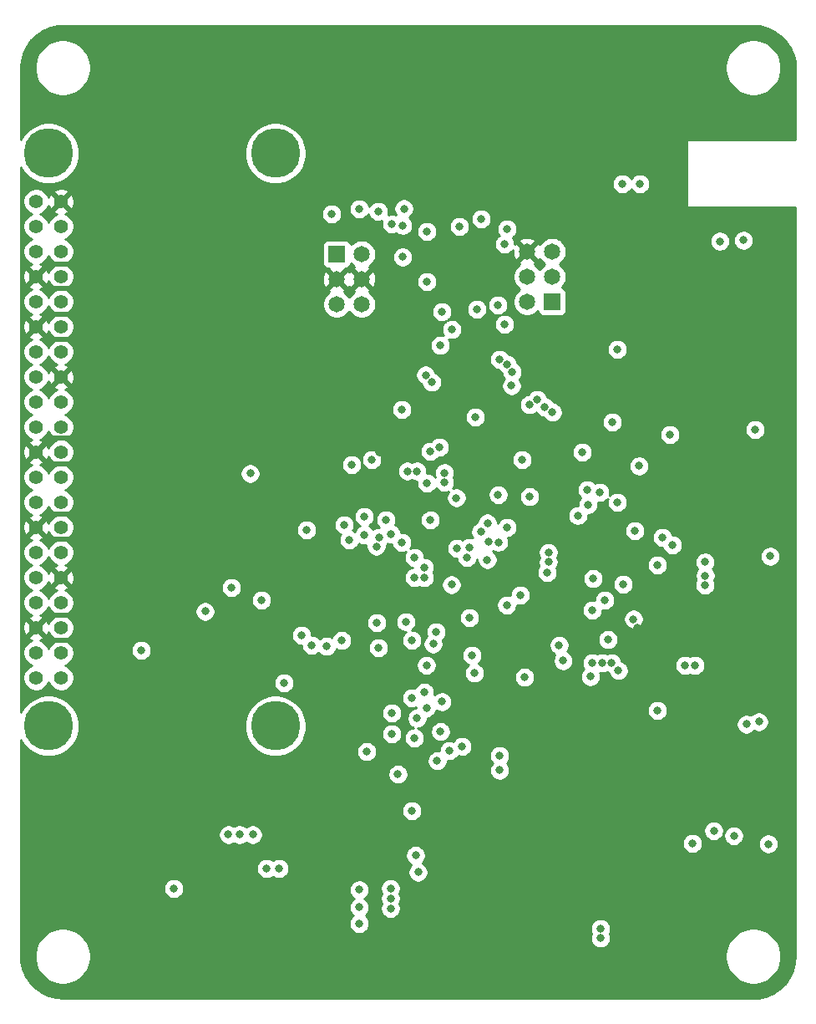
<source format=gbr>
G04 #@! TF.GenerationSoftware,KiCad,Pcbnew,(5.1.5)-3*
G04 #@! TF.CreationDate,2020-10-19T10:12:20-04:00*
G04 #@! TF.ProjectId,flight_computer,666c6967-6874-45f6-936f-6d7075746572,rev?*
G04 #@! TF.SameCoordinates,Original*
G04 #@! TF.FileFunction,Copper,L2,Inr*
G04 #@! TF.FilePolarity,Positive*
%FSLAX46Y46*%
G04 Gerber Fmt 4.6, Leading zero omitted, Abs format (unit mm)*
G04 Created by KiCad (PCBNEW (5.1.5)-3) date 2020-10-19 10:12:20*
%MOMM*%
%LPD*%
G04 APERTURE LIST*
%ADD10C,5.000000*%
%ADD11C,1.397000*%
%ADD12R,1.651000X1.651000*%
%ADD13C,1.651000*%
%ADD14C,0.800000*%
%ADD15C,0.508000*%
%ADD16C,0.254000*%
G04 APERTURE END LIST*
D10*
X106058000Y-74124000D03*
X106058000Y-132124000D03*
X83058000Y-74124000D03*
X83058000Y-132124000D03*
D11*
X84328000Y-78994000D03*
X81788000Y-78994000D03*
X84328000Y-81534000D03*
X81788000Y-81534000D03*
X84328000Y-84074000D03*
X81788000Y-84074000D03*
X84328000Y-86614000D03*
X81788000Y-86614000D03*
X84328000Y-89154000D03*
X81788000Y-89154000D03*
X84328000Y-91694000D03*
X81788000Y-91694000D03*
X84328000Y-94234000D03*
X81788000Y-94234000D03*
X84328000Y-96774000D03*
X81788000Y-96774000D03*
X84328000Y-99314000D03*
X81788000Y-99314000D03*
X84328000Y-101854000D03*
X81788000Y-101854000D03*
X84328000Y-104394000D03*
X81788000Y-104394000D03*
X84328000Y-106934000D03*
X81788000Y-106934000D03*
X84328000Y-109474000D03*
X81788000Y-109474000D03*
X84328000Y-112014000D03*
X81788000Y-112014000D03*
X84328000Y-114554000D03*
X81788000Y-114554000D03*
X84328000Y-117094000D03*
X81788000Y-117094000D03*
X84328000Y-119634000D03*
X81788000Y-119634000D03*
X84328000Y-122174000D03*
X81788000Y-122174000D03*
X84328000Y-124714000D03*
X81788000Y-124714000D03*
X84328000Y-127254000D03*
X81788000Y-127254000D03*
D12*
X134112000Y-89154000D03*
D13*
X131572000Y-89154000D03*
X134112000Y-86614000D03*
X131572000Y-86614000D03*
X134112000Y-84074000D03*
X131572000Y-84074000D03*
D12*
X112268000Y-84328000D03*
D13*
X114808000Y-84328000D03*
X112268000Y-86868000D03*
X114808000Y-86868000D03*
X112268000Y-89408000D03*
X114808000Y-89408000D03*
D14*
X115316000Y-118364000D03*
X115062000Y-119634000D03*
X115570000Y-145034000D03*
X114808000Y-145796000D03*
X115570000Y-146558000D03*
X114808000Y-147320000D03*
X105918000Y-157988000D03*
X107188000Y-156718000D03*
X107442000Y-154686000D03*
X116586000Y-153924000D03*
X117856000Y-153924000D03*
X118872000Y-153924000D03*
X120142000Y-153924000D03*
X117856000Y-155448000D03*
X118872000Y-155448000D03*
X120142000Y-155448000D03*
X116586000Y-155448000D03*
X114554000Y-153924000D03*
X114554000Y-155194000D03*
X127000000Y-147066000D03*
X127508000Y-149606000D03*
X127127000Y-156654500D03*
X127254000Y-154686000D03*
X90932000Y-150368000D03*
X89916000Y-155448000D03*
X92202000Y-154178000D03*
X92202000Y-156718000D03*
X124968000Y-143256000D03*
X100076000Y-145034000D03*
X89916000Y-143256000D03*
X92202000Y-144589500D03*
X92202000Y-141922500D03*
X137033000Y-156845000D03*
X137033000Y-153797000D03*
X153035000Y-137795000D03*
X156083000Y-127000000D03*
X154559000Y-125857000D03*
X153416000Y-92710000D03*
X132251400Y-91567000D03*
X133686499Y-92964000D03*
X135001000Y-94361000D03*
X150050500Y-70358000D03*
X151066500Y-70358000D03*
X153035000Y-70358000D03*
X154076400Y-70358000D03*
X157035500Y-70421500D03*
X158178500Y-70421500D03*
X147066000Y-74231500D03*
X155067000Y-82169000D03*
X156083000Y-82169000D03*
X157035500Y-82169000D03*
X158178500Y-82169000D03*
X152521920Y-147901660D03*
X136100820Y-100713540D03*
X142527020Y-99060000D03*
X157734000Y-100584000D03*
X152908000Y-101854000D03*
X110744000Y-109728000D03*
X112522000Y-109728000D03*
X103473000Y-108553000D03*
X97028000Y-122428000D03*
X95250000Y-123444000D03*
X97536000Y-126492000D03*
X114300000Y-129794000D03*
X126746000Y-136652000D03*
X111252000Y-136652000D03*
X113284000Y-136652000D03*
X115824000Y-137160000D03*
X124460000Y-137922000D03*
X129286000Y-139954000D03*
X130302000Y-139192000D03*
X128828989Y-118364000D03*
X146304000Y-127254000D03*
X150812500Y-133223000D03*
X149352000Y-119380000D03*
X125222000Y-67056000D03*
X120650000Y-121666000D03*
X116586000Y-104394000D03*
X148590000Y-92710000D03*
X142494000Y-83820000D03*
X143002000Y-91948000D03*
X149098000Y-82042000D03*
X150114000Y-82042000D03*
X144018000Y-78232000D03*
X117094000Y-86868000D03*
X109982000Y-86868000D03*
X103632000Y-128524000D03*
X104902000Y-128270000D03*
X151892000Y-125730000D03*
X150876000Y-125730000D03*
X141224000Y-124460000D03*
X152952400Y-120528972D03*
X129286000Y-85344000D03*
X115570000Y-91948000D03*
X108458000Y-102616000D03*
X110998000Y-101346000D03*
X115316000Y-100330000D03*
X127679400Y-99568000D03*
X142748000Y-122174000D03*
X142494000Y-110744000D03*
X140970000Y-114471400D03*
X122682000Y-116586000D03*
X104648000Y-121412000D03*
X105156000Y-115316000D03*
X121158000Y-110236000D03*
X101092000Y-120396000D03*
X105346500Y-139065000D03*
X105156000Y-146558000D03*
X106426000Y-146558000D03*
X154686000Y-102108000D03*
X128778000Y-94996000D03*
X130048000Y-96266000D03*
X137751246Y-109708254D03*
X146050000Y-102616000D03*
X138938000Y-108458000D03*
X113792000Y-105664000D03*
X115824000Y-105156000D03*
X127533997Y-115283366D03*
X109220000Y-112268000D03*
X120142000Y-117094000D03*
X121158000Y-117094000D03*
X125476000Y-115062000D03*
X124458413Y-114128830D03*
X121745150Y-111259189D03*
X118872000Y-100076000D03*
X122682000Y-103886000D03*
X129540000Y-95504000D03*
X140716000Y-109474000D03*
X142494000Y-112350600D03*
X137668000Y-108204000D03*
X122936000Y-90170000D03*
X126320600Y-100838000D03*
X121412000Y-82042000D03*
X121412000Y-87122000D03*
X114554000Y-79756000D03*
X119092591Y-79722591D03*
X124714000Y-81534000D03*
X126917400Y-80772000D03*
X144780000Y-130556000D03*
X144780000Y-115824000D03*
X150495000Y-142748000D03*
X152527000Y-143256000D03*
X155067000Y-131699000D03*
X153797000Y-131953000D03*
X156210000Y-114935000D03*
X156019500Y-144081500D03*
X139001500Y-153606500D03*
X139001500Y-152654000D03*
X120269000Y-145224500D03*
X117729000Y-150622000D03*
X117729000Y-149606000D03*
X117729000Y-148590000D03*
X114554000Y-148717000D03*
X114554000Y-150495000D03*
X114554000Y-152146000D03*
X120523000Y-146939000D03*
X92456000Y-124460000D03*
X103505000Y-106553000D03*
X98933000Y-120523000D03*
X101282500Y-143129000D03*
X102425500Y-143129000D03*
X103759000Y-143129000D03*
X111760000Y-80264000D03*
X148336000Y-144018000D03*
X142355973Y-121296027D03*
X104648000Y-119380000D03*
X128778000Y-136601400D03*
X128778000Y-135128000D03*
X129540000Y-81788000D03*
X101600000Y-118110000D03*
X116480600Y-80010000D03*
X117856000Y-81280000D03*
X118971409Y-81434591D03*
X118954600Y-84615409D03*
X123924409Y-91975591D03*
X122764600Y-93571409D03*
X132588000Y-99060000D03*
X129286000Y-91440000D03*
X131795554Y-99588297D03*
X128606599Y-89490599D03*
X119442092Y-106315425D03*
X113030000Y-111760000D03*
X120394495Y-106315425D03*
X115062000Y-110915400D03*
X134810500Y-123952000D03*
X137985500Y-127127000D03*
X127552400Y-111574217D03*
X140823803Y-126522384D03*
X140144403Y-125730000D03*
X128680073Y-113523277D03*
X127698500Y-113474500D03*
X139192000Y-125730000D03*
X138176000Y-125730000D03*
X126873000Y-112458500D03*
X129286000Y-83312000D03*
X126483712Y-89916000D03*
X129985700Y-97658166D03*
X131064000Y-105156000D03*
X140721784Y-93985784D03*
X131826000Y-108896190D03*
X128638210Y-108712000D03*
X121898287Y-97299438D03*
X121279047Y-96575828D03*
X117265400Y-111252000D03*
X115062000Y-112776000D03*
X149606000Y-117856000D03*
X141318166Y-117761834D03*
X138266959Y-117207013D03*
X133724690Y-114554000D03*
X149624909Y-116897909D03*
X149606000Y-115520200D03*
X119888000Y-140716000D03*
X116332000Y-121666000D03*
X123904232Y-117808232D03*
X108712000Y-122936000D03*
X119888000Y-123444000D03*
X112786281Y-123454281D03*
X121748194Y-104311804D03*
X111229144Y-124050600D03*
X95758000Y-148590000D03*
X119281208Y-121567208D03*
X138176000Y-120396000D03*
X133604000Y-116586000D03*
X133350000Y-99822000D03*
X141224000Y-77216000D03*
X134142446Y-100350297D03*
X143002000Y-77216000D03*
X136718040Y-110815120D03*
X142925800Y-105783380D03*
X140208000Y-101346000D03*
X137160000Y-104394000D03*
X146304000Y-113792000D03*
X123190000Y-107442000D03*
X145288000Y-113030000D03*
X123194207Y-106485390D03*
X133724690Y-115506403D03*
X139446000Y-119380000D03*
X139762367Y-123381633D03*
X129540000Y-112014000D03*
X124399761Y-109026239D03*
X148590000Y-125984000D03*
X121412000Y-107524600D03*
X147574000Y-125984000D03*
X109728000Y-123952000D03*
X106934000Y-127762000D03*
X115316000Y-134722820D03*
X122341292Y-122595292D03*
X125730000Y-121158000D03*
X116508972Y-124206000D03*
X117867772Y-130810000D03*
X117761827Y-112681827D03*
X117867773Y-132919567D03*
X121373615Y-130302000D03*
X122936000Y-129671400D03*
X129508389Y-119888000D03*
X125730000Y-114046000D03*
X120142000Y-133350000D03*
X120413079Y-131335079D03*
X121158000Y-128715400D03*
X121373615Y-125984000D03*
X125984000Y-124968000D03*
X123698000Y-134620000D03*
X130867190Y-118872000D03*
X122783986Y-132689986D03*
X126247266Y-126755266D03*
X122453014Y-135661014D03*
X118465986Y-137007986D03*
X122047000Y-123825000D03*
X135227409Y-125511909D03*
X131329600Y-127190500D03*
X124968000Y-134198600D03*
X116586000Y-113030000D03*
X121158000Y-116078000D03*
X119888000Y-129286000D03*
X113538000Y-113284000D03*
X116284824Y-113933528D03*
X118872000Y-113538000D03*
X120142000Y-115062000D03*
X151112239Y-83040239D03*
X153504247Y-82929075D03*
D15*
X81788000Y-86614000D02*
X83058000Y-85344000D01*
X83058000Y-85344000D02*
X86042500Y-85344000D01*
X81788000Y-86614000D02*
X82994500Y-87820500D01*
X82994500Y-87820500D02*
X85788500Y-87820500D01*
X81788000Y-91694000D02*
X82486499Y-90995501D01*
X82486499Y-90995501D02*
X83058000Y-90424000D01*
X83058000Y-90424000D02*
X85661500Y-90424000D01*
X81788000Y-91694000D02*
X83058000Y-92964000D01*
X83058000Y-92964000D02*
X85788500Y-92964000D01*
X81788000Y-104394000D02*
X82994500Y-105600500D01*
X82994500Y-105600500D02*
X85534500Y-105600500D01*
X83223099Y-102958901D02*
X85877401Y-102958901D01*
X81788000Y-104394000D02*
X83223099Y-102958901D01*
X81788000Y-112014000D02*
X82486499Y-111315501D01*
X82486499Y-111315501D02*
X83121500Y-110680500D01*
X83121500Y-110680500D02*
X85661500Y-110680500D01*
X81788000Y-112014000D02*
X82994500Y-113220500D01*
X82994500Y-113220500D02*
X85788500Y-113220500D01*
X81788000Y-122174000D02*
X83058000Y-120904000D01*
X83058000Y-120904000D02*
X86169500Y-120904000D01*
X81788000Y-122174000D02*
X83058000Y-123444000D01*
X83058000Y-123444000D02*
X86550500Y-123444000D01*
D16*
G36*
X155190913Y-61258545D02*
G01*
X155935528Y-61462248D01*
X156632298Y-61794592D01*
X157259203Y-62245068D01*
X157796425Y-62799438D01*
X158226992Y-63440188D01*
X158537284Y-64147054D01*
X158718854Y-64903349D01*
X158767001Y-65558977D01*
X158767001Y-72771000D01*
X147828000Y-72771000D01*
X147803224Y-72773440D01*
X147779399Y-72780667D01*
X147757443Y-72792403D01*
X147738197Y-72808197D01*
X147722403Y-72827443D01*
X147710667Y-72849399D01*
X147703440Y-72873224D01*
X147701000Y-72898000D01*
X147701000Y-79502000D01*
X147703440Y-79526776D01*
X147710667Y-79550601D01*
X147722403Y-79572557D01*
X147738197Y-79591803D01*
X147757443Y-79607597D01*
X147779399Y-79619333D01*
X147803224Y-79626560D01*
X147828000Y-79629000D01*
X158767001Y-79629000D01*
X158767000Y-155339257D01*
X158695454Y-156140914D01*
X158491751Y-156885528D01*
X158159408Y-157582297D01*
X157708931Y-158209203D01*
X157154558Y-158746428D01*
X156513811Y-159176993D01*
X155806945Y-159487285D01*
X155050649Y-159668855D01*
X154395049Y-159717000D01*
X84614742Y-159717000D01*
X83813085Y-159645454D01*
X83068471Y-159441751D01*
X82371701Y-159109409D01*
X81744798Y-158658933D01*
X81207569Y-158104556D01*
X80777009Y-157463814D01*
X80466715Y-156756946D01*
X80285145Y-156000650D01*
X80237000Y-155345050D01*
X80237000Y-155172161D01*
X81660748Y-155172161D01*
X81660748Y-155731839D01*
X81769935Y-156280763D01*
X81984115Y-156797838D01*
X82295055Y-157263193D01*
X82690807Y-157658945D01*
X83156162Y-157969885D01*
X83673237Y-158184065D01*
X84222161Y-158293252D01*
X84781839Y-158293252D01*
X85330763Y-158184065D01*
X85847838Y-157969885D01*
X86313193Y-157658945D01*
X86708945Y-157263193D01*
X87019885Y-156797838D01*
X87234065Y-156280763D01*
X87343252Y-155731839D01*
X87343252Y-155172161D01*
X151660749Y-155172161D01*
X151660749Y-155731839D01*
X151769936Y-156280762D01*
X151984116Y-156797837D01*
X152295056Y-157263192D01*
X152690808Y-157658944D01*
X153156163Y-157969884D01*
X153673238Y-158184064D01*
X154222161Y-158293251D01*
X154781839Y-158293251D01*
X155330762Y-158184064D01*
X155847837Y-157969884D01*
X156313192Y-157658944D01*
X156708944Y-157263192D01*
X157019884Y-156797837D01*
X157234064Y-156280762D01*
X157343251Y-155731839D01*
X157343251Y-155172161D01*
X157234064Y-154623238D01*
X157019884Y-154106163D01*
X156708944Y-153640808D01*
X156313192Y-153245056D01*
X155847837Y-152934116D01*
X155330762Y-152719936D01*
X154781839Y-152610749D01*
X154222161Y-152610749D01*
X153673238Y-152719936D01*
X153156163Y-152934116D01*
X152690808Y-153245056D01*
X152295056Y-153640808D01*
X151984116Y-154106163D01*
X151769936Y-154623238D01*
X151660749Y-155172161D01*
X87343252Y-155172161D01*
X87234065Y-154623237D01*
X87019885Y-154106162D01*
X86708945Y-153640807D01*
X86313193Y-153245055D01*
X85847838Y-152934115D01*
X85330763Y-152719935D01*
X84781839Y-152610748D01*
X84222161Y-152610748D01*
X83673237Y-152719935D01*
X83156162Y-152934115D01*
X82690807Y-153245055D01*
X82295055Y-153640807D01*
X81984115Y-154106162D01*
X81769935Y-154623237D01*
X81660748Y-155172161D01*
X80237000Y-155172161D01*
X80237000Y-148488061D01*
X94723000Y-148488061D01*
X94723000Y-148691939D01*
X94762774Y-148891898D01*
X94840795Y-149080256D01*
X94954063Y-149249774D01*
X95098226Y-149393937D01*
X95267744Y-149507205D01*
X95456102Y-149585226D01*
X95656061Y-149625000D01*
X95859939Y-149625000D01*
X96059898Y-149585226D01*
X96248256Y-149507205D01*
X96417774Y-149393937D01*
X96561937Y-149249774D01*
X96675205Y-149080256D01*
X96753226Y-148891898D01*
X96793000Y-148691939D01*
X96793000Y-148615061D01*
X113519000Y-148615061D01*
X113519000Y-148818939D01*
X113558774Y-149018898D01*
X113636795Y-149207256D01*
X113750063Y-149376774D01*
X113894226Y-149520937D01*
X114021532Y-149606000D01*
X113894226Y-149691063D01*
X113750063Y-149835226D01*
X113636795Y-150004744D01*
X113558774Y-150193102D01*
X113519000Y-150393061D01*
X113519000Y-150596939D01*
X113558774Y-150796898D01*
X113636795Y-150985256D01*
X113750063Y-151154774D01*
X113894226Y-151298937D01*
X113926497Y-151320500D01*
X113894226Y-151342063D01*
X113750063Y-151486226D01*
X113636795Y-151655744D01*
X113558774Y-151844102D01*
X113519000Y-152044061D01*
X113519000Y-152247939D01*
X113558774Y-152447898D01*
X113636795Y-152636256D01*
X113750063Y-152805774D01*
X113894226Y-152949937D01*
X114063744Y-153063205D01*
X114252102Y-153141226D01*
X114452061Y-153181000D01*
X114655939Y-153181000D01*
X114855898Y-153141226D01*
X115044256Y-153063205D01*
X115213774Y-152949937D01*
X115357937Y-152805774D01*
X115471205Y-152636256D01*
X115506079Y-152552061D01*
X137966500Y-152552061D01*
X137966500Y-152755939D01*
X138006274Y-152955898D01*
X138078493Y-153130250D01*
X138006274Y-153304602D01*
X137966500Y-153504561D01*
X137966500Y-153708439D01*
X138006274Y-153908398D01*
X138084295Y-154096756D01*
X138197563Y-154266274D01*
X138341726Y-154410437D01*
X138511244Y-154523705D01*
X138699602Y-154601726D01*
X138899561Y-154641500D01*
X139103439Y-154641500D01*
X139303398Y-154601726D01*
X139491756Y-154523705D01*
X139661274Y-154410437D01*
X139805437Y-154266274D01*
X139918705Y-154096756D01*
X139996726Y-153908398D01*
X140036500Y-153708439D01*
X140036500Y-153504561D01*
X139996726Y-153304602D01*
X139924507Y-153130250D01*
X139996726Y-152955898D01*
X140036500Y-152755939D01*
X140036500Y-152552061D01*
X139996726Y-152352102D01*
X139918705Y-152163744D01*
X139805437Y-151994226D01*
X139661274Y-151850063D01*
X139491756Y-151736795D01*
X139303398Y-151658774D01*
X139103439Y-151619000D01*
X138899561Y-151619000D01*
X138699602Y-151658774D01*
X138511244Y-151736795D01*
X138341726Y-151850063D01*
X138197563Y-151994226D01*
X138084295Y-152163744D01*
X138006274Y-152352102D01*
X137966500Y-152552061D01*
X115506079Y-152552061D01*
X115549226Y-152447898D01*
X115589000Y-152247939D01*
X115589000Y-152044061D01*
X115549226Y-151844102D01*
X115471205Y-151655744D01*
X115357937Y-151486226D01*
X115213774Y-151342063D01*
X115181503Y-151320500D01*
X115213774Y-151298937D01*
X115357937Y-151154774D01*
X115471205Y-150985256D01*
X115549226Y-150796898D01*
X115589000Y-150596939D01*
X115589000Y-150393061D01*
X115549226Y-150193102D01*
X115471205Y-150004744D01*
X115357937Y-149835226D01*
X115213774Y-149691063D01*
X115086468Y-149606000D01*
X115213774Y-149520937D01*
X115357937Y-149376774D01*
X115471205Y-149207256D01*
X115549226Y-149018898D01*
X115589000Y-148818939D01*
X115589000Y-148615061D01*
X115563739Y-148488061D01*
X116694000Y-148488061D01*
X116694000Y-148691939D01*
X116733774Y-148891898D01*
X116811795Y-149080256D01*
X116823651Y-149098000D01*
X116811795Y-149115744D01*
X116733774Y-149304102D01*
X116694000Y-149504061D01*
X116694000Y-149707939D01*
X116733774Y-149907898D01*
X116811795Y-150096256D01*
X116823651Y-150114000D01*
X116811795Y-150131744D01*
X116733774Y-150320102D01*
X116694000Y-150520061D01*
X116694000Y-150723939D01*
X116733774Y-150923898D01*
X116811795Y-151112256D01*
X116925063Y-151281774D01*
X117069226Y-151425937D01*
X117238744Y-151539205D01*
X117427102Y-151617226D01*
X117627061Y-151657000D01*
X117830939Y-151657000D01*
X118030898Y-151617226D01*
X118219256Y-151539205D01*
X118388774Y-151425937D01*
X118532937Y-151281774D01*
X118646205Y-151112256D01*
X118724226Y-150923898D01*
X118764000Y-150723939D01*
X118764000Y-150520061D01*
X118724226Y-150320102D01*
X118646205Y-150131744D01*
X118634349Y-150114000D01*
X118646205Y-150096256D01*
X118724226Y-149907898D01*
X118764000Y-149707939D01*
X118764000Y-149504061D01*
X118724226Y-149304102D01*
X118646205Y-149115744D01*
X118634349Y-149098000D01*
X118646205Y-149080256D01*
X118724226Y-148891898D01*
X118764000Y-148691939D01*
X118764000Y-148488061D01*
X118724226Y-148288102D01*
X118646205Y-148099744D01*
X118532937Y-147930226D01*
X118388774Y-147786063D01*
X118219256Y-147672795D01*
X118030898Y-147594774D01*
X117830939Y-147555000D01*
X117627061Y-147555000D01*
X117427102Y-147594774D01*
X117238744Y-147672795D01*
X117069226Y-147786063D01*
X116925063Y-147930226D01*
X116811795Y-148099744D01*
X116733774Y-148288102D01*
X116694000Y-148488061D01*
X115563739Y-148488061D01*
X115549226Y-148415102D01*
X115471205Y-148226744D01*
X115357937Y-148057226D01*
X115213774Y-147913063D01*
X115044256Y-147799795D01*
X114855898Y-147721774D01*
X114655939Y-147682000D01*
X114452061Y-147682000D01*
X114252102Y-147721774D01*
X114063744Y-147799795D01*
X113894226Y-147913063D01*
X113750063Y-148057226D01*
X113636795Y-148226744D01*
X113558774Y-148415102D01*
X113519000Y-148615061D01*
X96793000Y-148615061D01*
X96793000Y-148488061D01*
X96753226Y-148288102D01*
X96675205Y-148099744D01*
X96561937Y-147930226D01*
X96417774Y-147786063D01*
X96248256Y-147672795D01*
X96059898Y-147594774D01*
X95859939Y-147555000D01*
X95656061Y-147555000D01*
X95456102Y-147594774D01*
X95267744Y-147672795D01*
X95098226Y-147786063D01*
X94954063Y-147930226D01*
X94840795Y-148099744D01*
X94762774Y-148288102D01*
X94723000Y-148488061D01*
X80237000Y-148488061D01*
X80237000Y-146456061D01*
X104121000Y-146456061D01*
X104121000Y-146659939D01*
X104160774Y-146859898D01*
X104238795Y-147048256D01*
X104352063Y-147217774D01*
X104496226Y-147361937D01*
X104665744Y-147475205D01*
X104854102Y-147553226D01*
X105054061Y-147593000D01*
X105257939Y-147593000D01*
X105457898Y-147553226D01*
X105646256Y-147475205D01*
X105791000Y-147378490D01*
X105935744Y-147475205D01*
X106124102Y-147553226D01*
X106324061Y-147593000D01*
X106527939Y-147593000D01*
X106727898Y-147553226D01*
X106916256Y-147475205D01*
X107085774Y-147361937D01*
X107229937Y-147217774D01*
X107343205Y-147048256D01*
X107421226Y-146859898D01*
X107461000Y-146659939D01*
X107461000Y-146456061D01*
X107421226Y-146256102D01*
X107343205Y-146067744D01*
X107229937Y-145898226D01*
X107085774Y-145754063D01*
X106916256Y-145640795D01*
X106727898Y-145562774D01*
X106527939Y-145523000D01*
X106324061Y-145523000D01*
X106124102Y-145562774D01*
X105935744Y-145640795D01*
X105791000Y-145737510D01*
X105646256Y-145640795D01*
X105457898Y-145562774D01*
X105257939Y-145523000D01*
X105054061Y-145523000D01*
X104854102Y-145562774D01*
X104665744Y-145640795D01*
X104496226Y-145754063D01*
X104352063Y-145898226D01*
X104238795Y-146067744D01*
X104160774Y-146256102D01*
X104121000Y-146456061D01*
X80237000Y-146456061D01*
X80237000Y-145122561D01*
X119234000Y-145122561D01*
X119234000Y-145326439D01*
X119273774Y-145526398D01*
X119351795Y-145714756D01*
X119465063Y-145884274D01*
X119609226Y-146028437D01*
X119778744Y-146141705D01*
X119833785Y-146164504D01*
X119719063Y-146279226D01*
X119605795Y-146448744D01*
X119527774Y-146637102D01*
X119488000Y-146837061D01*
X119488000Y-147040939D01*
X119527774Y-147240898D01*
X119605795Y-147429256D01*
X119719063Y-147598774D01*
X119863226Y-147742937D01*
X120032744Y-147856205D01*
X120221102Y-147934226D01*
X120421061Y-147974000D01*
X120624939Y-147974000D01*
X120824898Y-147934226D01*
X121013256Y-147856205D01*
X121182774Y-147742937D01*
X121326937Y-147598774D01*
X121440205Y-147429256D01*
X121518226Y-147240898D01*
X121558000Y-147040939D01*
X121558000Y-146837061D01*
X121518226Y-146637102D01*
X121440205Y-146448744D01*
X121326937Y-146279226D01*
X121182774Y-146135063D01*
X121013256Y-146021795D01*
X120958215Y-145998996D01*
X121072937Y-145884274D01*
X121186205Y-145714756D01*
X121264226Y-145526398D01*
X121304000Y-145326439D01*
X121304000Y-145122561D01*
X121264226Y-144922602D01*
X121186205Y-144734244D01*
X121072937Y-144564726D01*
X120928774Y-144420563D01*
X120759256Y-144307295D01*
X120570898Y-144229274D01*
X120370939Y-144189500D01*
X120167061Y-144189500D01*
X119967102Y-144229274D01*
X119778744Y-144307295D01*
X119609226Y-144420563D01*
X119465063Y-144564726D01*
X119351795Y-144734244D01*
X119273774Y-144922602D01*
X119234000Y-145122561D01*
X80237000Y-145122561D01*
X80237000Y-143027061D01*
X100247500Y-143027061D01*
X100247500Y-143230939D01*
X100287274Y-143430898D01*
X100365295Y-143619256D01*
X100478563Y-143788774D01*
X100622726Y-143932937D01*
X100792244Y-144046205D01*
X100980602Y-144124226D01*
X101180561Y-144164000D01*
X101384439Y-144164000D01*
X101584398Y-144124226D01*
X101772756Y-144046205D01*
X101854000Y-143991920D01*
X101935244Y-144046205D01*
X102123602Y-144124226D01*
X102323561Y-144164000D01*
X102527439Y-144164000D01*
X102727398Y-144124226D01*
X102915756Y-144046205D01*
X103085274Y-143932937D01*
X103092250Y-143925961D01*
X103099226Y-143932937D01*
X103268744Y-144046205D01*
X103457102Y-144124226D01*
X103657061Y-144164000D01*
X103860939Y-144164000D01*
X104060898Y-144124226D01*
X104249256Y-144046205D01*
X104418774Y-143932937D01*
X104435650Y-143916061D01*
X147301000Y-143916061D01*
X147301000Y-144119939D01*
X147340774Y-144319898D01*
X147418795Y-144508256D01*
X147532063Y-144677774D01*
X147676226Y-144821937D01*
X147845744Y-144935205D01*
X148034102Y-145013226D01*
X148234061Y-145053000D01*
X148437939Y-145053000D01*
X148637898Y-145013226D01*
X148826256Y-144935205D01*
X148995774Y-144821937D01*
X149139937Y-144677774D01*
X149253205Y-144508256D01*
X149331226Y-144319898D01*
X149371000Y-144119939D01*
X149371000Y-143916061D01*
X149331226Y-143716102D01*
X149253205Y-143527744D01*
X149139937Y-143358226D01*
X148995774Y-143214063D01*
X148826256Y-143100795D01*
X148637898Y-143022774D01*
X148437939Y-142983000D01*
X148234061Y-142983000D01*
X148034102Y-143022774D01*
X147845744Y-143100795D01*
X147676226Y-143214063D01*
X147532063Y-143358226D01*
X147418795Y-143527744D01*
X147340774Y-143716102D01*
X147301000Y-143916061D01*
X104435650Y-143916061D01*
X104562937Y-143788774D01*
X104676205Y-143619256D01*
X104754226Y-143430898D01*
X104794000Y-143230939D01*
X104794000Y-143027061D01*
X104754226Y-142827102D01*
X104679236Y-142646061D01*
X149460000Y-142646061D01*
X149460000Y-142849939D01*
X149499774Y-143049898D01*
X149577795Y-143238256D01*
X149691063Y-143407774D01*
X149835226Y-143551937D01*
X150004744Y-143665205D01*
X150193102Y-143743226D01*
X150393061Y-143783000D01*
X150596939Y-143783000D01*
X150796898Y-143743226D01*
X150985256Y-143665205D01*
X151154774Y-143551937D01*
X151298937Y-143407774D01*
X151412205Y-143238256D01*
X151447079Y-143154061D01*
X151492000Y-143154061D01*
X151492000Y-143357939D01*
X151531774Y-143557898D01*
X151609795Y-143746256D01*
X151723063Y-143915774D01*
X151867226Y-144059937D01*
X152036744Y-144173205D01*
X152225102Y-144251226D01*
X152425061Y-144291000D01*
X152628939Y-144291000D01*
X152828898Y-144251226D01*
X153017256Y-144173205D01*
X153186774Y-144059937D01*
X153267150Y-143979561D01*
X154984500Y-143979561D01*
X154984500Y-144183439D01*
X155024274Y-144383398D01*
X155102295Y-144571756D01*
X155215563Y-144741274D01*
X155359726Y-144885437D01*
X155529244Y-144998705D01*
X155717602Y-145076726D01*
X155917561Y-145116500D01*
X156121439Y-145116500D01*
X156321398Y-145076726D01*
X156509756Y-144998705D01*
X156679274Y-144885437D01*
X156823437Y-144741274D01*
X156936705Y-144571756D01*
X157014726Y-144383398D01*
X157054500Y-144183439D01*
X157054500Y-143979561D01*
X157014726Y-143779602D01*
X156936705Y-143591244D01*
X156823437Y-143421726D01*
X156679274Y-143277563D01*
X156509756Y-143164295D01*
X156321398Y-143086274D01*
X156121439Y-143046500D01*
X155917561Y-143046500D01*
X155717602Y-143086274D01*
X155529244Y-143164295D01*
X155359726Y-143277563D01*
X155215563Y-143421726D01*
X155102295Y-143591244D01*
X155024274Y-143779602D01*
X154984500Y-143979561D01*
X153267150Y-143979561D01*
X153330937Y-143915774D01*
X153444205Y-143746256D01*
X153522226Y-143557898D01*
X153562000Y-143357939D01*
X153562000Y-143154061D01*
X153522226Y-142954102D01*
X153444205Y-142765744D01*
X153330937Y-142596226D01*
X153186774Y-142452063D01*
X153017256Y-142338795D01*
X152828898Y-142260774D01*
X152628939Y-142221000D01*
X152425061Y-142221000D01*
X152225102Y-142260774D01*
X152036744Y-142338795D01*
X151867226Y-142452063D01*
X151723063Y-142596226D01*
X151609795Y-142765744D01*
X151531774Y-142954102D01*
X151492000Y-143154061D01*
X151447079Y-143154061D01*
X151490226Y-143049898D01*
X151530000Y-142849939D01*
X151530000Y-142646061D01*
X151490226Y-142446102D01*
X151412205Y-142257744D01*
X151298937Y-142088226D01*
X151154774Y-141944063D01*
X150985256Y-141830795D01*
X150796898Y-141752774D01*
X150596939Y-141713000D01*
X150393061Y-141713000D01*
X150193102Y-141752774D01*
X150004744Y-141830795D01*
X149835226Y-141944063D01*
X149691063Y-142088226D01*
X149577795Y-142257744D01*
X149499774Y-142446102D01*
X149460000Y-142646061D01*
X104679236Y-142646061D01*
X104676205Y-142638744D01*
X104562937Y-142469226D01*
X104418774Y-142325063D01*
X104249256Y-142211795D01*
X104060898Y-142133774D01*
X103860939Y-142094000D01*
X103657061Y-142094000D01*
X103457102Y-142133774D01*
X103268744Y-142211795D01*
X103099226Y-142325063D01*
X103092250Y-142332039D01*
X103085274Y-142325063D01*
X102915756Y-142211795D01*
X102727398Y-142133774D01*
X102527439Y-142094000D01*
X102323561Y-142094000D01*
X102123602Y-142133774D01*
X101935244Y-142211795D01*
X101854000Y-142266080D01*
X101772756Y-142211795D01*
X101584398Y-142133774D01*
X101384439Y-142094000D01*
X101180561Y-142094000D01*
X100980602Y-142133774D01*
X100792244Y-142211795D01*
X100622726Y-142325063D01*
X100478563Y-142469226D01*
X100365295Y-142638744D01*
X100287274Y-142827102D01*
X100247500Y-143027061D01*
X80237000Y-143027061D01*
X80237000Y-140614061D01*
X118853000Y-140614061D01*
X118853000Y-140817939D01*
X118892774Y-141017898D01*
X118970795Y-141206256D01*
X119084063Y-141375774D01*
X119228226Y-141519937D01*
X119397744Y-141633205D01*
X119586102Y-141711226D01*
X119786061Y-141751000D01*
X119989939Y-141751000D01*
X120189898Y-141711226D01*
X120378256Y-141633205D01*
X120547774Y-141519937D01*
X120691937Y-141375774D01*
X120805205Y-141206256D01*
X120883226Y-141017898D01*
X120923000Y-140817939D01*
X120923000Y-140614061D01*
X120883226Y-140414102D01*
X120805205Y-140225744D01*
X120691937Y-140056226D01*
X120547774Y-139912063D01*
X120378256Y-139798795D01*
X120189898Y-139720774D01*
X119989939Y-139681000D01*
X119786061Y-139681000D01*
X119586102Y-139720774D01*
X119397744Y-139798795D01*
X119228226Y-139912063D01*
X119084063Y-140056226D01*
X118970795Y-140225744D01*
X118892774Y-140414102D01*
X118853000Y-140614061D01*
X80237000Y-140614061D01*
X80237000Y-136906047D01*
X117430986Y-136906047D01*
X117430986Y-137109925D01*
X117470760Y-137309884D01*
X117548781Y-137498242D01*
X117662049Y-137667760D01*
X117806212Y-137811923D01*
X117975730Y-137925191D01*
X118164088Y-138003212D01*
X118364047Y-138042986D01*
X118567925Y-138042986D01*
X118767884Y-138003212D01*
X118956242Y-137925191D01*
X119125760Y-137811923D01*
X119269923Y-137667760D01*
X119383191Y-137498242D01*
X119461212Y-137309884D01*
X119500986Y-137109925D01*
X119500986Y-136906047D01*
X119461212Y-136706088D01*
X119383191Y-136517730D01*
X119269923Y-136348212D01*
X119125760Y-136204049D01*
X118956242Y-136090781D01*
X118767884Y-136012760D01*
X118567925Y-135972986D01*
X118364047Y-135972986D01*
X118164088Y-136012760D01*
X117975730Y-136090781D01*
X117806212Y-136204049D01*
X117662049Y-136348212D01*
X117548781Y-136517730D01*
X117470760Y-136706088D01*
X117430986Y-136906047D01*
X80237000Y-136906047D01*
X80237000Y-133505653D01*
X80279799Y-133608979D01*
X80622886Y-134122446D01*
X81059554Y-134559114D01*
X81573021Y-134902201D01*
X82143554Y-135138524D01*
X82749229Y-135259000D01*
X83366771Y-135259000D01*
X83972446Y-135138524D01*
X84542979Y-134902201D01*
X85056446Y-134559114D01*
X85493114Y-134122446D01*
X85836201Y-133608979D01*
X86072524Y-133038446D01*
X86193000Y-132432771D01*
X86193000Y-131815229D01*
X102923000Y-131815229D01*
X102923000Y-132432771D01*
X103043476Y-133038446D01*
X103279799Y-133608979D01*
X103622886Y-134122446D01*
X104059554Y-134559114D01*
X104573021Y-134902201D01*
X105143554Y-135138524D01*
X105749229Y-135259000D01*
X106366771Y-135259000D01*
X106972446Y-135138524D01*
X107542979Y-134902201D01*
X107964004Y-134620881D01*
X114281000Y-134620881D01*
X114281000Y-134824759D01*
X114320774Y-135024718D01*
X114398795Y-135213076D01*
X114512063Y-135382594D01*
X114656226Y-135526757D01*
X114825744Y-135640025D01*
X115014102Y-135718046D01*
X115214061Y-135757820D01*
X115417939Y-135757820D01*
X115617898Y-135718046D01*
X115806256Y-135640025D01*
X115927406Y-135559075D01*
X121418014Y-135559075D01*
X121418014Y-135762953D01*
X121457788Y-135962912D01*
X121535809Y-136151270D01*
X121649077Y-136320788D01*
X121793240Y-136464951D01*
X121962758Y-136578219D01*
X122151116Y-136656240D01*
X122351075Y-136696014D01*
X122554953Y-136696014D01*
X122754912Y-136656240D01*
X122943270Y-136578219D01*
X123112788Y-136464951D01*
X123256951Y-136320788D01*
X123370219Y-136151270D01*
X123448240Y-135962912D01*
X123488014Y-135762953D01*
X123488014Y-135633508D01*
X123596061Y-135655000D01*
X123799939Y-135655000D01*
X123999898Y-135615226D01*
X124188256Y-135537205D01*
X124357774Y-135423937D01*
X124501937Y-135279774D01*
X124582503Y-135159198D01*
X124666102Y-135193826D01*
X124866061Y-135233600D01*
X125069939Y-135233600D01*
X125269898Y-135193826D01*
X125458256Y-135115805D01*
X125592567Y-135026061D01*
X127743000Y-135026061D01*
X127743000Y-135229939D01*
X127782774Y-135429898D01*
X127860795Y-135618256D01*
X127974063Y-135787774D01*
X128050989Y-135864700D01*
X127974063Y-135941626D01*
X127860795Y-136111144D01*
X127782774Y-136299502D01*
X127743000Y-136499461D01*
X127743000Y-136703339D01*
X127782774Y-136903298D01*
X127860795Y-137091656D01*
X127974063Y-137261174D01*
X128118226Y-137405337D01*
X128287744Y-137518605D01*
X128476102Y-137596626D01*
X128676061Y-137636400D01*
X128879939Y-137636400D01*
X129079898Y-137596626D01*
X129268256Y-137518605D01*
X129437774Y-137405337D01*
X129581937Y-137261174D01*
X129695205Y-137091656D01*
X129773226Y-136903298D01*
X129813000Y-136703339D01*
X129813000Y-136499461D01*
X129773226Y-136299502D01*
X129695205Y-136111144D01*
X129581937Y-135941626D01*
X129505011Y-135864700D01*
X129581937Y-135787774D01*
X129695205Y-135618256D01*
X129773226Y-135429898D01*
X129813000Y-135229939D01*
X129813000Y-135026061D01*
X129773226Y-134826102D01*
X129695205Y-134637744D01*
X129581937Y-134468226D01*
X129437774Y-134324063D01*
X129268256Y-134210795D01*
X129079898Y-134132774D01*
X128879939Y-134093000D01*
X128676061Y-134093000D01*
X128476102Y-134132774D01*
X128287744Y-134210795D01*
X128118226Y-134324063D01*
X127974063Y-134468226D01*
X127860795Y-134637744D01*
X127782774Y-134826102D01*
X127743000Y-135026061D01*
X125592567Y-135026061D01*
X125627774Y-135002537D01*
X125771937Y-134858374D01*
X125885205Y-134688856D01*
X125963226Y-134500498D01*
X126003000Y-134300539D01*
X126003000Y-134096661D01*
X125963226Y-133896702D01*
X125885205Y-133708344D01*
X125771937Y-133538826D01*
X125627774Y-133394663D01*
X125458256Y-133281395D01*
X125269898Y-133203374D01*
X125069939Y-133163600D01*
X124866061Y-133163600D01*
X124666102Y-133203374D01*
X124477744Y-133281395D01*
X124308226Y-133394663D01*
X124164063Y-133538826D01*
X124083497Y-133659402D01*
X123999898Y-133624774D01*
X123799939Y-133585000D01*
X123596061Y-133585000D01*
X123396102Y-133624774D01*
X123207744Y-133702795D01*
X123038226Y-133816063D01*
X122894063Y-133960226D01*
X122780795Y-134129744D01*
X122702774Y-134318102D01*
X122663000Y-134518061D01*
X122663000Y-134647506D01*
X122554953Y-134626014D01*
X122351075Y-134626014D01*
X122151116Y-134665788D01*
X121962758Y-134743809D01*
X121793240Y-134857077D01*
X121649077Y-135001240D01*
X121535809Y-135170758D01*
X121457788Y-135359116D01*
X121418014Y-135559075D01*
X115927406Y-135559075D01*
X115975774Y-135526757D01*
X116119937Y-135382594D01*
X116233205Y-135213076D01*
X116311226Y-135024718D01*
X116351000Y-134824759D01*
X116351000Y-134620881D01*
X116311226Y-134420922D01*
X116233205Y-134232564D01*
X116119937Y-134063046D01*
X115975774Y-133918883D01*
X115806256Y-133805615D01*
X115617898Y-133727594D01*
X115417939Y-133687820D01*
X115214061Y-133687820D01*
X115014102Y-133727594D01*
X114825744Y-133805615D01*
X114656226Y-133918883D01*
X114512063Y-134063046D01*
X114398795Y-134232564D01*
X114320774Y-134420922D01*
X114281000Y-134620881D01*
X107964004Y-134620881D01*
X108056446Y-134559114D01*
X108493114Y-134122446D01*
X108836201Y-133608979D01*
X109072524Y-133038446D01*
X109116447Y-132817628D01*
X116832773Y-132817628D01*
X116832773Y-133021506D01*
X116872547Y-133221465D01*
X116950568Y-133409823D01*
X117063836Y-133579341D01*
X117207999Y-133723504D01*
X117377517Y-133836772D01*
X117565875Y-133914793D01*
X117765834Y-133954567D01*
X117969712Y-133954567D01*
X118169671Y-133914793D01*
X118358029Y-133836772D01*
X118527547Y-133723504D01*
X118671710Y-133579341D01*
X118784978Y-133409823D01*
X118862999Y-133221465D01*
X118902773Y-133021506D01*
X118902773Y-132817628D01*
X118862999Y-132617669D01*
X118784978Y-132429311D01*
X118671710Y-132259793D01*
X118527547Y-132115630D01*
X118358029Y-132002362D01*
X118169671Y-131924341D01*
X117969712Y-131884567D01*
X117765834Y-131884567D01*
X117565875Y-131924341D01*
X117377517Y-132002362D01*
X117207999Y-132115630D01*
X117063836Y-132259793D01*
X116950568Y-132429311D01*
X116872547Y-132617669D01*
X116832773Y-132817628D01*
X109116447Y-132817628D01*
X109193000Y-132432771D01*
X109193000Y-131815229D01*
X109072524Y-131209554D01*
X108864799Y-130708061D01*
X116832772Y-130708061D01*
X116832772Y-130911939D01*
X116872546Y-131111898D01*
X116950567Y-131300256D01*
X117063835Y-131469774D01*
X117207998Y-131613937D01*
X117377516Y-131727205D01*
X117565874Y-131805226D01*
X117765833Y-131845000D01*
X117969711Y-131845000D01*
X118169670Y-131805226D01*
X118358028Y-131727205D01*
X118527546Y-131613937D01*
X118671709Y-131469774D01*
X118784977Y-131300256D01*
X118862998Y-131111898D01*
X118902772Y-130911939D01*
X118902772Y-130708061D01*
X118862998Y-130508102D01*
X118784977Y-130319744D01*
X118671709Y-130150226D01*
X118527546Y-130006063D01*
X118358028Y-129892795D01*
X118169670Y-129814774D01*
X117969711Y-129775000D01*
X117765833Y-129775000D01*
X117565874Y-129814774D01*
X117377516Y-129892795D01*
X117207998Y-130006063D01*
X117063835Y-130150226D01*
X116950567Y-130319744D01*
X116872546Y-130508102D01*
X116832772Y-130708061D01*
X108864799Y-130708061D01*
X108836201Y-130639021D01*
X108493114Y-130125554D01*
X108056446Y-129688886D01*
X107542979Y-129345799D01*
X107152510Y-129184061D01*
X118853000Y-129184061D01*
X118853000Y-129387939D01*
X118892774Y-129587898D01*
X118970795Y-129776256D01*
X119084063Y-129945774D01*
X119228226Y-130089937D01*
X119397744Y-130203205D01*
X119586102Y-130281226D01*
X119786061Y-130321000D01*
X119989939Y-130321000D01*
X120189898Y-130281226D01*
X120338615Y-130219625D01*
X120338615Y-130300079D01*
X120311140Y-130300079D01*
X120111181Y-130339853D01*
X119922823Y-130417874D01*
X119753305Y-130531142D01*
X119609142Y-130675305D01*
X119495874Y-130844823D01*
X119417853Y-131033181D01*
X119378079Y-131233140D01*
X119378079Y-131437018D01*
X119417853Y-131636977D01*
X119495874Y-131825335D01*
X119609142Y-131994853D01*
X119753305Y-132139016D01*
X119922823Y-132252284D01*
X120074232Y-132315000D01*
X120040061Y-132315000D01*
X119840102Y-132354774D01*
X119651744Y-132432795D01*
X119482226Y-132546063D01*
X119338063Y-132690226D01*
X119224795Y-132859744D01*
X119146774Y-133048102D01*
X119107000Y-133248061D01*
X119107000Y-133451939D01*
X119146774Y-133651898D01*
X119224795Y-133840256D01*
X119338063Y-134009774D01*
X119482226Y-134153937D01*
X119651744Y-134267205D01*
X119840102Y-134345226D01*
X120040061Y-134385000D01*
X120243939Y-134385000D01*
X120443898Y-134345226D01*
X120632256Y-134267205D01*
X120801774Y-134153937D01*
X120945937Y-134009774D01*
X121059205Y-133840256D01*
X121137226Y-133651898D01*
X121177000Y-133451939D01*
X121177000Y-133248061D01*
X121137226Y-133048102D01*
X121059205Y-132859744D01*
X120945937Y-132690226D01*
X120843758Y-132588047D01*
X121748986Y-132588047D01*
X121748986Y-132791925D01*
X121788760Y-132991884D01*
X121866781Y-133180242D01*
X121980049Y-133349760D01*
X122124212Y-133493923D01*
X122293730Y-133607191D01*
X122482088Y-133685212D01*
X122682047Y-133724986D01*
X122885925Y-133724986D01*
X123085884Y-133685212D01*
X123274242Y-133607191D01*
X123443760Y-133493923D01*
X123587923Y-133349760D01*
X123701191Y-133180242D01*
X123779212Y-132991884D01*
X123818986Y-132791925D01*
X123818986Y-132588047D01*
X123779212Y-132388088D01*
X123701191Y-132199730D01*
X123587923Y-132030212D01*
X123443760Y-131886049D01*
X123391397Y-131851061D01*
X152762000Y-131851061D01*
X152762000Y-132054939D01*
X152801774Y-132254898D01*
X152879795Y-132443256D01*
X152993063Y-132612774D01*
X153137226Y-132756937D01*
X153306744Y-132870205D01*
X153495102Y-132948226D01*
X153695061Y-132988000D01*
X153898939Y-132988000D01*
X154098898Y-132948226D01*
X154287256Y-132870205D01*
X154456774Y-132756937D01*
X154591425Y-132622286D01*
X154765102Y-132694226D01*
X154965061Y-132734000D01*
X155168939Y-132734000D01*
X155368898Y-132694226D01*
X155557256Y-132616205D01*
X155726774Y-132502937D01*
X155870937Y-132358774D01*
X155984205Y-132189256D01*
X156062226Y-132000898D01*
X156102000Y-131800939D01*
X156102000Y-131597061D01*
X156062226Y-131397102D01*
X155984205Y-131208744D01*
X155870937Y-131039226D01*
X155726774Y-130895063D01*
X155557256Y-130781795D01*
X155368898Y-130703774D01*
X155168939Y-130664000D01*
X154965061Y-130664000D01*
X154765102Y-130703774D01*
X154576744Y-130781795D01*
X154407226Y-130895063D01*
X154272575Y-131029714D01*
X154098898Y-130957774D01*
X153898939Y-130918000D01*
X153695061Y-130918000D01*
X153495102Y-130957774D01*
X153306744Y-131035795D01*
X153137226Y-131149063D01*
X152993063Y-131293226D01*
X152879795Y-131462744D01*
X152801774Y-131651102D01*
X152762000Y-131851061D01*
X123391397Y-131851061D01*
X123274242Y-131772781D01*
X123085884Y-131694760D01*
X122885925Y-131654986D01*
X122682047Y-131654986D01*
X122482088Y-131694760D01*
X122293730Y-131772781D01*
X122124212Y-131886049D01*
X121980049Y-132030212D01*
X121866781Y-132199730D01*
X121788760Y-132388088D01*
X121748986Y-132588047D01*
X120843758Y-132588047D01*
X120801774Y-132546063D01*
X120632256Y-132432795D01*
X120480847Y-132370079D01*
X120515018Y-132370079D01*
X120714977Y-132330305D01*
X120903335Y-132252284D01*
X121072853Y-132139016D01*
X121217016Y-131994853D01*
X121330284Y-131825335D01*
X121408305Y-131636977D01*
X121448079Y-131437018D01*
X121448079Y-131337000D01*
X121475554Y-131337000D01*
X121675513Y-131297226D01*
X121863871Y-131219205D01*
X122033389Y-131105937D01*
X122177552Y-130961774D01*
X122290820Y-130792256D01*
X122368841Y-130603898D01*
X122380548Y-130545043D01*
X122445744Y-130588605D01*
X122634102Y-130666626D01*
X122834061Y-130706400D01*
X123037939Y-130706400D01*
X123237898Y-130666626D01*
X123426256Y-130588605D01*
X123595774Y-130475337D01*
X123617050Y-130454061D01*
X143745000Y-130454061D01*
X143745000Y-130657939D01*
X143784774Y-130857898D01*
X143862795Y-131046256D01*
X143976063Y-131215774D01*
X144120226Y-131359937D01*
X144289744Y-131473205D01*
X144478102Y-131551226D01*
X144678061Y-131591000D01*
X144881939Y-131591000D01*
X145081898Y-131551226D01*
X145270256Y-131473205D01*
X145439774Y-131359937D01*
X145583937Y-131215774D01*
X145697205Y-131046256D01*
X145775226Y-130857898D01*
X145815000Y-130657939D01*
X145815000Y-130454061D01*
X145775226Y-130254102D01*
X145697205Y-130065744D01*
X145583937Y-129896226D01*
X145439774Y-129752063D01*
X145270256Y-129638795D01*
X145081898Y-129560774D01*
X144881939Y-129521000D01*
X144678061Y-129521000D01*
X144478102Y-129560774D01*
X144289744Y-129638795D01*
X144120226Y-129752063D01*
X143976063Y-129896226D01*
X143862795Y-130065744D01*
X143784774Y-130254102D01*
X143745000Y-130454061D01*
X123617050Y-130454061D01*
X123739937Y-130331174D01*
X123853205Y-130161656D01*
X123931226Y-129973298D01*
X123971000Y-129773339D01*
X123971000Y-129569461D01*
X123931226Y-129369502D01*
X123853205Y-129181144D01*
X123739937Y-129011626D01*
X123595774Y-128867463D01*
X123426256Y-128754195D01*
X123237898Y-128676174D01*
X123037939Y-128636400D01*
X122834061Y-128636400D01*
X122634102Y-128676174D01*
X122445744Y-128754195D01*
X122276226Y-128867463D01*
X122159889Y-128983800D01*
X122193000Y-128817339D01*
X122193000Y-128613461D01*
X122153226Y-128413502D01*
X122075205Y-128225144D01*
X121961937Y-128055626D01*
X121817774Y-127911463D01*
X121648256Y-127798195D01*
X121459898Y-127720174D01*
X121259939Y-127680400D01*
X121056061Y-127680400D01*
X120856102Y-127720174D01*
X120667744Y-127798195D01*
X120498226Y-127911463D01*
X120354063Y-128055626D01*
X120240795Y-128225144D01*
X120210137Y-128299157D01*
X120189898Y-128290774D01*
X119989939Y-128251000D01*
X119786061Y-128251000D01*
X119586102Y-128290774D01*
X119397744Y-128368795D01*
X119228226Y-128482063D01*
X119084063Y-128626226D01*
X118970795Y-128795744D01*
X118892774Y-128984102D01*
X118853000Y-129184061D01*
X107152510Y-129184061D01*
X106972446Y-129109476D01*
X106366771Y-128989000D01*
X105749229Y-128989000D01*
X105143554Y-129109476D01*
X104573021Y-129345799D01*
X104059554Y-129688886D01*
X103622886Y-130125554D01*
X103279799Y-130639021D01*
X103043476Y-131209554D01*
X102923000Y-131815229D01*
X86193000Y-131815229D01*
X86072524Y-131209554D01*
X85836201Y-130639021D01*
X85493114Y-130125554D01*
X85056446Y-129688886D01*
X84542979Y-129345799D01*
X83972446Y-129109476D01*
X83366771Y-128989000D01*
X82749229Y-128989000D01*
X82143554Y-129109476D01*
X81573021Y-129345799D01*
X81059554Y-129688886D01*
X80622886Y-130125554D01*
X80279799Y-130639021D01*
X80237000Y-130742347D01*
X80237000Y-122248533D01*
X80450124Y-122248533D01*
X80490371Y-122508107D01*
X80580486Y-122754842D01*
X80634188Y-122855314D01*
X80867803Y-122914592D01*
X81608395Y-122174000D01*
X80867803Y-121433408D01*
X80634188Y-121492686D01*
X80523441Y-121730875D01*
X80461289Y-121986093D01*
X80450124Y-122248533D01*
X80237000Y-122248533D01*
X80237000Y-112088533D01*
X80450124Y-112088533D01*
X80490371Y-112348107D01*
X80580486Y-112594842D01*
X80634188Y-112695314D01*
X80867803Y-112754592D01*
X81608395Y-112014000D01*
X80867803Y-111273408D01*
X80634188Y-111332686D01*
X80523441Y-111570875D01*
X80461289Y-111826093D01*
X80450124Y-112088533D01*
X80237000Y-112088533D01*
X80237000Y-104468533D01*
X80450124Y-104468533D01*
X80490371Y-104728107D01*
X80580486Y-104974842D01*
X80634188Y-105075314D01*
X80867803Y-105134592D01*
X81608395Y-104394000D01*
X80867803Y-103653408D01*
X80634188Y-103712686D01*
X80523441Y-103950875D01*
X80461289Y-104206093D01*
X80450124Y-104468533D01*
X80237000Y-104468533D01*
X80237000Y-91768533D01*
X80450124Y-91768533D01*
X80490371Y-92028107D01*
X80580486Y-92274842D01*
X80634188Y-92375314D01*
X80867803Y-92434592D01*
X81608395Y-91694000D01*
X80867803Y-90953408D01*
X80634188Y-91012686D01*
X80523441Y-91250875D01*
X80461289Y-91506093D01*
X80450124Y-91768533D01*
X80237000Y-91768533D01*
X80237000Y-86688533D01*
X80450124Y-86688533D01*
X80490371Y-86948107D01*
X80580486Y-87194842D01*
X80634188Y-87295314D01*
X80867803Y-87354592D01*
X81608395Y-86614000D01*
X80867803Y-85873408D01*
X80634188Y-85932686D01*
X80523441Y-86170875D01*
X80461289Y-86426093D01*
X80450124Y-86688533D01*
X80237000Y-86688533D01*
X80237000Y-78862662D01*
X80454500Y-78862662D01*
X80454500Y-79125338D01*
X80505746Y-79382968D01*
X80606268Y-79625649D01*
X80752203Y-79844057D01*
X80937943Y-80029797D01*
X81156351Y-80175732D01*
X81369448Y-80264000D01*
X81156351Y-80352268D01*
X80937943Y-80498203D01*
X80752203Y-80683943D01*
X80606268Y-80902351D01*
X80505746Y-81145032D01*
X80454500Y-81402662D01*
X80454500Y-81665338D01*
X80505746Y-81922968D01*
X80606268Y-82165649D01*
X80752203Y-82384057D01*
X80937943Y-82569797D01*
X81156351Y-82715732D01*
X81369448Y-82804000D01*
X81156351Y-82892268D01*
X80937943Y-83038203D01*
X80752203Y-83223943D01*
X80606268Y-83442351D01*
X80505746Y-83685032D01*
X80454500Y-83942662D01*
X80454500Y-84205338D01*
X80505746Y-84462968D01*
X80606268Y-84705649D01*
X80752203Y-84924057D01*
X80937943Y-85109797D01*
X81156351Y-85255732D01*
X81373570Y-85345707D01*
X81207158Y-85406486D01*
X81106686Y-85460188D01*
X81047408Y-85693803D01*
X81788000Y-86434395D01*
X82528592Y-85693803D01*
X82469314Y-85460188D01*
X82231125Y-85349441D01*
X82207378Y-85343658D01*
X82419649Y-85255732D01*
X82638057Y-85109797D01*
X82823797Y-84924057D01*
X82969732Y-84705649D01*
X83058000Y-84492552D01*
X83146268Y-84705649D01*
X83292203Y-84924057D01*
X83477943Y-85109797D01*
X83696351Y-85255732D01*
X83909448Y-85344000D01*
X83696351Y-85432268D01*
X83477943Y-85578203D01*
X83292203Y-85763943D01*
X83146268Y-85982351D01*
X83056293Y-86199570D01*
X82995514Y-86033158D01*
X82941812Y-85932686D01*
X82708197Y-85873408D01*
X81967605Y-86614000D01*
X82708197Y-87354592D01*
X82941812Y-87295314D01*
X83052559Y-87057125D01*
X83058342Y-87033378D01*
X83146268Y-87245649D01*
X83292203Y-87464057D01*
X83477943Y-87649797D01*
X83696351Y-87795732D01*
X83909448Y-87884000D01*
X83696351Y-87972268D01*
X83477943Y-88118203D01*
X83292203Y-88303943D01*
X83146268Y-88522351D01*
X83058000Y-88735448D01*
X82969732Y-88522351D01*
X82823797Y-88303943D01*
X82638057Y-88118203D01*
X82419649Y-87972268D01*
X82202430Y-87882293D01*
X82368842Y-87821514D01*
X82469314Y-87767812D01*
X82528592Y-87534197D01*
X81788000Y-86793605D01*
X81047408Y-87534197D01*
X81106686Y-87767812D01*
X81344875Y-87878559D01*
X81368622Y-87884342D01*
X81156351Y-87972268D01*
X80937943Y-88118203D01*
X80752203Y-88303943D01*
X80606268Y-88522351D01*
X80505746Y-88765032D01*
X80454500Y-89022662D01*
X80454500Y-89285338D01*
X80505746Y-89542968D01*
X80606268Y-89785649D01*
X80752203Y-90004057D01*
X80937943Y-90189797D01*
X81156351Y-90335732D01*
X81373570Y-90425707D01*
X81207158Y-90486486D01*
X81106686Y-90540188D01*
X81047408Y-90773803D01*
X81788000Y-91514395D01*
X82528592Y-90773803D01*
X82469314Y-90540188D01*
X82231125Y-90429441D01*
X82207378Y-90423658D01*
X82419649Y-90335732D01*
X82638057Y-90189797D01*
X82823797Y-90004057D01*
X82969732Y-89785649D01*
X83058000Y-89572552D01*
X83146268Y-89785649D01*
X83292203Y-90004057D01*
X83477943Y-90189797D01*
X83696351Y-90335732D01*
X83909448Y-90424000D01*
X83696351Y-90512268D01*
X83477943Y-90658203D01*
X83292203Y-90843943D01*
X83146268Y-91062351D01*
X83056293Y-91279570D01*
X82995514Y-91113158D01*
X82941812Y-91012686D01*
X82708197Y-90953408D01*
X81967605Y-91694000D01*
X82708197Y-92434592D01*
X82941812Y-92375314D01*
X83052559Y-92137125D01*
X83058342Y-92113378D01*
X83146268Y-92325649D01*
X83292203Y-92544057D01*
X83477943Y-92729797D01*
X83696351Y-92875732D01*
X83909448Y-92964000D01*
X83696351Y-93052268D01*
X83477943Y-93198203D01*
X83292203Y-93383943D01*
X83146268Y-93602351D01*
X83058000Y-93815448D01*
X82969732Y-93602351D01*
X82823797Y-93383943D01*
X82638057Y-93198203D01*
X82419649Y-93052268D01*
X82202430Y-92962293D01*
X82368842Y-92901514D01*
X82469314Y-92847812D01*
X82528592Y-92614197D01*
X81788000Y-91873605D01*
X81047408Y-92614197D01*
X81106686Y-92847812D01*
X81344875Y-92958559D01*
X81368622Y-92964342D01*
X81156351Y-93052268D01*
X80937943Y-93198203D01*
X80752203Y-93383943D01*
X80606268Y-93602351D01*
X80505746Y-93845032D01*
X80454500Y-94102662D01*
X80454500Y-94365338D01*
X80505746Y-94622968D01*
X80606268Y-94865649D01*
X80752203Y-95084057D01*
X80937943Y-95269797D01*
X81156351Y-95415732D01*
X81369448Y-95504000D01*
X81156351Y-95592268D01*
X80937943Y-95738203D01*
X80752203Y-95923943D01*
X80606268Y-96142351D01*
X80505746Y-96385032D01*
X80454500Y-96642662D01*
X80454500Y-96905338D01*
X80505746Y-97162968D01*
X80606268Y-97405649D01*
X80752203Y-97624057D01*
X80937943Y-97809797D01*
X81156351Y-97955732D01*
X81369448Y-98044000D01*
X81156351Y-98132268D01*
X80937943Y-98278203D01*
X80752203Y-98463943D01*
X80606268Y-98682351D01*
X80505746Y-98925032D01*
X80454500Y-99182662D01*
X80454500Y-99445338D01*
X80505746Y-99702968D01*
X80606268Y-99945649D01*
X80752203Y-100164057D01*
X80937943Y-100349797D01*
X81156351Y-100495732D01*
X81369448Y-100584000D01*
X81156351Y-100672268D01*
X80937943Y-100818203D01*
X80752203Y-101003943D01*
X80606268Y-101222351D01*
X80505746Y-101465032D01*
X80454500Y-101722662D01*
X80454500Y-101985338D01*
X80505746Y-102242968D01*
X80606268Y-102485649D01*
X80752203Y-102704057D01*
X80937943Y-102889797D01*
X81156351Y-103035732D01*
X81373570Y-103125707D01*
X81207158Y-103186486D01*
X81106686Y-103240188D01*
X81047408Y-103473803D01*
X81788000Y-104214395D01*
X82528592Y-103473803D01*
X82469314Y-103240188D01*
X82231125Y-103129441D01*
X82207378Y-103123658D01*
X82419649Y-103035732D01*
X82638057Y-102889797D01*
X82823797Y-102704057D01*
X82969732Y-102485649D01*
X83058000Y-102272552D01*
X83146268Y-102485649D01*
X83292203Y-102704057D01*
X83477943Y-102889797D01*
X83696351Y-103035732D01*
X83909448Y-103124000D01*
X83696351Y-103212268D01*
X83477943Y-103358203D01*
X83292203Y-103543943D01*
X83146268Y-103762351D01*
X83056293Y-103979570D01*
X82995514Y-103813158D01*
X82941812Y-103712686D01*
X82708197Y-103653408D01*
X81967605Y-104394000D01*
X82708197Y-105134592D01*
X82941812Y-105075314D01*
X83052559Y-104837125D01*
X83058342Y-104813378D01*
X83146268Y-105025649D01*
X83292203Y-105244057D01*
X83477943Y-105429797D01*
X83696351Y-105575732D01*
X83909448Y-105664000D01*
X83696351Y-105752268D01*
X83477943Y-105898203D01*
X83292203Y-106083943D01*
X83146268Y-106302351D01*
X83058000Y-106515448D01*
X82969732Y-106302351D01*
X82823797Y-106083943D01*
X82638057Y-105898203D01*
X82419649Y-105752268D01*
X82202430Y-105662293D01*
X82368842Y-105601514D01*
X82469314Y-105547812D01*
X82528592Y-105314197D01*
X81788000Y-104573605D01*
X81047408Y-105314197D01*
X81106686Y-105547812D01*
X81344875Y-105658559D01*
X81368622Y-105664342D01*
X81156351Y-105752268D01*
X80937943Y-105898203D01*
X80752203Y-106083943D01*
X80606268Y-106302351D01*
X80505746Y-106545032D01*
X80454500Y-106802662D01*
X80454500Y-107065338D01*
X80505746Y-107322968D01*
X80606268Y-107565649D01*
X80752203Y-107784057D01*
X80937943Y-107969797D01*
X81156351Y-108115732D01*
X81369448Y-108204000D01*
X81156351Y-108292268D01*
X80937943Y-108438203D01*
X80752203Y-108623943D01*
X80606268Y-108842351D01*
X80505746Y-109085032D01*
X80454500Y-109342662D01*
X80454500Y-109605338D01*
X80505746Y-109862968D01*
X80606268Y-110105649D01*
X80752203Y-110324057D01*
X80937943Y-110509797D01*
X81156351Y-110655732D01*
X81373570Y-110745707D01*
X81207158Y-110806486D01*
X81106686Y-110860188D01*
X81047408Y-111093803D01*
X81788000Y-111834395D01*
X82528592Y-111093803D01*
X82469314Y-110860188D01*
X82231125Y-110749441D01*
X82207378Y-110743658D01*
X82419649Y-110655732D01*
X82638057Y-110509797D01*
X82823797Y-110324057D01*
X82969732Y-110105649D01*
X83058000Y-109892552D01*
X83146268Y-110105649D01*
X83292203Y-110324057D01*
X83477943Y-110509797D01*
X83696351Y-110655732D01*
X83909448Y-110744000D01*
X83696351Y-110832268D01*
X83477943Y-110978203D01*
X83292203Y-111163943D01*
X83146268Y-111382351D01*
X83056293Y-111599570D01*
X82995514Y-111433158D01*
X82941812Y-111332686D01*
X82708197Y-111273408D01*
X81967605Y-112014000D01*
X82708197Y-112754592D01*
X82941812Y-112695314D01*
X83052559Y-112457125D01*
X83058342Y-112433378D01*
X83146268Y-112645649D01*
X83292203Y-112864057D01*
X83477943Y-113049797D01*
X83696351Y-113195732D01*
X83909448Y-113284000D01*
X83696351Y-113372268D01*
X83477943Y-113518203D01*
X83292203Y-113703943D01*
X83146268Y-113922351D01*
X83058000Y-114135448D01*
X82969732Y-113922351D01*
X82823797Y-113703943D01*
X82638057Y-113518203D01*
X82419649Y-113372268D01*
X82202430Y-113282293D01*
X82368842Y-113221514D01*
X82469314Y-113167812D01*
X82528592Y-112934197D01*
X81788000Y-112193605D01*
X81047408Y-112934197D01*
X81106686Y-113167812D01*
X81344875Y-113278559D01*
X81368622Y-113284342D01*
X81156351Y-113372268D01*
X80937943Y-113518203D01*
X80752203Y-113703943D01*
X80606268Y-113922351D01*
X80505746Y-114165032D01*
X80454500Y-114422662D01*
X80454500Y-114685338D01*
X80505746Y-114942968D01*
X80606268Y-115185649D01*
X80752203Y-115404057D01*
X80937943Y-115589797D01*
X81156351Y-115735732D01*
X81369448Y-115824000D01*
X81156351Y-115912268D01*
X80937943Y-116058203D01*
X80752203Y-116243943D01*
X80606268Y-116462351D01*
X80505746Y-116705032D01*
X80454500Y-116962662D01*
X80454500Y-117225338D01*
X80505746Y-117482968D01*
X80606268Y-117725649D01*
X80752203Y-117944057D01*
X80937943Y-118129797D01*
X81156351Y-118275732D01*
X81369448Y-118364000D01*
X81156351Y-118452268D01*
X80937943Y-118598203D01*
X80752203Y-118783943D01*
X80606268Y-119002351D01*
X80505746Y-119245032D01*
X80454500Y-119502662D01*
X80454500Y-119765338D01*
X80505746Y-120022968D01*
X80606268Y-120265649D01*
X80752203Y-120484057D01*
X80937943Y-120669797D01*
X81156351Y-120815732D01*
X81373570Y-120905707D01*
X81207158Y-120966486D01*
X81106686Y-121020188D01*
X81047408Y-121253803D01*
X81788000Y-121994395D01*
X82528592Y-121253803D01*
X82469314Y-121020188D01*
X82231125Y-120909441D01*
X82207378Y-120903658D01*
X82419649Y-120815732D01*
X82638057Y-120669797D01*
X82823797Y-120484057D01*
X82969732Y-120265649D01*
X83058000Y-120052552D01*
X83146268Y-120265649D01*
X83292203Y-120484057D01*
X83477943Y-120669797D01*
X83696351Y-120815732D01*
X83909448Y-120904000D01*
X83696351Y-120992268D01*
X83477943Y-121138203D01*
X83292203Y-121323943D01*
X83146268Y-121542351D01*
X83056293Y-121759570D01*
X82995514Y-121593158D01*
X82941812Y-121492686D01*
X82708197Y-121433408D01*
X81967605Y-122174000D01*
X82708197Y-122914592D01*
X82941812Y-122855314D01*
X83052559Y-122617125D01*
X83058342Y-122593378D01*
X83146268Y-122805649D01*
X83292203Y-123024057D01*
X83477943Y-123209797D01*
X83696351Y-123355732D01*
X83909448Y-123444000D01*
X83696351Y-123532268D01*
X83477943Y-123678203D01*
X83292203Y-123863943D01*
X83146268Y-124082351D01*
X83058000Y-124295448D01*
X82969732Y-124082351D01*
X82823797Y-123863943D01*
X82638057Y-123678203D01*
X82419649Y-123532268D01*
X82202430Y-123442293D01*
X82368842Y-123381514D01*
X82469314Y-123327812D01*
X82528592Y-123094197D01*
X81788000Y-122353605D01*
X81047408Y-123094197D01*
X81106686Y-123327812D01*
X81344875Y-123438559D01*
X81368622Y-123444342D01*
X81156351Y-123532268D01*
X80937943Y-123678203D01*
X80752203Y-123863943D01*
X80606268Y-124082351D01*
X80505746Y-124325032D01*
X80454500Y-124582662D01*
X80454500Y-124845338D01*
X80505746Y-125102968D01*
X80606268Y-125345649D01*
X80752203Y-125564057D01*
X80937943Y-125749797D01*
X81156351Y-125895732D01*
X81369448Y-125984000D01*
X81156351Y-126072268D01*
X80937943Y-126218203D01*
X80752203Y-126403943D01*
X80606268Y-126622351D01*
X80505746Y-126865032D01*
X80454500Y-127122662D01*
X80454500Y-127385338D01*
X80505746Y-127642968D01*
X80606268Y-127885649D01*
X80752203Y-128104057D01*
X80937943Y-128289797D01*
X81156351Y-128435732D01*
X81399032Y-128536254D01*
X81656662Y-128587500D01*
X81919338Y-128587500D01*
X82176968Y-128536254D01*
X82419649Y-128435732D01*
X82638057Y-128289797D01*
X82823797Y-128104057D01*
X82969732Y-127885649D01*
X83058000Y-127672552D01*
X83146268Y-127885649D01*
X83292203Y-128104057D01*
X83477943Y-128289797D01*
X83696351Y-128435732D01*
X83939032Y-128536254D01*
X84196662Y-128587500D01*
X84459338Y-128587500D01*
X84716968Y-128536254D01*
X84959649Y-128435732D01*
X85178057Y-128289797D01*
X85363797Y-128104057D01*
X85509732Y-127885649D01*
X85603173Y-127660061D01*
X105899000Y-127660061D01*
X105899000Y-127863939D01*
X105938774Y-128063898D01*
X106016795Y-128252256D01*
X106130063Y-128421774D01*
X106274226Y-128565937D01*
X106443744Y-128679205D01*
X106632102Y-128757226D01*
X106832061Y-128797000D01*
X107035939Y-128797000D01*
X107235898Y-128757226D01*
X107424256Y-128679205D01*
X107593774Y-128565937D01*
X107737937Y-128421774D01*
X107851205Y-128252256D01*
X107929226Y-128063898D01*
X107969000Y-127863939D01*
X107969000Y-127660061D01*
X107929226Y-127460102D01*
X107851205Y-127271744D01*
X107737937Y-127102226D01*
X107593774Y-126958063D01*
X107424256Y-126844795D01*
X107235898Y-126766774D01*
X107035939Y-126727000D01*
X106832061Y-126727000D01*
X106632102Y-126766774D01*
X106443744Y-126844795D01*
X106274226Y-126958063D01*
X106130063Y-127102226D01*
X106016795Y-127271744D01*
X105938774Y-127460102D01*
X105899000Y-127660061D01*
X85603173Y-127660061D01*
X85610254Y-127642968D01*
X85661500Y-127385338D01*
X85661500Y-127122662D01*
X85610254Y-126865032D01*
X85509732Y-126622351D01*
X85363797Y-126403943D01*
X85178057Y-126218203D01*
X84959649Y-126072268D01*
X84746552Y-125984000D01*
X84959649Y-125895732D01*
X84980109Y-125882061D01*
X120338615Y-125882061D01*
X120338615Y-126085939D01*
X120378389Y-126285898D01*
X120456410Y-126474256D01*
X120569678Y-126643774D01*
X120713841Y-126787937D01*
X120883359Y-126901205D01*
X121071717Y-126979226D01*
X121271676Y-127019000D01*
X121475554Y-127019000D01*
X121675513Y-126979226D01*
X121863871Y-126901205D01*
X122033389Y-126787937D01*
X122177552Y-126643774D01*
X122290820Y-126474256D01*
X122368841Y-126285898D01*
X122408615Y-126085939D01*
X122408615Y-125882061D01*
X122368841Y-125682102D01*
X122290820Y-125493744D01*
X122177552Y-125324226D01*
X122033389Y-125180063D01*
X121863871Y-125066795D01*
X121675513Y-124988774D01*
X121475554Y-124949000D01*
X121271676Y-124949000D01*
X121071717Y-124988774D01*
X120883359Y-125066795D01*
X120713841Y-125180063D01*
X120569678Y-125324226D01*
X120456410Y-125493744D01*
X120378389Y-125682102D01*
X120338615Y-125882061D01*
X84980109Y-125882061D01*
X85178057Y-125749797D01*
X85363797Y-125564057D01*
X85509732Y-125345649D01*
X85610254Y-125102968D01*
X85661500Y-124845338D01*
X85661500Y-124582662D01*
X85616824Y-124358061D01*
X91421000Y-124358061D01*
X91421000Y-124561939D01*
X91460774Y-124761898D01*
X91538795Y-124950256D01*
X91652063Y-125119774D01*
X91796226Y-125263937D01*
X91965744Y-125377205D01*
X92154102Y-125455226D01*
X92354061Y-125495000D01*
X92557939Y-125495000D01*
X92757898Y-125455226D01*
X92946256Y-125377205D01*
X93115774Y-125263937D01*
X93259937Y-125119774D01*
X93373205Y-124950256D01*
X93451226Y-124761898D01*
X93491000Y-124561939D01*
X93491000Y-124358061D01*
X93451226Y-124158102D01*
X93373205Y-123969744D01*
X93259937Y-123800226D01*
X93115774Y-123656063D01*
X92946256Y-123542795D01*
X92757898Y-123464774D01*
X92557939Y-123425000D01*
X92354061Y-123425000D01*
X92154102Y-123464774D01*
X91965744Y-123542795D01*
X91796226Y-123656063D01*
X91652063Y-123800226D01*
X91538795Y-123969744D01*
X91460774Y-124158102D01*
X91421000Y-124358061D01*
X85616824Y-124358061D01*
X85610254Y-124325032D01*
X85509732Y-124082351D01*
X85363797Y-123863943D01*
X85178057Y-123678203D01*
X84959649Y-123532268D01*
X84746552Y-123444000D01*
X84959649Y-123355732D01*
X85178057Y-123209797D01*
X85363797Y-123024057D01*
X85490747Y-122834061D01*
X107677000Y-122834061D01*
X107677000Y-123037939D01*
X107716774Y-123237898D01*
X107794795Y-123426256D01*
X107908063Y-123595774D01*
X108052226Y-123739937D01*
X108221744Y-123853205D01*
X108410102Y-123931226D01*
X108610061Y-123971000D01*
X108693000Y-123971000D01*
X108693000Y-124053939D01*
X108732774Y-124253898D01*
X108810795Y-124442256D01*
X108924063Y-124611774D01*
X109068226Y-124755937D01*
X109237744Y-124869205D01*
X109426102Y-124947226D01*
X109626061Y-124987000D01*
X109829939Y-124987000D01*
X110029898Y-124947226D01*
X110218256Y-124869205D01*
X110387774Y-124755937D01*
X110429272Y-124714439D01*
X110569370Y-124854537D01*
X110738888Y-124967805D01*
X110927246Y-125045826D01*
X111127205Y-125085600D01*
X111331083Y-125085600D01*
X111531042Y-125045826D01*
X111719400Y-124967805D01*
X111888918Y-124854537D01*
X112033081Y-124710374D01*
X112146349Y-124540856D01*
X112224370Y-124352498D01*
X112229442Y-124326997D01*
X112296025Y-124371486D01*
X112484383Y-124449507D01*
X112684342Y-124489281D01*
X112888220Y-124489281D01*
X113088179Y-124449507D01*
X113276537Y-124371486D01*
X113446055Y-124258218D01*
X113590218Y-124114055D01*
X113596895Y-124104061D01*
X115473972Y-124104061D01*
X115473972Y-124307939D01*
X115513746Y-124507898D01*
X115591767Y-124696256D01*
X115705035Y-124865774D01*
X115849198Y-125009937D01*
X116018716Y-125123205D01*
X116207074Y-125201226D01*
X116407033Y-125241000D01*
X116610911Y-125241000D01*
X116810870Y-125201226D01*
X116999228Y-125123205D01*
X117168746Y-125009937D01*
X117312622Y-124866061D01*
X124949000Y-124866061D01*
X124949000Y-125069939D01*
X124988774Y-125269898D01*
X125066795Y-125458256D01*
X125180063Y-125627774D01*
X125324226Y-125771937D01*
X125493744Y-125885205D01*
X125612707Y-125934481D01*
X125587492Y-125951329D01*
X125443329Y-126095492D01*
X125330061Y-126265010D01*
X125252040Y-126453368D01*
X125212266Y-126653327D01*
X125212266Y-126857205D01*
X125252040Y-127057164D01*
X125330061Y-127245522D01*
X125443329Y-127415040D01*
X125587492Y-127559203D01*
X125757010Y-127672471D01*
X125945368Y-127750492D01*
X126145327Y-127790266D01*
X126349205Y-127790266D01*
X126549164Y-127750492D01*
X126737522Y-127672471D01*
X126907040Y-127559203D01*
X127051203Y-127415040D01*
X127164471Y-127245522D01*
X127229486Y-127088561D01*
X130294600Y-127088561D01*
X130294600Y-127292439D01*
X130334374Y-127492398D01*
X130412395Y-127680756D01*
X130525663Y-127850274D01*
X130669826Y-127994437D01*
X130839344Y-128107705D01*
X131027702Y-128185726D01*
X131227661Y-128225500D01*
X131431539Y-128225500D01*
X131631498Y-128185726D01*
X131819856Y-128107705D01*
X131989374Y-127994437D01*
X132133537Y-127850274D01*
X132246805Y-127680756D01*
X132324826Y-127492398D01*
X132364600Y-127292439D01*
X132364600Y-127088561D01*
X132351970Y-127025061D01*
X136950500Y-127025061D01*
X136950500Y-127228939D01*
X136990274Y-127428898D01*
X137068295Y-127617256D01*
X137181563Y-127786774D01*
X137325726Y-127930937D01*
X137495244Y-128044205D01*
X137683602Y-128122226D01*
X137883561Y-128162000D01*
X138087439Y-128162000D01*
X138287398Y-128122226D01*
X138475756Y-128044205D01*
X138645274Y-127930937D01*
X138789437Y-127786774D01*
X138902705Y-127617256D01*
X138980726Y-127428898D01*
X139020500Y-127228939D01*
X139020500Y-127025061D01*
X138980726Y-126825102D01*
X138943778Y-126735903D01*
X139090061Y-126765000D01*
X139293939Y-126765000D01*
X139493898Y-126725226D01*
X139668202Y-126653027D01*
X139805854Y-126710045D01*
X139828577Y-126824282D01*
X139906598Y-127012640D01*
X140019866Y-127182158D01*
X140164029Y-127326321D01*
X140333547Y-127439589D01*
X140521905Y-127517610D01*
X140721864Y-127557384D01*
X140925742Y-127557384D01*
X141125701Y-127517610D01*
X141314059Y-127439589D01*
X141483577Y-127326321D01*
X141627740Y-127182158D01*
X141741008Y-127012640D01*
X141819029Y-126824282D01*
X141858803Y-126624323D01*
X141858803Y-126420445D01*
X141819029Y-126220486D01*
X141741008Y-126032128D01*
X141640737Y-125882061D01*
X146539000Y-125882061D01*
X146539000Y-126085939D01*
X146578774Y-126285898D01*
X146656795Y-126474256D01*
X146770063Y-126643774D01*
X146914226Y-126787937D01*
X147083744Y-126901205D01*
X147272102Y-126979226D01*
X147472061Y-127019000D01*
X147675939Y-127019000D01*
X147875898Y-126979226D01*
X148064256Y-126901205D01*
X148082000Y-126889349D01*
X148099744Y-126901205D01*
X148288102Y-126979226D01*
X148488061Y-127019000D01*
X148691939Y-127019000D01*
X148891898Y-126979226D01*
X149080256Y-126901205D01*
X149249774Y-126787937D01*
X149393937Y-126643774D01*
X149507205Y-126474256D01*
X149585226Y-126285898D01*
X149625000Y-126085939D01*
X149625000Y-125882061D01*
X149585226Y-125682102D01*
X149507205Y-125493744D01*
X149393937Y-125324226D01*
X149249774Y-125180063D01*
X149080256Y-125066795D01*
X148891898Y-124988774D01*
X148691939Y-124949000D01*
X148488061Y-124949000D01*
X148288102Y-124988774D01*
X148099744Y-125066795D01*
X148082000Y-125078651D01*
X148064256Y-125066795D01*
X147875898Y-124988774D01*
X147675939Y-124949000D01*
X147472061Y-124949000D01*
X147272102Y-124988774D01*
X147083744Y-125066795D01*
X146914226Y-125180063D01*
X146770063Y-125324226D01*
X146656795Y-125493744D01*
X146578774Y-125682102D01*
X146539000Y-125882061D01*
X141640737Y-125882061D01*
X141627740Y-125862610D01*
X141483577Y-125718447D01*
X141314059Y-125605179D01*
X141162352Y-125542339D01*
X141139629Y-125428102D01*
X141061608Y-125239744D01*
X140948340Y-125070226D01*
X140804177Y-124926063D01*
X140634659Y-124812795D01*
X140446301Y-124734774D01*
X140246342Y-124695000D01*
X140042464Y-124695000D01*
X139842505Y-124734774D01*
X139668202Y-124806973D01*
X139493898Y-124734774D01*
X139293939Y-124695000D01*
X139090061Y-124695000D01*
X138890102Y-124734774D01*
X138701744Y-124812795D01*
X138684000Y-124824651D01*
X138666256Y-124812795D01*
X138477898Y-124734774D01*
X138277939Y-124695000D01*
X138074061Y-124695000D01*
X137874102Y-124734774D01*
X137685744Y-124812795D01*
X137516226Y-124926063D01*
X137372063Y-125070226D01*
X137258795Y-125239744D01*
X137180774Y-125428102D01*
X137141000Y-125628061D01*
X137141000Y-125831939D01*
X137180774Y-126031898D01*
X137258795Y-126220256D01*
X137326944Y-126322249D01*
X137325726Y-126323063D01*
X137181563Y-126467226D01*
X137068295Y-126636744D01*
X136990274Y-126825102D01*
X136950500Y-127025061D01*
X132351970Y-127025061D01*
X132324826Y-126888602D01*
X132246805Y-126700244D01*
X132133537Y-126530726D01*
X131989374Y-126386563D01*
X131819856Y-126273295D01*
X131631498Y-126195274D01*
X131431539Y-126155500D01*
X131227661Y-126155500D01*
X131027702Y-126195274D01*
X130839344Y-126273295D01*
X130669826Y-126386563D01*
X130525663Y-126530726D01*
X130412395Y-126700244D01*
X130334374Y-126888602D01*
X130294600Y-127088561D01*
X127229486Y-127088561D01*
X127242492Y-127057164D01*
X127282266Y-126857205D01*
X127282266Y-126653327D01*
X127242492Y-126453368D01*
X127164471Y-126265010D01*
X127051203Y-126095492D01*
X126907040Y-125951329D01*
X126737522Y-125838061D01*
X126618559Y-125788785D01*
X126643774Y-125771937D01*
X126787937Y-125627774D01*
X126901205Y-125458256D01*
X126979226Y-125269898D01*
X127019000Y-125069939D01*
X127019000Y-124866061D01*
X126979226Y-124666102D01*
X126901205Y-124477744D01*
X126787937Y-124308226D01*
X126643774Y-124164063D01*
X126474256Y-124050795D01*
X126285898Y-123972774D01*
X126085939Y-123933000D01*
X125882061Y-123933000D01*
X125682102Y-123972774D01*
X125493744Y-124050795D01*
X125324226Y-124164063D01*
X125180063Y-124308226D01*
X125066795Y-124477744D01*
X124988774Y-124666102D01*
X124949000Y-124866061D01*
X117312622Y-124866061D01*
X117312909Y-124865774D01*
X117426177Y-124696256D01*
X117504198Y-124507898D01*
X117543972Y-124307939D01*
X117543972Y-124104061D01*
X117504198Y-123904102D01*
X117426177Y-123715744D01*
X117312909Y-123546226D01*
X117168746Y-123402063D01*
X116999228Y-123288795D01*
X116810870Y-123210774D01*
X116610911Y-123171000D01*
X116407033Y-123171000D01*
X116207074Y-123210774D01*
X116018716Y-123288795D01*
X115849198Y-123402063D01*
X115705035Y-123546226D01*
X115591767Y-123715744D01*
X115513746Y-123904102D01*
X115473972Y-124104061D01*
X113596895Y-124104061D01*
X113703486Y-123944537D01*
X113781507Y-123756179D01*
X113821281Y-123556220D01*
X113821281Y-123352342D01*
X113781507Y-123152383D01*
X113703486Y-122964025D01*
X113590218Y-122794507D01*
X113446055Y-122650344D01*
X113276537Y-122537076D01*
X113088179Y-122459055D01*
X112888220Y-122419281D01*
X112684342Y-122419281D01*
X112484383Y-122459055D01*
X112296025Y-122537076D01*
X112126507Y-122650344D01*
X111982344Y-122794507D01*
X111869076Y-122964025D01*
X111791055Y-123152383D01*
X111785983Y-123177884D01*
X111719400Y-123133395D01*
X111531042Y-123055374D01*
X111331083Y-123015600D01*
X111127205Y-123015600D01*
X110927246Y-123055374D01*
X110738888Y-123133395D01*
X110569370Y-123246663D01*
X110527872Y-123288161D01*
X110387774Y-123148063D01*
X110218256Y-123034795D01*
X110029898Y-122956774D01*
X109829939Y-122917000D01*
X109747000Y-122917000D01*
X109747000Y-122834061D01*
X109707226Y-122634102D01*
X109629205Y-122445744D01*
X109515937Y-122276226D01*
X109371774Y-122132063D01*
X109202256Y-122018795D01*
X109013898Y-121940774D01*
X108813939Y-121901000D01*
X108610061Y-121901000D01*
X108410102Y-121940774D01*
X108221744Y-122018795D01*
X108052226Y-122132063D01*
X107908063Y-122276226D01*
X107794795Y-122445744D01*
X107716774Y-122634102D01*
X107677000Y-122834061D01*
X85490747Y-122834061D01*
X85509732Y-122805649D01*
X85610254Y-122562968D01*
X85661500Y-122305338D01*
X85661500Y-122042662D01*
X85610254Y-121785032D01*
X85518725Y-121564061D01*
X115297000Y-121564061D01*
X115297000Y-121767939D01*
X115336774Y-121967898D01*
X115414795Y-122156256D01*
X115528063Y-122325774D01*
X115672226Y-122469937D01*
X115841744Y-122583205D01*
X116030102Y-122661226D01*
X116230061Y-122701000D01*
X116433939Y-122701000D01*
X116633898Y-122661226D01*
X116822256Y-122583205D01*
X116991774Y-122469937D01*
X117135937Y-122325774D01*
X117249205Y-122156256D01*
X117327226Y-121967898D01*
X117367000Y-121767939D01*
X117367000Y-121564061D01*
X117347350Y-121465269D01*
X118246208Y-121465269D01*
X118246208Y-121669147D01*
X118285982Y-121869106D01*
X118364003Y-122057464D01*
X118477271Y-122226982D01*
X118621434Y-122371145D01*
X118790952Y-122484413D01*
X118979310Y-122562434D01*
X119179269Y-122602208D01*
X119284880Y-122602208D01*
X119228226Y-122640063D01*
X119084063Y-122784226D01*
X118970795Y-122953744D01*
X118892774Y-123142102D01*
X118853000Y-123342061D01*
X118853000Y-123545939D01*
X118892774Y-123745898D01*
X118970795Y-123934256D01*
X119084063Y-124103774D01*
X119228226Y-124247937D01*
X119397744Y-124361205D01*
X119586102Y-124439226D01*
X119786061Y-124479000D01*
X119989939Y-124479000D01*
X120189898Y-124439226D01*
X120378256Y-124361205D01*
X120547774Y-124247937D01*
X120691937Y-124103774D01*
X120805205Y-123934256D01*
X120883226Y-123745898D01*
X120887768Y-123723061D01*
X121012000Y-123723061D01*
X121012000Y-123926939D01*
X121051774Y-124126898D01*
X121129795Y-124315256D01*
X121243063Y-124484774D01*
X121387226Y-124628937D01*
X121556744Y-124742205D01*
X121745102Y-124820226D01*
X121945061Y-124860000D01*
X122148939Y-124860000D01*
X122348898Y-124820226D01*
X122537256Y-124742205D01*
X122706774Y-124628937D01*
X122850937Y-124484774D01*
X122964205Y-124315256D01*
X123042226Y-124126898D01*
X123082000Y-123926939D01*
X123082000Y-123850061D01*
X133775500Y-123850061D01*
X133775500Y-124053939D01*
X133815274Y-124253898D01*
X133893295Y-124442256D01*
X134006563Y-124611774D01*
X134150726Y-124755937D01*
X134320244Y-124869205D01*
X134392162Y-124898994D01*
X134310204Y-125021653D01*
X134232183Y-125210011D01*
X134192409Y-125409970D01*
X134192409Y-125613848D01*
X134232183Y-125813807D01*
X134310204Y-126002165D01*
X134423472Y-126171683D01*
X134567635Y-126315846D01*
X134737153Y-126429114D01*
X134925511Y-126507135D01*
X135125470Y-126546909D01*
X135329348Y-126546909D01*
X135529307Y-126507135D01*
X135717665Y-126429114D01*
X135887183Y-126315846D01*
X136031346Y-126171683D01*
X136144614Y-126002165D01*
X136222635Y-125813807D01*
X136262409Y-125613848D01*
X136262409Y-125409970D01*
X136222635Y-125210011D01*
X136144614Y-125021653D01*
X136031346Y-124852135D01*
X135887183Y-124707972D01*
X135717665Y-124594704D01*
X135645747Y-124564915D01*
X135727705Y-124442256D01*
X135805726Y-124253898D01*
X135845500Y-124053939D01*
X135845500Y-123850061D01*
X135805726Y-123650102D01*
X135727705Y-123461744D01*
X135614437Y-123292226D01*
X135601905Y-123279694D01*
X138727367Y-123279694D01*
X138727367Y-123483572D01*
X138767141Y-123683531D01*
X138845162Y-123871889D01*
X138958430Y-124041407D01*
X139102593Y-124185570D01*
X139272111Y-124298838D01*
X139460469Y-124376859D01*
X139660428Y-124416633D01*
X139864306Y-124416633D01*
X140064265Y-124376859D01*
X140252623Y-124298838D01*
X140422141Y-124185570D01*
X140566304Y-124041407D01*
X140679572Y-123871889D01*
X140757593Y-123683531D01*
X140797367Y-123483572D01*
X140797367Y-123279694D01*
X140757593Y-123079735D01*
X140679572Y-122891377D01*
X140566304Y-122721859D01*
X140422141Y-122577696D01*
X140252623Y-122464428D01*
X140064265Y-122386407D01*
X139864306Y-122346633D01*
X139660428Y-122346633D01*
X139460469Y-122386407D01*
X139272111Y-122464428D01*
X139102593Y-122577696D01*
X138958430Y-122721859D01*
X138845162Y-122891377D01*
X138767141Y-123079735D01*
X138727367Y-123279694D01*
X135601905Y-123279694D01*
X135470274Y-123148063D01*
X135300756Y-123034795D01*
X135112398Y-122956774D01*
X134912439Y-122917000D01*
X134708561Y-122917000D01*
X134508602Y-122956774D01*
X134320244Y-123034795D01*
X134150726Y-123148063D01*
X134006563Y-123292226D01*
X133893295Y-123461744D01*
X133815274Y-123650102D01*
X133775500Y-123850061D01*
X123082000Y-123850061D01*
X123082000Y-123723061D01*
X123042226Y-123523102D01*
X122993116Y-123404541D01*
X123001066Y-123399229D01*
X123145229Y-123255066D01*
X123258497Y-123085548D01*
X123336518Y-122897190D01*
X123376292Y-122697231D01*
X123376292Y-122493353D01*
X123336518Y-122293394D01*
X123258497Y-122105036D01*
X123145229Y-121935518D01*
X123001066Y-121791355D01*
X122831548Y-121678087D01*
X122643190Y-121600066D01*
X122443231Y-121560292D01*
X122239353Y-121560292D01*
X122039394Y-121600066D01*
X121851036Y-121678087D01*
X121681518Y-121791355D01*
X121537355Y-121935518D01*
X121424087Y-122105036D01*
X121346066Y-122293394D01*
X121306292Y-122493353D01*
X121306292Y-122697231D01*
X121346066Y-122897190D01*
X121395176Y-123015751D01*
X121387226Y-123021063D01*
X121243063Y-123165226D01*
X121129795Y-123334744D01*
X121051774Y-123523102D01*
X121012000Y-123723061D01*
X120887768Y-123723061D01*
X120923000Y-123545939D01*
X120923000Y-123342061D01*
X120883226Y-123142102D01*
X120805205Y-122953744D01*
X120691937Y-122784226D01*
X120547774Y-122640063D01*
X120378256Y-122526795D01*
X120189898Y-122448774D01*
X119989939Y-122409000D01*
X119884328Y-122409000D01*
X119940982Y-122371145D01*
X120085145Y-122226982D01*
X120198413Y-122057464D01*
X120276434Y-121869106D01*
X120316208Y-121669147D01*
X120316208Y-121465269D01*
X120276434Y-121265310D01*
X120198413Y-121076952D01*
X120184455Y-121056061D01*
X124695000Y-121056061D01*
X124695000Y-121259939D01*
X124734774Y-121459898D01*
X124812795Y-121648256D01*
X124926063Y-121817774D01*
X125070226Y-121961937D01*
X125239744Y-122075205D01*
X125428102Y-122153226D01*
X125628061Y-122193000D01*
X125831939Y-122193000D01*
X126031898Y-122153226D01*
X126220256Y-122075205D01*
X126389774Y-121961937D01*
X126533937Y-121817774D01*
X126647205Y-121648256D01*
X126725226Y-121459898D01*
X126765000Y-121259939D01*
X126765000Y-121056061D01*
X126725226Y-120856102D01*
X126647205Y-120667744D01*
X126533937Y-120498226D01*
X126389774Y-120354063D01*
X126220256Y-120240795D01*
X126031898Y-120162774D01*
X125831939Y-120123000D01*
X125628061Y-120123000D01*
X125428102Y-120162774D01*
X125239744Y-120240795D01*
X125070226Y-120354063D01*
X124926063Y-120498226D01*
X124812795Y-120667744D01*
X124734774Y-120856102D01*
X124695000Y-121056061D01*
X120184455Y-121056061D01*
X120085145Y-120907434D01*
X119940982Y-120763271D01*
X119771464Y-120650003D01*
X119583106Y-120571982D01*
X119383147Y-120532208D01*
X119179269Y-120532208D01*
X118979310Y-120571982D01*
X118790952Y-120650003D01*
X118621434Y-120763271D01*
X118477271Y-120907434D01*
X118364003Y-121076952D01*
X118285982Y-121265310D01*
X118246208Y-121465269D01*
X117347350Y-121465269D01*
X117327226Y-121364102D01*
X117249205Y-121175744D01*
X117135937Y-121006226D01*
X116991774Y-120862063D01*
X116822256Y-120748795D01*
X116633898Y-120670774D01*
X116433939Y-120631000D01*
X116230061Y-120631000D01*
X116030102Y-120670774D01*
X115841744Y-120748795D01*
X115672226Y-120862063D01*
X115528063Y-121006226D01*
X115414795Y-121175744D01*
X115336774Y-121364102D01*
X115297000Y-121564061D01*
X85518725Y-121564061D01*
X85509732Y-121542351D01*
X85363797Y-121323943D01*
X85178057Y-121138203D01*
X84959649Y-120992268D01*
X84746552Y-120904000D01*
X84959649Y-120815732D01*
X85178057Y-120669797D01*
X85363797Y-120484057D01*
X85405889Y-120421061D01*
X97898000Y-120421061D01*
X97898000Y-120624939D01*
X97937774Y-120824898D01*
X98015795Y-121013256D01*
X98129063Y-121182774D01*
X98273226Y-121326937D01*
X98442744Y-121440205D01*
X98631102Y-121518226D01*
X98831061Y-121558000D01*
X99034939Y-121558000D01*
X99234898Y-121518226D01*
X99423256Y-121440205D01*
X99592774Y-121326937D01*
X99736937Y-121182774D01*
X99850205Y-121013256D01*
X99928226Y-120824898D01*
X99968000Y-120624939D01*
X99968000Y-120421061D01*
X99928226Y-120221102D01*
X99850205Y-120032744D01*
X99736937Y-119863226D01*
X99592774Y-119719063D01*
X99423256Y-119605795D01*
X99234898Y-119527774D01*
X99034939Y-119488000D01*
X98831061Y-119488000D01*
X98631102Y-119527774D01*
X98442744Y-119605795D01*
X98273226Y-119719063D01*
X98129063Y-119863226D01*
X98015795Y-120032744D01*
X97937774Y-120221102D01*
X97898000Y-120421061D01*
X85405889Y-120421061D01*
X85509732Y-120265649D01*
X85610254Y-120022968D01*
X85661500Y-119765338D01*
X85661500Y-119502662D01*
X85616824Y-119278061D01*
X103613000Y-119278061D01*
X103613000Y-119481939D01*
X103652774Y-119681898D01*
X103730795Y-119870256D01*
X103844063Y-120039774D01*
X103988226Y-120183937D01*
X104157744Y-120297205D01*
X104346102Y-120375226D01*
X104546061Y-120415000D01*
X104749939Y-120415000D01*
X104949898Y-120375226D01*
X105138256Y-120297205D01*
X105307774Y-120183937D01*
X105451937Y-120039774D01*
X105565205Y-119870256D01*
X105600079Y-119786061D01*
X128473389Y-119786061D01*
X128473389Y-119989939D01*
X128513163Y-120189898D01*
X128591184Y-120378256D01*
X128704452Y-120547774D01*
X128848615Y-120691937D01*
X129018133Y-120805205D01*
X129206491Y-120883226D01*
X129406450Y-120923000D01*
X129610328Y-120923000D01*
X129810287Y-120883226D01*
X129998645Y-120805205D01*
X130168163Y-120691937D01*
X130312326Y-120547774D01*
X130425594Y-120378256D01*
X130460468Y-120294061D01*
X137141000Y-120294061D01*
X137141000Y-120497939D01*
X137180774Y-120697898D01*
X137258795Y-120886256D01*
X137372063Y-121055774D01*
X137516226Y-121199937D01*
X137685744Y-121313205D01*
X137874102Y-121391226D01*
X138074061Y-121431000D01*
X138277939Y-121431000D01*
X138477898Y-121391226D01*
X138666256Y-121313205D01*
X138835774Y-121199937D01*
X138841623Y-121194088D01*
X141320973Y-121194088D01*
X141320973Y-121397966D01*
X141360747Y-121597925D01*
X141438768Y-121786283D01*
X141552036Y-121955801D01*
X141696199Y-122099964D01*
X141865717Y-122213232D01*
X142054075Y-122291253D01*
X142254034Y-122331027D01*
X142457912Y-122331027D01*
X142657871Y-122291253D01*
X142846229Y-122213232D01*
X143015747Y-122099964D01*
X143159910Y-121955801D01*
X143273178Y-121786283D01*
X143351199Y-121597925D01*
X143390973Y-121397966D01*
X143390973Y-121194088D01*
X143351199Y-120994129D01*
X143273178Y-120805771D01*
X143159910Y-120636253D01*
X143015747Y-120492090D01*
X142846229Y-120378822D01*
X142657871Y-120300801D01*
X142457912Y-120261027D01*
X142254034Y-120261027D01*
X142054075Y-120300801D01*
X141865717Y-120378822D01*
X141696199Y-120492090D01*
X141552036Y-120636253D01*
X141438768Y-120805771D01*
X141360747Y-120994129D01*
X141320973Y-121194088D01*
X138841623Y-121194088D01*
X138979937Y-121055774D01*
X139093205Y-120886256D01*
X139171226Y-120697898D01*
X139211000Y-120497939D01*
X139211000Y-120388533D01*
X139344061Y-120415000D01*
X139547939Y-120415000D01*
X139747898Y-120375226D01*
X139936256Y-120297205D01*
X140105774Y-120183937D01*
X140249937Y-120039774D01*
X140363205Y-119870256D01*
X140441226Y-119681898D01*
X140481000Y-119481939D01*
X140481000Y-119278061D01*
X140441226Y-119078102D01*
X140363205Y-118889744D01*
X140249937Y-118720226D01*
X140105774Y-118576063D01*
X139936256Y-118462795D01*
X139747898Y-118384774D01*
X139547939Y-118345000D01*
X139344061Y-118345000D01*
X139144102Y-118384774D01*
X138955744Y-118462795D01*
X138786226Y-118576063D01*
X138642063Y-118720226D01*
X138528795Y-118889744D01*
X138450774Y-119078102D01*
X138411000Y-119278061D01*
X138411000Y-119387467D01*
X138277939Y-119361000D01*
X138074061Y-119361000D01*
X137874102Y-119400774D01*
X137685744Y-119478795D01*
X137516226Y-119592063D01*
X137372063Y-119736226D01*
X137258795Y-119905744D01*
X137180774Y-120094102D01*
X137141000Y-120294061D01*
X130460468Y-120294061D01*
X130503615Y-120189898D01*
X130543389Y-119989939D01*
X130543389Y-119858153D01*
X130565292Y-119867226D01*
X130765251Y-119907000D01*
X130969129Y-119907000D01*
X131169088Y-119867226D01*
X131357446Y-119789205D01*
X131526964Y-119675937D01*
X131671127Y-119531774D01*
X131784395Y-119362256D01*
X131862416Y-119173898D01*
X131902190Y-118973939D01*
X131902190Y-118770061D01*
X131862416Y-118570102D01*
X131784395Y-118381744D01*
X131671127Y-118212226D01*
X131526964Y-118068063D01*
X131357446Y-117954795D01*
X131169088Y-117876774D01*
X130969129Y-117837000D01*
X130765251Y-117837000D01*
X130565292Y-117876774D01*
X130376934Y-117954795D01*
X130207416Y-118068063D01*
X130063253Y-118212226D01*
X129949985Y-118381744D01*
X129871964Y-118570102D01*
X129832190Y-118770061D01*
X129832190Y-118901847D01*
X129810287Y-118892774D01*
X129610328Y-118853000D01*
X129406450Y-118853000D01*
X129206491Y-118892774D01*
X129018133Y-118970795D01*
X128848615Y-119084063D01*
X128704452Y-119228226D01*
X128591184Y-119397744D01*
X128513163Y-119586102D01*
X128473389Y-119786061D01*
X105600079Y-119786061D01*
X105643226Y-119681898D01*
X105683000Y-119481939D01*
X105683000Y-119278061D01*
X105643226Y-119078102D01*
X105565205Y-118889744D01*
X105451937Y-118720226D01*
X105307774Y-118576063D01*
X105138256Y-118462795D01*
X104949898Y-118384774D01*
X104749939Y-118345000D01*
X104546061Y-118345000D01*
X104346102Y-118384774D01*
X104157744Y-118462795D01*
X103988226Y-118576063D01*
X103844063Y-118720226D01*
X103730795Y-118889744D01*
X103652774Y-119078102D01*
X103613000Y-119278061D01*
X85616824Y-119278061D01*
X85610254Y-119245032D01*
X85509732Y-119002351D01*
X85363797Y-118783943D01*
X85178057Y-118598203D01*
X84959649Y-118452268D01*
X84742430Y-118362293D01*
X84908842Y-118301514D01*
X85009314Y-118247812D01*
X85068592Y-118014197D01*
X85062456Y-118008061D01*
X100565000Y-118008061D01*
X100565000Y-118211939D01*
X100604774Y-118411898D01*
X100682795Y-118600256D01*
X100796063Y-118769774D01*
X100940226Y-118913937D01*
X101109744Y-119027205D01*
X101298102Y-119105226D01*
X101498061Y-119145000D01*
X101701939Y-119145000D01*
X101901898Y-119105226D01*
X102090256Y-119027205D01*
X102259774Y-118913937D01*
X102403937Y-118769774D01*
X102517205Y-118600256D01*
X102595226Y-118411898D01*
X102635000Y-118211939D01*
X102635000Y-118008061D01*
X102595226Y-117808102D01*
X102517205Y-117619744D01*
X102403937Y-117450226D01*
X102259774Y-117306063D01*
X102090256Y-117192795D01*
X101901898Y-117114774D01*
X101701939Y-117075000D01*
X101498061Y-117075000D01*
X101298102Y-117114774D01*
X101109744Y-117192795D01*
X100940226Y-117306063D01*
X100796063Y-117450226D01*
X100682795Y-117619744D01*
X100604774Y-117808102D01*
X100565000Y-118008061D01*
X85062456Y-118008061D01*
X84328000Y-117273605D01*
X83587408Y-118014197D01*
X83646686Y-118247812D01*
X83884875Y-118358559D01*
X83908622Y-118364342D01*
X83696351Y-118452268D01*
X83477943Y-118598203D01*
X83292203Y-118783943D01*
X83146268Y-119002351D01*
X83058000Y-119215448D01*
X82969732Y-119002351D01*
X82823797Y-118783943D01*
X82638057Y-118598203D01*
X82419649Y-118452268D01*
X82206552Y-118364000D01*
X82419649Y-118275732D01*
X82638057Y-118129797D01*
X82823797Y-117944057D01*
X82969732Y-117725649D01*
X83059707Y-117508430D01*
X83120486Y-117674842D01*
X83174188Y-117775314D01*
X83407803Y-117834592D01*
X84148395Y-117094000D01*
X84507605Y-117094000D01*
X85248197Y-117834592D01*
X85481812Y-117775314D01*
X85592559Y-117537125D01*
X85654711Y-117281907D01*
X85665876Y-117019467D01*
X85625629Y-116759893D01*
X85535514Y-116513158D01*
X85481812Y-116412686D01*
X85248197Y-116353408D01*
X84507605Y-117094000D01*
X84148395Y-117094000D01*
X83407803Y-116353408D01*
X83174188Y-116412686D01*
X83063441Y-116650875D01*
X83057658Y-116674622D01*
X82969732Y-116462351D01*
X82823797Y-116243943D01*
X82638057Y-116058203D01*
X82419649Y-115912268D01*
X82206552Y-115824000D01*
X82419649Y-115735732D01*
X82638057Y-115589797D01*
X82823797Y-115404057D01*
X82969732Y-115185649D01*
X83058000Y-114972552D01*
X83146268Y-115185649D01*
X83292203Y-115404057D01*
X83477943Y-115589797D01*
X83696351Y-115735732D01*
X83913570Y-115825707D01*
X83747158Y-115886486D01*
X83646686Y-115940188D01*
X83587408Y-116173803D01*
X84328000Y-116914395D01*
X85068592Y-116173803D01*
X85009314Y-115940188D01*
X84771125Y-115829441D01*
X84747378Y-115823658D01*
X84959649Y-115735732D01*
X85178057Y-115589797D01*
X85363797Y-115404057D01*
X85509732Y-115185649D01*
X85610254Y-114942968D01*
X85661500Y-114685338D01*
X85661500Y-114422662D01*
X85610254Y-114165032D01*
X85509732Y-113922351D01*
X85363797Y-113703943D01*
X85178057Y-113518203D01*
X84959649Y-113372268D01*
X84746552Y-113284000D01*
X84959649Y-113195732D01*
X85178057Y-113049797D01*
X85363797Y-112864057D01*
X85509732Y-112645649D01*
X85610254Y-112402968D01*
X85657377Y-112166061D01*
X108185000Y-112166061D01*
X108185000Y-112369939D01*
X108224774Y-112569898D01*
X108302795Y-112758256D01*
X108416063Y-112927774D01*
X108560226Y-113071937D01*
X108729744Y-113185205D01*
X108918102Y-113263226D01*
X109118061Y-113303000D01*
X109321939Y-113303000D01*
X109521898Y-113263226D01*
X109710256Y-113185205D01*
X109879774Y-113071937D01*
X110023937Y-112927774D01*
X110137205Y-112758256D01*
X110215226Y-112569898D01*
X110255000Y-112369939D01*
X110255000Y-112166061D01*
X110215226Y-111966102D01*
X110137205Y-111777744D01*
X110057236Y-111658061D01*
X111995000Y-111658061D01*
X111995000Y-111861939D01*
X112034774Y-112061898D01*
X112112795Y-112250256D01*
X112226063Y-112419774D01*
X112370226Y-112563937D01*
X112539744Y-112677205D01*
X112664214Y-112728763D01*
X112620795Y-112793744D01*
X112542774Y-112982102D01*
X112503000Y-113182061D01*
X112503000Y-113385939D01*
X112542774Y-113585898D01*
X112620795Y-113774256D01*
X112734063Y-113943774D01*
X112878226Y-114087937D01*
X113047744Y-114201205D01*
X113236102Y-114279226D01*
X113436061Y-114319000D01*
X113639939Y-114319000D01*
X113839898Y-114279226D01*
X114028256Y-114201205D01*
X114197774Y-114087937D01*
X114341937Y-113943774D01*
X114455205Y-113774256D01*
X114506763Y-113649786D01*
X114571744Y-113693205D01*
X114760102Y-113771226D01*
X114960061Y-113811000D01*
X115163939Y-113811000D01*
X115257626Y-113792365D01*
X115249824Y-113831589D01*
X115249824Y-114035467D01*
X115289598Y-114235426D01*
X115367619Y-114423784D01*
X115480887Y-114593302D01*
X115625050Y-114737465D01*
X115794568Y-114850733D01*
X115982926Y-114928754D01*
X116182885Y-114968528D01*
X116386763Y-114968528D01*
X116586722Y-114928754D01*
X116775080Y-114850733D01*
X116944598Y-114737465D01*
X117088761Y-114593302D01*
X117202029Y-114423784D01*
X117280050Y-114235426D01*
X117319824Y-114035467D01*
X117319824Y-113831589D01*
X117307928Y-113771783D01*
X117389937Y-113689774D01*
X117411767Y-113657103D01*
X117459929Y-113677053D01*
X117659888Y-113716827D01*
X117852294Y-113716827D01*
X117876774Y-113839898D01*
X117954795Y-114028256D01*
X118068063Y-114197774D01*
X118212226Y-114341937D01*
X118381744Y-114455205D01*
X118570102Y-114533226D01*
X118770061Y-114573000D01*
X118973939Y-114573000D01*
X119173898Y-114533226D01*
X119279859Y-114489335D01*
X119224795Y-114571744D01*
X119146774Y-114760102D01*
X119107000Y-114960061D01*
X119107000Y-115163939D01*
X119146774Y-115363898D01*
X119224795Y-115552256D01*
X119338063Y-115721774D01*
X119482226Y-115865937D01*
X119651744Y-115979205D01*
X119840102Y-116057226D01*
X119944541Y-116078000D01*
X119840102Y-116098774D01*
X119651744Y-116176795D01*
X119482226Y-116290063D01*
X119338063Y-116434226D01*
X119224795Y-116603744D01*
X119146774Y-116792102D01*
X119107000Y-116992061D01*
X119107000Y-117195939D01*
X119146774Y-117395898D01*
X119224795Y-117584256D01*
X119338063Y-117753774D01*
X119482226Y-117897937D01*
X119651744Y-118011205D01*
X119840102Y-118089226D01*
X120040061Y-118129000D01*
X120243939Y-118129000D01*
X120443898Y-118089226D01*
X120632256Y-118011205D01*
X120650000Y-117999349D01*
X120667744Y-118011205D01*
X120856102Y-118089226D01*
X121056061Y-118129000D01*
X121259939Y-118129000D01*
X121459898Y-118089226D01*
X121648256Y-118011205D01*
X121817774Y-117897937D01*
X121961937Y-117753774D01*
X121993662Y-117706293D01*
X122869232Y-117706293D01*
X122869232Y-117910171D01*
X122909006Y-118110130D01*
X122987027Y-118298488D01*
X123100295Y-118468006D01*
X123244458Y-118612169D01*
X123413976Y-118725437D01*
X123602334Y-118803458D01*
X123802293Y-118843232D01*
X124006171Y-118843232D01*
X124206130Y-118803458D01*
X124394488Y-118725437D01*
X124564006Y-118612169D01*
X124708169Y-118468006D01*
X124821437Y-118298488D01*
X124899458Y-118110130D01*
X124939232Y-117910171D01*
X124939232Y-117706293D01*
X124899458Y-117506334D01*
X124821437Y-117317976D01*
X124708169Y-117148458D01*
X124564006Y-117004295D01*
X124394488Y-116891027D01*
X124206130Y-116813006D01*
X124006171Y-116773232D01*
X123802293Y-116773232D01*
X123602334Y-116813006D01*
X123413976Y-116891027D01*
X123244458Y-117004295D01*
X123100295Y-117148458D01*
X122987027Y-117317976D01*
X122909006Y-117506334D01*
X122869232Y-117706293D01*
X121993662Y-117706293D01*
X122075205Y-117584256D01*
X122153226Y-117395898D01*
X122193000Y-117195939D01*
X122193000Y-116992061D01*
X122153226Y-116792102D01*
X122075205Y-116603744D01*
X122063349Y-116586000D01*
X122075205Y-116568256D01*
X122110079Y-116484061D01*
X132569000Y-116484061D01*
X132569000Y-116687939D01*
X132608774Y-116887898D01*
X132686795Y-117076256D01*
X132800063Y-117245774D01*
X132944226Y-117389937D01*
X133113744Y-117503205D01*
X133302102Y-117581226D01*
X133502061Y-117621000D01*
X133705939Y-117621000D01*
X133905898Y-117581226D01*
X134094256Y-117503205D01*
X134263774Y-117389937D01*
X134407937Y-117245774D01*
X134501949Y-117105074D01*
X137231959Y-117105074D01*
X137231959Y-117308952D01*
X137271733Y-117508911D01*
X137349754Y-117697269D01*
X137463022Y-117866787D01*
X137607185Y-118010950D01*
X137776703Y-118124218D01*
X137965061Y-118202239D01*
X138165020Y-118242013D01*
X138368898Y-118242013D01*
X138568857Y-118202239D01*
X138757215Y-118124218D01*
X138926733Y-118010950D01*
X139070896Y-117866787D01*
X139184164Y-117697269D01*
X139199644Y-117659895D01*
X140283166Y-117659895D01*
X140283166Y-117863773D01*
X140322940Y-118063732D01*
X140400961Y-118252090D01*
X140514229Y-118421608D01*
X140658392Y-118565771D01*
X140827910Y-118679039D01*
X141016268Y-118757060D01*
X141216227Y-118796834D01*
X141420105Y-118796834D01*
X141620064Y-118757060D01*
X141808422Y-118679039D01*
X141977940Y-118565771D01*
X142122103Y-118421608D01*
X142235371Y-118252090D01*
X142313392Y-118063732D01*
X142353166Y-117863773D01*
X142353166Y-117659895D01*
X142313392Y-117459936D01*
X142235371Y-117271578D01*
X142122103Y-117102060D01*
X141977940Y-116957897D01*
X141808422Y-116844629D01*
X141620064Y-116766608D01*
X141420105Y-116726834D01*
X141216227Y-116726834D01*
X141016268Y-116766608D01*
X140827910Y-116844629D01*
X140658392Y-116957897D01*
X140514229Y-117102060D01*
X140400961Y-117271578D01*
X140322940Y-117459936D01*
X140283166Y-117659895D01*
X139199644Y-117659895D01*
X139262185Y-117508911D01*
X139301959Y-117308952D01*
X139301959Y-117105074D01*
X139262185Y-116905115D01*
X139184164Y-116716757D01*
X139070896Y-116547239D01*
X138926733Y-116403076D01*
X138757215Y-116289808D01*
X138568857Y-116211787D01*
X138368898Y-116172013D01*
X138165020Y-116172013D01*
X137965061Y-116211787D01*
X137776703Y-116289808D01*
X137607185Y-116403076D01*
X137463022Y-116547239D01*
X137349754Y-116716757D01*
X137271733Y-116905115D01*
X137231959Y-117105074D01*
X134501949Y-117105074D01*
X134521205Y-117076256D01*
X134599226Y-116887898D01*
X134639000Y-116687939D01*
X134639000Y-116484061D01*
X134599226Y-116284102D01*
X134542055Y-116146080D01*
X134641895Y-115996659D01*
X134719916Y-115808301D01*
X134737070Y-115722061D01*
X143745000Y-115722061D01*
X143745000Y-115925939D01*
X143784774Y-116125898D01*
X143862795Y-116314256D01*
X143976063Y-116483774D01*
X144120226Y-116627937D01*
X144289744Y-116741205D01*
X144478102Y-116819226D01*
X144678061Y-116859000D01*
X144881939Y-116859000D01*
X145081898Y-116819226D01*
X145270256Y-116741205D01*
X145439774Y-116627937D01*
X145583937Y-116483774D01*
X145697205Y-116314256D01*
X145775226Y-116125898D01*
X145815000Y-115925939D01*
X145815000Y-115722061D01*
X145775226Y-115522102D01*
X145732214Y-115418261D01*
X148571000Y-115418261D01*
X148571000Y-115622139D01*
X148610774Y-115822098D01*
X148688795Y-116010456D01*
X148802063Y-116179974D01*
X148840598Y-116218509D01*
X148820972Y-116238135D01*
X148707704Y-116407653D01*
X148629683Y-116596011D01*
X148589909Y-116795970D01*
X148589909Y-116999848D01*
X148629683Y-117199807D01*
X148694735Y-117356855D01*
X148688795Y-117365744D01*
X148610774Y-117554102D01*
X148571000Y-117754061D01*
X148571000Y-117957939D01*
X148610774Y-118157898D01*
X148688795Y-118346256D01*
X148802063Y-118515774D01*
X148946226Y-118659937D01*
X149115744Y-118773205D01*
X149304102Y-118851226D01*
X149504061Y-118891000D01*
X149707939Y-118891000D01*
X149907898Y-118851226D01*
X150096256Y-118773205D01*
X150265774Y-118659937D01*
X150409937Y-118515774D01*
X150523205Y-118346256D01*
X150601226Y-118157898D01*
X150641000Y-117957939D01*
X150641000Y-117754061D01*
X150601226Y-117554102D01*
X150536174Y-117397054D01*
X150542114Y-117388165D01*
X150620135Y-117199807D01*
X150659909Y-116999848D01*
X150659909Y-116795970D01*
X150620135Y-116596011D01*
X150542114Y-116407653D01*
X150428846Y-116238135D01*
X150390311Y-116199600D01*
X150409937Y-116179974D01*
X150523205Y-116010456D01*
X150601226Y-115822098D01*
X150641000Y-115622139D01*
X150641000Y-115418261D01*
X150601226Y-115218302D01*
X150523205Y-115029944D01*
X150409937Y-114860426D01*
X150382572Y-114833061D01*
X155175000Y-114833061D01*
X155175000Y-115036939D01*
X155214774Y-115236898D01*
X155292795Y-115425256D01*
X155406063Y-115594774D01*
X155550226Y-115738937D01*
X155719744Y-115852205D01*
X155908102Y-115930226D01*
X156108061Y-115970000D01*
X156311939Y-115970000D01*
X156511898Y-115930226D01*
X156700256Y-115852205D01*
X156869774Y-115738937D01*
X157013937Y-115594774D01*
X157127205Y-115425256D01*
X157205226Y-115236898D01*
X157245000Y-115036939D01*
X157245000Y-114833061D01*
X157205226Y-114633102D01*
X157127205Y-114444744D01*
X157013937Y-114275226D01*
X156869774Y-114131063D01*
X156700256Y-114017795D01*
X156511898Y-113939774D01*
X156311939Y-113900000D01*
X156108061Y-113900000D01*
X155908102Y-113939774D01*
X155719744Y-114017795D01*
X155550226Y-114131063D01*
X155406063Y-114275226D01*
X155292795Y-114444744D01*
X155214774Y-114633102D01*
X155175000Y-114833061D01*
X150382572Y-114833061D01*
X150265774Y-114716263D01*
X150096256Y-114602995D01*
X149907898Y-114524974D01*
X149707939Y-114485200D01*
X149504061Y-114485200D01*
X149304102Y-114524974D01*
X149115744Y-114602995D01*
X148946226Y-114716263D01*
X148802063Y-114860426D01*
X148688795Y-115029944D01*
X148610774Y-115218302D01*
X148571000Y-115418261D01*
X145732214Y-115418261D01*
X145697205Y-115333744D01*
X145583937Y-115164226D01*
X145439774Y-115020063D01*
X145270256Y-114906795D01*
X145081898Y-114828774D01*
X144881939Y-114789000D01*
X144678061Y-114789000D01*
X144478102Y-114828774D01*
X144289744Y-114906795D01*
X144120226Y-115020063D01*
X143976063Y-115164226D01*
X143862795Y-115333744D01*
X143784774Y-115522102D01*
X143745000Y-115722061D01*
X134737070Y-115722061D01*
X134759690Y-115608342D01*
X134759690Y-115404464D01*
X134719916Y-115204505D01*
X134647717Y-115030202D01*
X134719916Y-114855898D01*
X134759690Y-114655939D01*
X134759690Y-114452061D01*
X134719916Y-114252102D01*
X134641895Y-114063744D01*
X134528627Y-113894226D01*
X134384464Y-113750063D01*
X134214946Y-113636795D01*
X134026588Y-113558774D01*
X133826629Y-113519000D01*
X133622751Y-113519000D01*
X133422792Y-113558774D01*
X133234434Y-113636795D01*
X133064916Y-113750063D01*
X132920753Y-113894226D01*
X132807485Y-114063744D01*
X132729464Y-114252102D01*
X132689690Y-114452061D01*
X132689690Y-114655939D01*
X132729464Y-114855898D01*
X132801663Y-115030202D01*
X132729464Y-115204505D01*
X132689690Y-115404464D01*
X132689690Y-115608342D01*
X132729464Y-115808301D01*
X132786635Y-115946323D01*
X132686795Y-116095744D01*
X132608774Y-116284102D01*
X132569000Y-116484061D01*
X122110079Y-116484061D01*
X122153226Y-116379898D01*
X122193000Y-116179939D01*
X122193000Y-115976061D01*
X122153226Y-115776102D01*
X122075205Y-115587744D01*
X121961937Y-115418226D01*
X121817774Y-115274063D01*
X121648256Y-115160795D01*
X121459898Y-115082774D01*
X121259939Y-115043000D01*
X121177000Y-115043000D01*
X121177000Y-114960061D01*
X121137226Y-114760102D01*
X121059205Y-114571744D01*
X120945937Y-114402226D01*
X120801774Y-114258063D01*
X120632256Y-114144795D01*
X120443898Y-114066774D01*
X120243939Y-114027000D01*
X120040061Y-114027000D01*
X119840102Y-114066774D01*
X119734141Y-114110665D01*
X119789205Y-114028256D01*
X119789770Y-114026891D01*
X123423413Y-114026891D01*
X123423413Y-114230769D01*
X123463187Y-114430728D01*
X123541208Y-114619086D01*
X123654476Y-114788604D01*
X123798639Y-114932767D01*
X123968157Y-115046035D01*
X124156515Y-115124056D01*
X124356474Y-115163830D01*
X124441000Y-115163830D01*
X124441000Y-115163939D01*
X124480774Y-115363898D01*
X124558795Y-115552256D01*
X124672063Y-115721774D01*
X124816226Y-115865937D01*
X124985744Y-115979205D01*
X125174102Y-116057226D01*
X125374061Y-116097000D01*
X125577939Y-116097000D01*
X125777898Y-116057226D01*
X125966256Y-115979205D01*
X126135774Y-115865937D01*
X126279937Y-115721774D01*
X126393205Y-115552256D01*
X126471226Y-115363898D01*
X126498997Y-115224283D01*
X126498997Y-115385305D01*
X126538771Y-115585264D01*
X126616792Y-115773622D01*
X126730060Y-115943140D01*
X126874223Y-116087303D01*
X127043741Y-116200571D01*
X127232099Y-116278592D01*
X127432058Y-116318366D01*
X127635936Y-116318366D01*
X127835895Y-116278592D01*
X128024253Y-116200571D01*
X128193771Y-116087303D01*
X128337934Y-115943140D01*
X128451202Y-115773622D01*
X128529223Y-115585264D01*
X128568997Y-115385305D01*
X128568997Y-115181427D01*
X128529223Y-114981468D01*
X128451202Y-114793110D01*
X128337934Y-114623592D01*
X128193771Y-114479429D01*
X128110806Y-114423993D01*
X128144347Y-114410100D01*
X128189817Y-114440482D01*
X128378175Y-114518503D01*
X128578134Y-114558277D01*
X128782012Y-114558277D01*
X128981971Y-114518503D01*
X129170329Y-114440482D01*
X129339847Y-114327214D01*
X129484010Y-114183051D01*
X129597278Y-114013533D01*
X129675299Y-113825175D01*
X129715073Y-113625216D01*
X129715073Y-113421338D01*
X129675299Y-113221379D01*
X129603897Y-113049000D01*
X129641939Y-113049000D01*
X129841898Y-113009226D01*
X130030256Y-112931205D01*
X130199774Y-112817937D01*
X130343937Y-112673774D01*
X130457205Y-112504256D01*
X130535226Y-112315898D01*
X130548600Y-112248661D01*
X141459000Y-112248661D01*
X141459000Y-112452539D01*
X141498774Y-112652498D01*
X141576795Y-112840856D01*
X141690063Y-113010374D01*
X141834226Y-113154537D01*
X142003744Y-113267805D01*
X142192102Y-113345826D01*
X142392061Y-113385600D01*
X142595939Y-113385600D01*
X142795898Y-113345826D01*
X142984256Y-113267805D01*
X143153774Y-113154537D01*
X143297937Y-113010374D01*
X143352936Y-112928061D01*
X144253000Y-112928061D01*
X144253000Y-113131939D01*
X144292774Y-113331898D01*
X144370795Y-113520256D01*
X144484063Y-113689774D01*
X144628226Y-113833937D01*
X144797744Y-113947205D01*
X144986102Y-114025226D01*
X145186061Y-114065000D01*
X145303026Y-114065000D01*
X145308774Y-114093898D01*
X145386795Y-114282256D01*
X145500063Y-114451774D01*
X145644226Y-114595937D01*
X145813744Y-114709205D01*
X146002102Y-114787226D01*
X146202061Y-114827000D01*
X146405939Y-114827000D01*
X146605898Y-114787226D01*
X146794256Y-114709205D01*
X146963774Y-114595937D01*
X147107937Y-114451774D01*
X147221205Y-114282256D01*
X147299226Y-114093898D01*
X147339000Y-113893939D01*
X147339000Y-113690061D01*
X147299226Y-113490102D01*
X147221205Y-113301744D01*
X147107937Y-113132226D01*
X146963774Y-112988063D01*
X146794256Y-112874795D01*
X146605898Y-112796774D01*
X146405939Y-112757000D01*
X146288974Y-112757000D01*
X146283226Y-112728102D01*
X146205205Y-112539744D01*
X146091937Y-112370226D01*
X145947774Y-112226063D01*
X145778256Y-112112795D01*
X145589898Y-112034774D01*
X145389939Y-111995000D01*
X145186061Y-111995000D01*
X144986102Y-112034774D01*
X144797744Y-112112795D01*
X144628226Y-112226063D01*
X144484063Y-112370226D01*
X144370795Y-112539744D01*
X144292774Y-112728102D01*
X144253000Y-112928061D01*
X143352936Y-112928061D01*
X143411205Y-112840856D01*
X143489226Y-112652498D01*
X143529000Y-112452539D01*
X143529000Y-112248661D01*
X143489226Y-112048702D01*
X143411205Y-111860344D01*
X143297937Y-111690826D01*
X143153774Y-111546663D01*
X142984256Y-111433395D01*
X142795898Y-111355374D01*
X142595939Y-111315600D01*
X142392061Y-111315600D01*
X142192102Y-111355374D01*
X142003744Y-111433395D01*
X141834226Y-111546663D01*
X141690063Y-111690826D01*
X141576795Y-111860344D01*
X141498774Y-112048702D01*
X141459000Y-112248661D01*
X130548600Y-112248661D01*
X130575000Y-112115939D01*
X130575000Y-111912061D01*
X130535226Y-111712102D01*
X130457205Y-111523744D01*
X130343937Y-111354226D01*
X130199774Y-111210063D01*
X130030256Y-111096795D01*
X129841898Y-111018774D01*
X129641939Y-110979000D01*
X129438061Y-110979000D01*
X129238102Y-111018774D01*
X129049744Y-111096795D01*
X128880226Y-111210063D01*
X128736063Y-111354226D01*
X128622795Y-111523744D01*
X128587400Y-111609194D01*
X128587400Y-111472278D01*
X128547626Y-111272319D01*
X128469605Y-111083961D01*
X128356337Y-110914443D01*
X128212174Y-110770280D01*
X128126720Y-110713181D01*
X135683040Y-110713181D01*
X135683040Y-110917059D01*
X135722814Y-111117018D01*
X135800835Y-111305376D01*
X135914103Y-111474894D01*
X136058266Y-111619057D01*
X136227784Y-111732325D01*
X136416142Y-111810346D01*
X136616101Y-111850120D01*
X136819979Y-111850120D01*
X137019938Y-111810346D01*
X137208296Y-111732325D01*
X137377814Y-111619057D01*
X137521977Y-111474894D01*
X137635245Y-111305376D01*
X137713266Y-111117018D01*
X137753040Y-110917059D01*
X137753040Y-110743254D01*
X137853185Y-110743254D01*
X138053144Y-110703480D01*
X138241502Y-110625459D01*
X138411020Y-110512191D01*
X138555183Y-110368028D01*
X138668451Y-110198510D01*
X138746472Y-110010152D01*
X138786246Y-109810193D01*
X138786246Y-109606315D01*
X138760726Y-109478015D01*
X138836061Y-109493000D01*
X139039939Y-109493000D01*
X139239898Y-109453226D01*
X139428256Y-109375205D01*
X139597774Y-109261937D01*
X139741937Y-109117774D01*
X139745464Y-109112495D01*
X139720774Y-109172102D01*
X139681000Y-109372061D01*
X139681000Y-109575939D01*
X139720774Y-109775898D01*
X139798795Y-109964256D01*
X139912063Y-110133774D01*
X140056226Y-110277937D01*
X140225744Y-110391205D01*
X140414102Y-110469226D01*
X140614061Y-110509000D01*
X140817939Y-110509000D01*
X141017898Y-110469226D01*
X141206256Y-110391205D01*
X141375774Y-110277937D01*
X141519937Y-110133774D01*
X141633205Y-109964256D01*
X141711226Y-109775898D01*
X141751000Y-109575939D01*
X141751000Y-109372061D01*
X141711226Y-109172102D01*
X141633205Y-108983744D01*
X141519937Y-108814226D01*
X141375774Y-108670063D01*
X141206256Y-108556795D01*
X141017898Y-108478774D01*
X140817939Y-108439000D01*
X140614061Y-108439000D01*
X140414102Y-108478774D01*
X140225744Y-108556795D01*
X140056226Y-108670063D01*
X139912063Y-108814226D01*
X139908536Y-108819505D01*
X139933226Y-108759898D01*
X139973000Y-108559939D01*
X139973000Y-108356061D01*
X139933226Y-108156102D01*
X139855205Y-107967744D01*
X139741937Y-107798226D01*
X139597774Y-107654063D01*
X139428256Y-107540795D01*
X139239898Y-107462774D01*
X139039939Y-107423000D01*
X138836061Y-107423000D01*
X138636102Y-107462774D01*
X138462425Y-107534714D01*
X138327774Y-107400063D01*
X138158256Y-107286795D01*
X137969898Y-107208774D01*
X137769939Y-107169000D01*
X137566061Y-107169000D01*
X137366102Y-107208774D01*
X137177744Y-107286795D01*
X137008226Y-107400063D01*
X136864063Y-107544226D01*
X136750795Y-107713744D01*
X136672774Y-107902102D01*
X136633000Y-108102061D01*
X136633000Y-108305939D01*
X136672774Y-108505898D01*
X136750795Y-108694256D01*
X136864063Y-108863774D01*
X136998039Y-108997750D01*
X136947309Y-109048480D01*
X136834041Y-109217998D01*
X136756020Y-109406356D01*
X136716246Y-109606315D01*
X136716246Y-109780120D01*
X136616101Y-109780120D01*
X136416142Y-109819894D01*
X136227784Y-109897915D01*
X136058266Y-110011183D01*
X135914103Y-110155346D01*
X135800835Y-110324864D01*
X135722814Y-110513222D01*
X135683040Y-110713181D01*
X128126720Y-110713181D01*
X128042656Y-110657012D01*
X127854298Y-110578991D01*
X127654339Y-110539217D01*
X127450461Y-110539217D01*
X127250502Y-110578991D01*
X127062144Y-110657012D01*
X126892626Y-110770280D01*
X126748463Y-110914443D01*
X126635195Y-111083961D01*
X126557174Y-111272319D01*
X126517400Y-111472278D01*
X126517400Y-111485518D01*
X126382744Y-111541295D01*
X126213226Y-111654563D01*
X126069063Y-111798726D01*
X125955795Y-111968244D01*
X125877774Y-112156602D01*
X125838000Y-112356561D01*
X125838000Y-112560439D01*
X125877774Y-112760398D01*
X125955795Y-112948756D01*
X126022744Y-113048953D01*
X125831939Y-113011000D01*
X125628061Y-113011000D01*
X125428102Y-113050774D01*
X125239744Y-113128795D01*
X125070226Y-113242063D01*
X125039783Y-113272506D01*
X124948669Y-113211625D01*
X124760311Y-113133604D01*
X124560352Y-113093830D01*
X124356474Y-113093830D01*
X124156515Y-113133604D01*
X123968157Y-113211625D01*
X123798639Y-113324893D01*
X123654476Y-113469056D01*
X123541208Y-113638574D01*
X123463187Y-113826932D01*
X123423413Y-114026891D01*
X119789770Y-114026891D01*
X119867226Y-113839898D01*
X119907000Y-113639939D01*
X119907000Y-113436061D01*
X119867226Y-113236102D01*
X119789205Y-113047744D01*
X119675937Y-112878226D01*
X119531774Y-112734063D01*
X119362256Y-112620795D01*
X119173898Y-112542774D01*
X118973939Y-112503000D01*
X118781533Y-112503000D01*
X118757053Y-112379929D01*
X118679032Y-112191571D01*
X118565764Y-112022053D01*
X118421601Y-111877890D01*
X118252083Y-111764622D01*
X118184872Y-111736782D01*
X118260626Y-111553898D01*
X118300400Y-111353939D01*
X118300400Y-111157250D01*
X120710150Y-111157250D01*
X120710150Y-111361128D01*
X120749924Y-111561087D01*
X120827945Y-111749445D01*
X120941213Y-111918963D01*
X121085376Y-112063126D01*
X121254894Y-112176394D01*
X121443252Y-112254415D01*
X121643211Y-112294189D01*
X121847089Y-112294189D01*
X122047048Y-112254415D01*
X122235406Y-112176394D01*
X122404924Y-112063126D01*
X122549087Y-111918963D01*
X122662355Y-111749445D01*
X122740376Y-111561087D01*
X122780150Y-111361128D01*
X122780150Y-111157250D01*
X122740376Y-110957291D01*
X122662355Y-110768933D01*
X122549087Y-110599415D01*
X122404924Y-110455252D01*
X122235406Y-110341984D01*
X122047048Y-110263963D01*
X121847089Y-110224189D01*
X121643211Y-110224189D01*
X121443252Y-110263963D01*
X121254894Y-110341984D01*
X121085376Y-110455252D01*
X120941213Y-110599415D01*
X120827945Y-110768933D01*
X120749924Y-110957291D01*
X120710150Y-111157250D01*
X118300400Y-111157250D01*
X118300400Y-111150061D01*
X118260626Y-110950102D01*
X118182605Y-110761744D01*
X118069337Y-110592226D01*
X117925174Y-110448063D01*
X117755656Y-110334795D01*
X117567298Y-110256774D01*
X117367339Y-110217000D01*
X117163461Y-110217000D01*
X116963502Y-110256774D01*
X116775144Y-110334795D01*
X116605626Y-110448063D01*
X116461463Y-110592226D01*
X116348195Y-110761744D01*
X116270174Y-110950102D01*
X116230400Y-111150061D01*
X116230400Y-111353939D01*
X116270174Y-111553898D01*
X116348195Y-111742256D01*
X116461463Y-111911774D01*
X116544689Y-111995000D01*
X116484061Y-111995000D01*
X116284102Y-112034774D01*
X116095744Y-112112795D01*
X115935284Y-112220011D01*
X115865937Y-112116226D01*
X115721774Y-111972063D01*
X115552256Y-111858795D01*
X115520642Y-111845700D01*
X115552256Y-111832605D01*
X115721774Y-111719337D01*
X115865937Y-111575174D01*
X115979205Y-111405656D01*
X116057226Y-111217298D01*
X116097000Y-111017339D01*
X116097000Y-110813461D01*
X116057226Y-110613502D01*
X115979205Y-110425144D01*
X115865937Y-110255626D01*
X115721774Y-110111463D01*
X115552256Y-109998195D01*
X115363898Y-109920174D01*
X115163939Y-109880400D01*
X114960061Y-109880400D01*
X114760102Y-109920174D01*
X114571744Y-109998195D01*
X114402226Y-110111463D01*
X114258063Y-110255626D01*
X114144795Y-110425144D01*
X114066774Y-110613502D01*
X114027000Y-110813461D01*
X114027000Y-111017339D01*
X114066774Y-111217298D01*
X114144795Y-111405656D01*
X114258063Y-111575174D01*
X114402226Y-111719337D01*
X114571744Y-111832605D01*
X114603358Y-111845700D01*
X114571744Y-111858795D01*
X114402226Y-111972063D01*
X114258063Y-112116226D01*
X114144795Y-112285744D01*
X114093237Y-112410214D01*
X114028256Y-112366795D01*
X113903786Y-112315237D01*
X113947205Y-112250256D01*
X114025226Y-112061898D01*
X114065000Y-111861939D01*
X114065000Y-111658061D01*
X114025226Y-111458102D01*
X113947205Y-111269744D01*
X113833937Y-111100226D01*
X113689774Y-110956063D01*
X113520256Y-110842795D01*
X113331898Y-110764774D01*
X113131939Y-110725000D01*
X112928061Y-110725000D01*
X112728102Y-110764774D01*
X112539744Y-110842795D01*
X112370226Y-110956063D01*
X112226063Y-111100226D01*
X112112795Y-111269744D01*
X112034774Y-111458102D01*
X111995000Y-111658061D01*
X110057236Y-111658061D01*
X110023937Y-111608226D01*
X109879774Y-111464063D01*
X109710256Y-111350795D01*
X109521898Y-111272774D01*
X109321939Y-111233000D01*
X109118061Y-111233000D01*
X108918102Y-111272774D01*
X108729744Y-111350795D01*
X108560226Y-111464063D01*
X108416063Y-111608226D01*
X108302795Y-111777744D01*
X108224774Y-111966102D01*
X108185000Y-112166061D01*
X85657377Y-112166061D01*
X85661500Y-112145338D01*
X85661500Y-111882662D01*
X85610254Y-111625032D01*
X85509732Y-111382351D01*
X85363797Y-111163943D01*
X85178057Y-110978203D01*
X84959649Y-110832268D01*
X84746552Y-110744000D01*
X84959649Y-110655732D01*
X85178057Y-110509797D01*
X85363797Y-110324057D01*
X85509732Y-110105649D01*
X85610254Y-109862968D01*
X85661500Y-109605338D01*
X85661500Y-109342662D01*
X85610254Y-109085032D01*
X85509732Y-108842351D01*
X85363797Y-108623943D01*
X85178057Y-108438203D01*
X84959649Y-108292268D01*
X84746552Y-108204000D01*
X84959649Y-108115732D01*
X85178057Y-107969797D01*
X85363797Y-107784057D01*
X85509732Y-107565649D01*
X85610254Y-107322968D01*
X85661500Y-107065338D01*
X85661500Y-106802662D01*
X85610254Y-106545032D01*
X85571330Y-106451061D01*
X102470000Y-106451061D01*
X102470000Y-106654939D01*
X102509774Y-106854898D01*
X102587795Y-107043256D01*
X102701063Y-107212774D01*
X102845226Y-107356937D01*
X103014744Y-107470205D01*
X103203102Y-107548226D01*
X103403061Y-107588000D01*
X103606939Y-107588000D01*
X103806898Y-107548226D01*
X103995256Y-107470205D01*
X104164774Y-107356937D01*
X104308937Y-107212774D01*
X104422205Y-107043256D01*
X104500226Y-106854898D01*
X104540000Y-106654939D01*
X104540000Y-106451061D01*
X104500226Y-106251102D01*
X104422205Y-106062744D01*
X104308937Y-105893226D01*
X104164774Y-105749063D01*
X103995256Y-105635795D01*
X103817248Y-105562061D01*
X112757000Y-105562061D01*
X112757000Y-105765939D01*
X112796774Y-105965898D01*
X112874795Y-106154256D01*
X112988063Y-106323774D01*
X113132226Y-106467937D01*
X113301744Y-106581205D01*
X113490102Y-106659226D01*
X113690061Y-106699000D01*
X113893939Y-106699000D01*
X114093898Y-106659226D01*
X114282256Y-106581205D01*
X114451774Y-106467937D01*
X114595937Y-106323774D01*
X114669628Y-106213486D01*
X118407092Y-106213486D01*
X118407092Y-106417364D01*
X118446866Y-106617323D01*
X118524887Y-106805681D01*
X118638155Y-106975199D01*
X118782318Y-107119362D01*
X118951836Y-107232630D01*
X119140194Y-107310651D01*
X119340153Y-107350425D01*
X119544031Y-107350425D01*
X119743990Y-107310651D01*
X119918294Y-107238452D01*
X120092597Y-107310651D01*
X120292556Y-107350425D01*
X120391369Y-107350425D01*
X120377000Y-107422661D01*
X120377000Y-107626539D01*
X120416774Y-107826498D01*
X120494795Y-108014856D01*
X120608063Y-108184374D01*
X120752226Y-108328537D01*
X120921744Y-108441805D01*
X121110102Y-108519826D01*
X121310061Y-108559600D01*
X121513939Y-108559600D01*
X121713898Y-108519826D01*
X121902256Y-108441805D01*
X122071774Y-108328537D01*
X122215937Y-108184374D01*
X122328596Y-108015768D01*
X122386063Y-108101774D01*
X122530226Y-108245937D01*
X122699744Y-108359205D01*
X122888102Y-108437226D01*
X123088061Y-108477000D01*
X123291939Y-108477000D01*
X123491898Y-108437226D01*
X123570220Y-108404784D01*
X123482556Y-108535983D01*
X123404535Y-108724341D01*
X123364761Y-108924300D01*
X123364761Y-109128178D01*
X123404535Y-109328137D01*
X123482556Y-109516495D01*
X123595824Y-109686013D01*
X123739987Y-109830176D01*
X123909505Y-109943444D01*
X124097863Y-110021465D01*
X124297822Y-110061239D01*
X124501700Y-110061239D01*
X124701659Y-110021465D01*
X124890017Y-109943444D01*
X125059535Y-109830176D01*
X125203698Y-109686013D01*
X125316966Y-109516495D01*
X125394987Y-109328137D01*
X125434761Y-109128178D01*
X125434761Y-108924300D01*
X125394987Y-108724341D01*
X125347651Y-108610061D01*
X127603210Y-108610061D01*
X127603210Y-108813939D01*
X127642984Y-109013898D01*
X127721005Y-109202256D01*
X127834273Y-109371774D01*
X127978436Y-109515937D01*
X128147954Y-109629205D01*
X128336312Y-109707226D01*
X128536271Y-109747000D01*
X128740149Y-109747000D01*
X128940108Y-109707226D01*
X129128466Y-109629205D01*
X129297984Y-109515937D01*
X129442147Y-109371774D01*
X129555415Y-109202256D01*
X129633436Y-109013898D01*
X129673210Y-108813939D01*
X129673210Y-108794251D01*
X130791000Y-108794251D01*
X130791000Y-108998129D01*
X130830774Y-109198088D01*
X130908795Y-109386446D01*
X131022063Y-109555964D01*
X131166226Y-109700127D01*
X131335744Y-109813395D01*
X131524102Y-109891416D01*
X131724061Y-109931190D01*
X131927939Y-109931190D01*
X132127898Y-109891416D01*
X132316256Y-109813395D01*
X132485774Y-109700127D01*
X132629937Y-109555964D01*
X132743205Y-109386446D01*
X132821226Y-109198088D01*
X132861000Y-108998129D01*
X132861000Y-108794251D01*
X132821226Y-108594292D01*
X132743205Y-108405934D01*
X132629937Y-108236416D01*
X132485774Y-108092253D01*
X132316256Y-107978985D01*
X132127898Y-107900964D01*
X131927939Y-107861190D01*
X131724061Y-107861190D01*
X131524102Y-107900964D01*
X131335744Y-107978985D01*
X131166226Y-108092253D01*
X131022063Y-108236416D01*
X130908795Y-108405934D01*
X130830774Y-108594292D01*
X130791000Y-108794251D01*
X129673210Y-108794251D01*
X129673210Y-108610061D01*
X129633436Y-108410102D01*
X129555415Y-108221744D01*
X129442147Y-108052226D01*
X129297984Y-107908063D01*
X129128466Y-107794795D01*
X128940108Y-107716774D01*
X128740149Y-107677000D01*
X128536271Y-107677000D01*
X128336312Y-107716774D01*
X128147954Y-107794795D01*
X127978436Y-107908063D01*
X127834273Y-108052226D01*
X127721005Y-108221744D01*
X127642984Y-108410102D01*
X127603210Y-108610061D01*
X125347651Y-108610061D01*
X125316966Y-108535983D01*
X125203698Y-108366465D01*
X125059535Y-108222302D01*
X124890017Y-108109034D01*
X124701659Y-108031013D01*
X124501700Y-107991239D01*
X124297822Y-107991239D01*
X124097863Y-108031013D01*
X124019541Y-108063455D01*
X124107205Y-107932256D01*
X124185226Y-107743898D01*
X124225000Y-107543939D01*
X124225000Y-107340061D01*
X124185226Y-107140102D01*
X124114259Y-106968773D01*
X124189433Y-106787288D01*
X124229207Y-106587329D01*
X124229207Y-106383451D01*
X124189433Y-106183492D01*
X124111412Y-105995134D01*
X123998144Y-105825616D01*
X123853981Y-105681453D01*
X123684463Y-105568185D01*
X123496105Y-105490164D01*
X123296146Y-105450390D01*
X123092268Y-105450390D01*
X122892309Y-105490164D01*
X122703951Y-105568185D01*
X122534433Y-105681453D01*
X122390270Y-105825616D01*
X122277002Y-105995134D01*
X122198981Y-106183492D01*
X122159207Y-106383451D01*
X122159207Y-106587329D01*
X122198981Y-106787288D01*
X122255827Y-106924526D01*
X122215937Y-106864826D01*
X122071774Y-106720663D01*
X121902256Y-106607395D01*
X121713898Y-106529374D01*
X121513939Y-106489600D01*
X121415126Y-106489600D01*
X121429495Y-106417364D01*
X121429495Y-106213486D01*
X121389721Y-106013527D01*
X121311700Y-105825169D01*
X121198432Y-105655651D01*
X121054269Y-105511488D01*
X120884751Y-105398220D01*
X120696393Y-105320199D01*
X120496434Y-105280425D01*
X120292556Y-105280425D01*
X120092597Y-105320199D01*
X119918294Y-105392398D01*
X119743990Y-105320199D01*
X119544031Y-105280425D01*
X119340153Y-105280425D01*
X119140194Y-105320199D01*
X118951836Y-105398220D01*
X118782318Y-105511488D01*
X118638155Y-105655651D01*
X118524887Y-105825169D01*
X118446866Y-106013527D01*
X118407092Y-106213486D01*
X114669628Y-106213486D01*
X114709205Y-106154256D01*
X114787226Y-105965898D01*
X114827000Y-105765939D01*
X114827000Y-105562061D01*
X114787226Y-105362102D01*
X114709205Y-105173744D01*
X114629236Y-105054061D01*
X114789000Y-105054061D01*
X114789000Y-105257939D01*
X114828774Y-105457898D01*
X114906795Y-105646256D01*
X115020063Y-105815774D01*
X115164226Y-105959937D01*
X115333744Y-106073205D01*
X115522102Y-106151226D01*
X115722061Y-106191000D01*
X115925939Y-106191000D01*
X116125898Y-106151226D01*
X116314256Y-106073205D01*
X116483774Y-105959937D01*
X116627937Y-105815774D01*
X116741205Y-105646256D01*
X116819226Y-105457898D01*
X116859000Y-105257939D01*
X116859000Y-105054061D01*
X116819226Y-104854102D01*
X116741205Y-104665744D01*
X116627937Y-104496226D01*
X116483774Y-104352063D01*
X116314256Y-104238795D01*
X116244414Y-104209865D01*
X120713194Y-104209865D01*
X120713194Y-104413743D01*
X120752968Y-104613702D01*
X120830989Y-104802060D01*
X120944257Y-104971578D01*
X121088420Y-105115741D01*
X121257938Y-105229009D01*
X121446296Y-105307030D01*
X121646255Y-105346804D01*
X121850133Y-105346804D01*
X122050092Y-105307030D01*
X122238450Y-105229009D01*
X122407968Y-105115741D01*
X122469648Y-105054061D01*
X130029000Y-105054061D01*
X130029000Y-105257939D01*
X130068774Y-105457898D01*
X130146795Y-105646256D01*
X130260063Y-105815774D01*
X130404226Y-105959937D01*
X130573744Y-106073205D01*
X130762102Y-106151226D01*
X130962061Y-106191000D01*
X131165939Y-106191000D01*
X131365898Y-106151226D01*
X131554256Y-106073205D01*
X131723774Y-105959937D01*
X131867937Y-105815774D01*
X131957695Y-105681441D01*
X141890800Y-105681441D01*
X141890800Y-105885319D01*
X141930574Y-106085278D01*
X142008595Y-106273636D01*
X142121863Y-106443154D01*
X142266026Y-106587317D01*
X142435544Y-106700585D01*
X142623902Y-106778606D01*
X142823861Y-106818380D01*
X143027739Y-106818380D01*
X143227698Y-106778606D01*
X143416056Y-106700585D01*
X143585574Y-106587317D01*
X143729737Y-106443154D01*
X143843005Y-106273636D01*
X143921026Y-106085278D01*
X143960800Y-105885319D01*
X143960800Y-105681441D01*
X143921026Y-105481482D01*
X143843005Y-105293124D01*
X143729737Y-105123606D01*
X143585574Y-104979443D01*
X143416056Y-104866175D01*
X143227698Y-104788154D01*
X143027739Y-104748380D01*
X142823861Y-104748380D01*
X142623902Y-104788154D01*
X142435544Y-104866175D01*
X142266026Y-104979443D01*
X142121863Y-105123606D01*
X142008595Y-105293124D01*
X141930574Y-105481482D01*
X141890800Y-105681441D01*
X131957695Y-105681441D01*
X131981205Y-105646256D01*
X132059226Y-105457898D01*
X132099000Y-105257939D01*
X132099000Y-105054061D01*
X132059226Y-104854102D01*
X131981205Y-104665744D01*
X131867937Y-104496226D01*
X131723774Y-104352063D01*
X131633975Y-104292061D01*
X136125000Y-104292061D01*
X136125000Y-104495939D01*
X136164774Y-104695898D01*
X136242795Y-104884256D01*
X136356063Y-105053774D01*
X136500226Y-105197937D01*
X136669744Y-105311205D01*
X136858102Y-105389226D01*
X137058061Y-105429000D01*
X137261939Y-105429000D01*
X137461898Y-105389226D01*
X137650256Y-105311205D01*
X137819774Y-105197937D01*
X137963937Y-105053774D01*
X138077205Y-104884256D01*
X138155226Y-104695898D01*
X138195000Y-104495939D01*
X138195000Y-104292061D01*
X138155226Y-104092102D01*
X138077205Y-103903744D01*
X137963937Y-103734226D01*
X137819774Y-103590063D01*
X137650256Y-103476795D01*
X137461898Y-103398774D01*
X137261939Y-103359000D01*
X137058061Y-103359000D01*
X136858102Y-103398774D01*
X136669744Y-103476795D01*
X136500226Y-103590063D01*
X136356063Y-103734226D01*
X136242795Y-103903744D01*
X136164774Y-104092102D01*
X136125000Y-104292061D01*
X131633975Y-104292061D01*
X131554256Y-104238795D01*
X131365898Y-104160774D01*
X131165939Y-104121000D01*
X130962061Y-104121000D01*
X130762102Y-104160774D01*
X130573744Y-104238795D01*
X130404226Y-104352063D01*
X130260063Y-104496226D01*
X130146795Y-104665744D01*
X130068774Y-104854102D01*
X130029000Y-105054061D01*
X122469648Y-105054061D01*
X122552131Y-104971578D01*
X122585926Y-104921000D01*
X122783939Y-104921000D01*
X122983898Y-104881226D01*
X123172256Y-104803205D01*
X123341774Y-104689937D01*
X123485937Y-104545774D01*
X123599205Y-104376256D01*
X123677226Y-104187898D01*
X123717000Y-103987939D01*
X123717000Y-103784061D01*
X123677226Y-103584102D01*
X123599205Y-103395744D01*
X123485937Y-103226226D01*
X123341774Y-103082063D01*
X123172256Y-102968795D01*
X122983898Y-102890774D01*
X122783939Y-102851000D01*
X122580061Y-102851000D01*
X122380102Y-102890774D01*
X122191744Y-102968795D01*
X122022226Y-103082063D01*
X121878063Y-103226226D01*
X121844268Y-103276804D01*
X121646255Y-103276804D01*
X121446296Y-103316578D01*
X121257938Y-103394599D01*
X121088420Y-103507867D01*
X120944257Y-103652030D01*
X120830989Y-103821548D01*
X120752968Y-104009906D01*
X120713194Y-104209865D01*
X116244414Y-104209865D01*
X116125898Y-104160774D01*
X115925939Y-104121000D01*
X115722061Y-104121000D01*
X115522102Y-104160774D01*
X115333744Y-104238795D01*
X115164226Y-104352063D01*
X115020063Y-104496226D01*
X114906795Y-104665744D01*
X114828774Y-104854102D01*
X114789000Y-105054061D01*
X114629236Y-105054061D01*
X114595937Y-105004226D01*
X114451774Y-104860063D01*
X114282256Y-104746795D01*
X114093898Y-104668774D01*
X113893939Y-104629000D01*
X113690061Y-104629000D01*
X113490102Y-104668774D01*
X113301744Y-104746795D01*
X113132226Y-104860063D01*
X112988063Y-105004226D01*
X112874795Y-105173744D01*
X112796774Y-105362102D01*
X112757000Y-105562061D01*
X103817248Y-105562061D01*
X103806898Y-105557774D01*
X103606939Y-105518000D01*
X103403061Y-105518000D01*
X103203102Y-105557774D01*
X103014744Y-105635795D01*
X102845226Y-105749063D01*
X102701063Y-105893226D01*
X102587795Y-106062744D01*
X102509774Y-106251102D01*
X102470000Y-106451061D01*
X85571330Y-106451061D01*
X85509732Y-106302351D01*
X85363797Y-106083943D01*
X85178057Y-105898203D01*
X84959649Y-105752268D01*
X84746552Y-105664000D01*
X84959649Y-105575732D01*
X85178057Y-105429797D01*
X85363797Y-105244057D01*
X85509732Y-105025649D01*
X85610254Y-104782968D01*
X85661500Y-104525338D01*
X85661500Y-104262662D01*
X85610254Y-104005032D01*
X85509732Y-103762351D01*
X85363797Y-103543943D01*
X85178057Y-103358203D01*
X84959649Y-103212268D01*
X84746552Y-103124000D01*
X84959649Y-103035732D01*
X85178057Y-102889797D01*
X85363797Y-102704057D01*
X85490747Y-102514061D01*
X145015000Y-102514061D01*
X145015000Y-102717939D01*
X145054774Y-102917898D01*
X145132795Y-103106256D01*
X145246063Y-103275774D01*
X145390226Y-103419937D01*
X145559744Y-103533205D01*
X145748102Y-103611226D01*
X145948061Y-103651000D01*
X146151939Y-103651000D01*
X146351898Y-103611226D01*
X146540256Y-103533205D01*
X146709774Y-103419937D01*
X146853937Y-103275774D01*
X146967205Y-103106256D01*
X147045226Y-102917898D01*
X147085000Y-102717939D01*
X147085000Y-102514061D01*
X147045226Y-102314102D01*
X146967205Y-102125744D01*
X146887236Y-102006061D01*
X153651000Y-102006061D01*
X153651000Y-102209939D01*
X153690774Y-102409898D01*
X153768795Y-102598256D01*
X153882063Y-102767774D01*
X154026226Y-102911937D01*
X154195744Y-103025205D01*
X154384102Y-103103226D01*
X154584061Y-103143000D01*
X154787939Y-103143000D01*
X154987898Y-103103226D01*
X155176256Y-103025205D01*
X155345774Y-102911937D01*
X155489937Y-102767774D01*
X155603205Y-102598256D01*
X155681226Y-102409898D01*
X155721000Y-102209939D01*
X155721000Y-102006061D01*
X155681226Y-101806102D01*
X155603205Y-101617744D01*
X155489937Y-101448226D01*
X155345774Y-101304063D01*
X155176256Y-101190795D01*
X154987898Y-101112774D01*
X154787939Y-101073000D01*
X154584061Y-101073000D01*
X154384102Y-101112774D01*
X154195744Y-101190795D01*
X154026226Y-101304063D01*
X153882063Y-101448226D01*
X153768795Y-101617744D01*
X153690774Y-101806102D01*
X153651000Y-102006061D01*
X146887236Y-102006061D01*
X146853937Y-101956226D01*
X146709774Y-101812063D01*
X146540256Y-101698795D01*
X146351898Y-101620774D01*
X146151939Y-101581000D01*
X145948061Y-101581000D01*
X145748102Y-101620774D01*
X145559744Y-101698795D01*
X145390226Y-101812063D01*
X145246063Y-101956226D01*
X145132795Y-102125744D01*
X145054774Y-102314102D01*
X145015000Y-102514061D01*
X85490747Y-102514061D01*
X85509732Y-102485649D01*
X85610254Y-102242968D01*
X85661500Y-101985338D01*
X85661500Y-101722662D01*
X85610254Y-101465032D01*
X85509732Y-101222351D01*
X85363797Y-101003943D01*
X85178057Y-100818203D01*
X84959649Y-100672268D01*
X84746552Y-100584000D01*
X84959649Y-100495732D01*
X85178057Y-100349797D01*
X85363797Y-100164057D01*
X85490747Y-99974061D01*
X117837000Y-99974061D01*
X117837000Y-100177939D01*
X117876774Y-100377898D01*
X117954795Y-100566256D01*
X118068063Y-100735774D01*
X118212226Y-100879937D01*
X118381744Y-100993205D01*
X118570102Y-101071226D01*
X118770061Y-101111000D01*
X118973939Y-101111000D01*
X119173898Y-101071226D01*
X119362256Y-100993205D01*
X119531774Y-100879937D01*
X119675650Y-100736061D01*
X125285600Y-100736061D01*
X125285600Y-100939939D01*
X125325374Y-101139898D01*
X125403395Y-101328256D01*
X125516663Y-101497774D01*
X125660826Y-101641937D01*
X125830344Y-101755205D01*
X126018702Y-101833226D01*
X126218661Y-101873000D01*
X126422539Y-101873000D01*
X126622498Y-101833226D01*
X126810856Y-101755205D01*
X126980374Y-101641937D01*
X127124537Y-101497774D01*
X127237805Y-101328256D01*
X127315826Y-101139898D01*
X127355600Y-100939939D01*
X127355600Y-100736061D01*
X127315826Y-100536102D01*
X127237805Y-100347744D01*
X127124537Y-100178226D01*
X126980374Y-100034063D01*
X126810856Y-99920795D01*
X126622498Y-99842774D01*
X126422539Y-99803000D01*
X126218661Y-99803000D01*
X126018702Y-99842774D01*
X125830344Y-99920795D01*
X125660826Y-100034063D01*
X125516663Y-100178226D01*
X125403395Y-100347744D01*
X125325374Y-100536102D01*
X125285600Y-100736061D01*
X119675650Y-100736061D01*
X119675937Y-100735774D01*
X119789205Y-100566256D01*
X119867226Y-100377898D01*
X119907000Y-100177939D01*
X119907000Y-99974061D01*
X119867226Y-99774102D01*
X119789205Y-99585744D01*
X119722798Y-99486358D01*
X130760554Y-99486358D01*
X130760554Y-99690236D01*
X130800328Y-99890195D01*
X130878349Y-100078553D01*
X130991617Y-100248071D01*
X131135780Y-100392234D01*
X131305298Y-100505502D01*
X131493656Y-100583523D01*
X131693615Y-100623297D01*
X131897493Y-100623297D01*
X132097452Y-100583523D01*
X132285810Y-100505502D01*
X132455328Y-100392234D01*
X132473855Y-100373707D01*
X132546063Y-100481774D01*
X132690226Y-100625937D01*
X132859744Y-100739205D01*
X133048102Y-100817226D01*
X133234417Y-100854286D01*
X133338509Y-101010071D01*
X133482672Y-101154234D01*
X133652190Y-101267502D01*
X133840548Y-101345523D01*
X134040507Y-101385297D01*
X134244385Y-101385297D01*
X134444344Y-101345523D01*
X134632702Y-101267502D01*
X134667784Y-101244061D01*
X139173000Y-101244061D01*
X139173000Y-101447939D01*
X139212774Y-101647898D01*
X139290795Y-101836256D01*
X139404063Y-102005774D01*
X139548226Y-102149937D01*
X139717744Y-102263205D01*
X139906102Y-102341226D01*
X140106061Y-102381000D01*
X140309939Y-102381000D01*
X140509898Y-102341226D01*
X140698256Y-102263205D01*
X140867774Y-102149937D01*
X141011937Y-102005774D01*
X141125205Y-101836256D01*
X141203226Y-101647898D01*
X141243000Y-101447939D01*
X141243000Y-101244061D01*
X141203226Y-101044102D01*
X141125205Y-100855744D01*
X141011937Y-100686226D01*
X140867774Y-100542063D01*
X140698256Y-100428795D01*
X140509898Y-100350774D01*
X140309939Y-100311000D01*
X140106061Y-100311000D01*
X139906102Y-100350774D01*
X139717744Y-100428795D01*
X139548226Y-100542063D01*
X139404063Y-100686226D01*
X139290795Y-100855744D01*
X139212774Y-101044102D01*
X139173000Y-101244061D01*
X134667784Y-101244061D01*
X134802220Y-101154234D01*
X134946383Y-101010071D01*
X135059651Y-100840553D01*
X135137672Y-100652195D01*
X135177446Y-100452236D01*
X135177446Y-100248358D01*
X135137672Y-100048399D01*
X135059651Y-99860041D01*
X134946383Y-99690523D01*
X134802220Y-99546360D01*
X134632702Y-99433092D01*
X134444344Y-99355071D01*
X134258029Y-99318011D01*
X134153937Y-99162226D01*
X134009774Y-99018063D01*
X133840256Y-98904795D01*
X133651898Y-98826774D01*
X133594619Y-98815381D01*
X133583226Y-98758102D01*
X133505205Y-98569744D01*
X133391937Y-98400226D01*
X133247774Y-98256063D01*
X133078256Y-98142795D01*
X132889898Y-98064774D01*
X132689939Y-98025000D01*
X132486061Y-98025000D01*
X132286102Y-98064774D01*
X132097744Y-98142795D01*
X131928226Y-98256063D01*
X131784063Y-98400226D01*
X131679971Y-98556011D01*
X131493656Y-98593071D01*
X131305298Y-98671092D01*
X131135780Y-98784360D01*
X130991617Y-98928523D01*
X130878349Y-99098041D01*
X130800328Y-99286399D01*
X130760554Y-99486358D01*
X119722798Y-99486358D01*
X119675937Y-99416226D01*
X119531774Y-99272063D01*
X119362256Y-99158795D01*
X119173898Y-99080774D01*
X118973939Y-99041000D01*
X118770061Y-99041000D01*
X118570102Y-99080774D01*
X118381744Y-99158795D01*
X118212226Y-99272063D01*
X118068063Y-99416226D01*
X117954795Y-99585744D01*
X117876774Y-99774102D01*
X117837000Y-99974061D01*
X85490747Y-99974061D01*
X85509732Y-99945649D01*
X85610254Y-99702968D01*
X85661500Y-99445338D01*
X85661500Y-99182662D01*
X85610254Y-98925032D01*
X85509732Y-98682351D01*
X85363797Y-98463943D01*
X85178057Y-98278203D01*
X84959649Y-98132268D01*
X84742430Y-98042293D01*
X84908842Y-97981514D01*
X85009314Y-97927812D01*
X85068592Y-97694197D01*
X84328000Y-96953605D01*
X83587408Y-97694197D01*
X83646686Y-97927812D01*
X83884875Y-98038559D01*
X83908622Y-98044342D01*
X83696351Y-98132268D01*
X83477943Y-98278203D01*
X83292203Y-98463943D01*
X83146268Y-98682351D01*
X83058000Y-98895448D01*
X82969732Y-98682351D01*
X82823797Y-98463943D01*
X82638057Y-98278203D01*
X82419649Y-98132268D01*
X82206552Y-98044000D01*
X82419649Y-97955732D01*
X82638057Y-97809797D01*
X82823797Y-97624057D01*
X82969732Y-97405649D01*
X83059707Y-97188430D01*
X83120486Y-97354842D01*
X83174188Y-97455314D01*
X83407803Y-97514592D01*
X84148395Y-96774000D01*
X84507605Y-96774000D01*
X85248197Y-97514592D01*
X85481812Y-97455314D01*
X85592559Y-97217125D01*
X85654711Y-96961907D01*
X85665876Y-96699467D01*
X85630901Y-96473889D01*
X120244047Y-96473889D01*
X120244047Y-96677767D01*
X120283821Y-96877726D01*
X120361842Y-97066084D01*
X120475110Y-97235602D01*
X120619273Y-97379765D01*
X120788791Y-97493033D01*
X120889844Y-97534891D01*
X120903061Y-97601336D01*
X120981082Y-97789694D01*
X121094350Y-97959212D01*
X121238513Y-98103375D01*
X121408031Y-98216643D01*
X121596389Y-98294664D01*
X121796348Y-98334438D01*
X122000226Y-98334438D01*
X122200185Y-98294664D01*
X122388543Y-98216643D01*
X122558061Y-98103375D01*
X122702224Y-97959212D01*
X122815492Y-97789694D01*
X122893513Y-97601336D01*
X122933287Y-97401377D01*
X122933287Y-97197499D01*
X122893513Y-96997540D01*
X122815492Y-96809182D01*
X122702224Y-96639664D01*
X122558061Y-96495501D01*
X122388543Y-96382233D01*
X122287490Y-96340375D01*
X122274273Y-96273930D01*
X122196252Y-96085572D01*
X122082984Y-95916054D01*
X121938821Y-95771891D01*
X121769303Y-95658623D01*
X121580945Y-95580602D01*
X121380986Y-95540828D01*
X121177108Y-95540828D01*
X120977149Y-95580602D01*
X120788791Y-95658623D01*
X120619273Y-95771891D01*
X120475110Y-95916054D01*
X120361842Y-96085572D01*
X120283821Y-96273930D01*
X120244047Y-96473889D01*
X85630901Y-96473889D01*
X85625629Y-96439893D01*
X85535514Y-96193158D01*
X85481812Y-96092686D01*
X85248197Y-96033408D01*
X84507605Y-96774000D01*
X84148395Y-96774000D01*
X83407803Y-96033408D01*
X83174188Y-96092686D01*
X83063441Y-96330875D01*
X83057658Y-96354622D01*
X82969732Y-96142351D01*
X82823797Y-95923943D01*
X82638057Y-95738203D01*
X82419649Y-95592268D01*
X82206552Y-95504000D01*
X82419649Y-95415732D01*
X82638057Y-95269797D01*
X82823797Y-95084057D01*
X82969732Y-94865649D01*
X83058000Y-94652552D01*
X83146268Y-94865649D01*
X83292203Y-95084057D01*
X83477943Y-95269797D01*
X83696351Y-95415732D01*
X83913570Y-95505707D01*
X83747158Y-95566486D01*
X83646686Y-95620188D01*
X83587408Y-95853803D01*
X84328000Y-96594395D01*
X85068592Y-95853803D01*
X85009314Y-95620188D01*
X84771125Y-95509441D01*
X84747378Y-95503658D01*
X84959649Y-95415732D01*
X85178057Y-95269797D01*
X85363797Y-95084057D01*
X85490747Y-94894061D01*
X127743000Y-94894061D01*
X127743000Y-95097939D01*
X127782774Y-95297898D01*
X127860795Y-95486256D01*
X127974063Y-95655774D01*
X128118226Y-95799937D01*
X128287744Y-95913205D01*
X128476102Y-95991226D01*
X128642945Y-96024413D01*
X128736063Y-96163774D01*
X128880226Y-96307937D01*
X129019587Y-96401055D01*
X129052774Y-96567898D01*
X129130795Y-96756256D01*
X129244063Y-96925774D01*
X129249222Y-96930933D01*
X129181763Y-96998392D01*
X129068495Y-97167910D01*
X128990474Y-97356268D01*
X128950700Y-97556227D01*
X128950700Y-97760105D01*
X128990474Y-97960064D01*
X129068495Y-98148422D01*
X129181763Y-98317940D01*
X129325926Y-98462103D01*
X129495444Y-98575371D01*
X129683802Y-98653392D01*
X129883761Y-98693166D01*
X130087639Y-98693166D01*
X130287598Y-98653392D01*
X130475956Y-98575371D01*
X130645474Y-98462103D01*
X130789637Y-98317940D01*
X130902905Y-98148422D01*
X130980926Y-97960064D01*
X131020700Y-97760105D01*
X131020700Y-97556227D01*
X130980926Y-97356268D01*
X130902905Y-97167910D01*
X130789637Y-96998392D01*
X130784478Y-96993233D01*
X130851937Y-96925774D01*
X130965205Y-96756256D01*
X131043226Y-96567898D01*
X131083000Y-96367939D01*
X131083000Y-96164061D01*
X131043226Y-95964102D01*
X130965205Y-95775744D01*
X130851937Y-95606226D01*
X130707774Y-95462063D01*
X130568413Y-95368945D01*
X130535226Y-95202102D01*
X130457205Y-95013744D01*
X130343937Y-94844226D01*
X130199774Y-94700063D01*
X130030256Y-94586795D01*
X129841898Y-94508774D01*
X129675055Y-94475587D01*
X129581937Y-94336226D01*
X129437774Y-94192063D01*
X129268256Y-94078795D01*
X129079898Y-94000774D01*
X128879939Y-93961000D01*
X128676061Y-93961000D01*
X128476102Y-94000774D01*
X128287744Y-94078795D01*
X128118226Y-94192063D01*
X127974063Y-94336226D01*
X127860795Y-94505744D01*
X127782774Y-94694102D01*
X127743000Y-94894061D01*
X85490747Y-94894061D01*
X85509732Y-94865649D01*
X85610254Y-94622968D01*
X85661500Y-94365338D01*
X85661500Y-94102662D01*
X85610254Y-93845032D01*
X85509732Y-93602351D01*
X85420945Y-93469470D01*
X121729600Y-93469470D01*
X121729600Y-93673348D01*
X121769374Y-93873307D01*
X121847395Y-94061665D01*
X121960663Y-94231183D01*
X122104826Y-94375346D01*
X122274344Y-94488614D01*
X122462702Y-94566635D01*
X122662661Y-94606409D01*
X122866539Y-94606409D01*
X123066498Y-94566635D01*
X123254856Y-94488614D01*
X123424374Y-94375346D01*
X123568537Y-94231183D01*
X123681805Y-94061665D01*
X123755460Y-93883845D01*
X139686784Y-93883845D01*
X139686784Y-94087723D01*
X139726558Y-94287682D01*
X139804579Y-94476040D01*
X139917847Y-94645558D01*
X140062010Y-94789721D01*
X140231528Y-94902989D01*
X140419886Y-94981010D01*
X140619845Y-95020784D01*
X140823723Y-95020784D01*
X141023682Y-94981010D01*
X141212040Y-94902989D01*
X141381558Y-94789721D01*
X141525721Y-94645558D01*
X141638989Y-94476040D01*
X141717010Y-94287682D01*
X141756784Y-94087723D01*
X141756784Y-93883845D01*
X141717010Y-93683886D01*
X141638989Y-93495528D01*
X141525721Y-93326010D01*
X141381558Y-93181847D01*
X141212040Y-93068579D01*
X141023682Y-92990558D01*
X140823723Y-92950784D01*
X140619845Y-92950784D01*
X140419886Y-92990558D01*
X140231528Y-93068579D01*
X140062010Y-93181847D01*
X139917847Y-93326010D01*
X139804579Y-93495528D01*
X139726558Y-93683886D01*
X139686784Y-93883845D01*
X123755460Y-93883845D01*
X123759826Y-93873307D01*
X123799600Y-93673348D01*
X123799600Y-93469470D01*
X123759826Y-93269511D01*
X123681805Y-93081153D01*
X123602559Y-92962553D01*
X123622511Y-92970817D01*
X123822470Y-93010591D01*
X124026348Y-93010591D01*
X124226307Y-92970817D01*
X124414665Y-92892796D01*
X124584183Y-92779528D01*
X124728346Y-92635365D01*
X124841614Y-92465847D01*
X124919635Y-92277489D01*
X124959409Y-92077530D01*
X124959409Y-91873652D01*
X124919635Y-91673693D01*
X124841614Y-91485335D01*
X124728346Y-91315817D01*
X124584183Y-91171654D01*
X124414665Y-91058386D01*
X124226307Y-90980365D01*
X124026348Y-90940591D01*
X123822470Y-90940591D01*
X123622511Y-90980365D01*
X123526854Y-91019988D01*
X123595774Y-90973937D01*
X123739937Y-90829774D01*
X123853205Y-90660256D01*
X123931226Y-90471898D01*
X123971000Y-90271939D01*
X123971000Y-90068061D01*
X123931226Y-89868102D01*
X123908842Y-89814061D01*
X125448712Y-89814061D01*
X125448712Y-90017939D01*
X125488486Y-90217898D01*
X125566507Y-90406256D01*
X125679775Y-90575774D01*
X125823938Y-90719937D01*
X125993456Y-90833205D01*
X126181814Y-90911226D01*
X126381773Y-90951000D01*
X126585651Y-90951000D01*
X126785610Y-90911226D01*
X126973968Y-90833205D01*
X127143486Y-90719937D01*
X127287649Y-90575774D01*
X127400917Y-90406256D01*
X127478938Y-90217898D01*
X127518712Y-90017939D01*
X127518712Y-89814061D01*
X127478938Y-89614102D01*
X127400917Y-89425744D01*
X127376139Y-89388660D01*
X127571599Y-89388660D01*
X127571599Y-89592538D01*
X127611373Y-89792497D01*
X127689394Y-89980855D01*
X127802662Y-90150373D01*
X127946825Y-90294536D01*
X128116343Y-90407804D01*
X128304701Y-90485825D01*
X128504660Y-90525599D01*
X128708538Y-90525599D01*
X128863286Y-90494818D01*
X128795744Y-90522795D01*
X128626226Y-90636063D01*
X128482063Y-90780226D01*
X128368795Y-90949744D01*
X128290774Y-91138102D01*
X128251000Y-91338061D01*
X128251000Y-91541939D01*
X128290774Y-91741898D01*
X128368795Y-91930256D01*
X128482063Y-92099774D01*
X128626226Y-92243937D01*
X128795744Y-92357205D01*
X128984102Y-92435226D01*
X129184061Y-92475000D01*
X129387939Y-92475000D01*
X129587898Y-92435226D01*
X129776256Y-92357205D01*
X129945774Y-92243937D01*
X130089937Y-92099774D01*
X130203205Y-91930256D01*
X130281226Y-91741898D01*
X130321000Y-91541939D01*
X130321000Y-91338061D01*
X130281226Y-91138102D01*
X130203205Y-90949744D01*
X130089937Y-90780226D01*
X129945774Y-90636063D01*
X129776256Y-90522795D01*
X129587898Y-90444774D01*
X129387939Y-90405000D01*
X129184061Y-90405000D01*
X129029313Y-90435781D01*
X129096855Y-90407804D01*
X129266373Y-90294536D01*
X129410536Y-90150373D01*
X129523804Y-89980855D01*
X129601825Y-89792497D01*
X129641599Y-89592538D01*
X129641599Y-89388660D01*
X129601825Y-89188701D01*
X129523804Y-89000343D01*
X129410536Y-88830825D01*
X129266373Y-88686662D01*
X129096855Y-88573394D01*
X128908497Y-88495373D01*
X128708538Y-88455599D01*
X128504660Y-88455599D01*
X128304701Y-88495373D01*
X128116343Y-88573394D01*
X127946825Y-88686662D01*
X127802662Y-88830825D01*
X127689394Y-89000343D01*
X127611373Y-89188701D01*
X127571599Y-89388660D01*
X127376139Y-89388660D01*
X127287649Y-89256226D01*
X127143486Y-89112063D01*
X126973968Y-88998795D01*
X126785610Y-88920774D01*
X126585651Y-88881000D01*
X126381773Y-88881000D01*
X126181814Y-88920774D01*
X125993456Y-88998795D01*
X125823938Y-89112063D01*
X125679775Y-89256226D01*
X125566507Y-89425744D01*
X125488486Y-89614102D01*
X125448712Y-89814061D01*
X123908842Y-89814061D01*
X123853205Y-89679744D01*
X123739937Y-89510226D01*
X123595774Y-89366063D01*
X123426256Y-89252795D01*
X123237898Y-89174774D01*
X123037939Y-89135000D01*
X122834061Y-89135000D01*
X122634102Y-89174774D01*
X122445744Y-89252795D01*
X122276226Y-89366063D01*
X122132063Y-89510226D01*
X122018795Y-89679744D01*
X121940774Y-89868102D01*
X121901000Y-90068061D01*
X121901000Y-90271939D01*
X121940774Y-90471898D01*
X122018795Y-90660256D01*
X122132063Y-90829774D01*
X122276226Y-90973937D01*
X122445744Y-91087205D01*
X122634102Y-91165226D01*
X122834061Y-91205000D01*
X123037939Y-91205000D01*
X123237898Y-91165226D01*
X123333555Y-91125603D01*
X123264635Y-91171654D01*
X123120472Y-91315817D01*
X123007204Y-91485335D01*
X122929183Y-91673693D01*
X122889409Y-91873652D01*
X122889409Y-92077530D01*
X122929183Y-92277489D01*
X123007204Y-92465847D01*
X123086450Y-92584447D01*
X123066498Y-92576183D01*
X122866539Y-92536409D01*
X122662661Y-92536409D01*
X122462702Y-92576183D01*
X122274344Y-92654204D01*
X122104826Y-92767472D01*
X121960663Y-92911635D01*
X121847395Y-93081153D01*
X121769374Y-93269511D01*
X121729600Y-93469470D01*
X85420945Y-93469470D01*
X85363797Y-93383943D01*
X85178057Y-93198203D01*
X84959649Y-93052268D01*
X84746552Y-92964000D01*
X84959649Y-92875732D01*
X85178057Y-92729797D01*
X85363797Y-92544057D01*
X85509732Y-92325649D01*
X85610254Y-92082968D01*
X85661500Y-91825338D01*
X85661500Y-91562662D01*
X85610254Y-91305032D01*
X85509732Y-91062351D01*
X85363797Y-90843943D01*
X85178057Y-90658203D01*
X84959649Y-90512268D01*
X84746552Y-90424000D01*
X84959649Y-90335732D01*
X85178057Y-90189797D01*
X85363797Y-90004057D01*
X85509732Y-89785649D01*
X85610254Y-89542968D01*
X85661500Y-89285338D01*
X85661500Y-89264153D01*
X110807500Y-89264153D01*
X110807500Y-89551847D01*
X110863626Y-89834012D01*
X110973721Y-90099806D01*
X111133555Y-90339015D01*
X111336985Y-90542445D01*
X111576194Y-90702279D01*
X111841988Y-90812374D01*
X112124153Y-90868500D01*
X112411847Y-90868500D01*
X112694012Y-90812374D01*
X112959806Y-90702279D01*
X113199015Y-90542445D01*
X113402445Y-90339015D01*
X113538000Y-90136142D01*
X113673555Y-90339015D01*
X113876985Y-90542445D01*
X114116194Y-90702279D01*
X114381988Y-90812374D01*
X114664153Y-90868500D01*
X114951847Y-90868500D01*
X115234012Y-90812374D01*
X115499806Y-90702279D01*
X115739015Y-90542445D01*
X115942445Y-90339015D01*
X116102279Y-90099806D01*
X116212374Y-89834012D01*
X116268500Y-89551847D01*
X116268500Y-89264153D01*
X116212374Y-88981988D01*
X116102279Y-88716194D01*
X115942445Y-88476985D01*
X115739015Y-88273555D01*
X115538395Y-88139506D01*
X115564633Y-88125481D01*
X115639304Y-87878909D01*
X114808000Y-87047605D01*
X113976696Y-87878909D01*
X114051367Y-88125481D01*
X114078969Y-88138594D01*
X113876985Y-88273555D01*
X113673555Y-88476985D01*
X113538000Y-88679858D01*
X113402445Y-88476985D01*
X113199015Y-88273555D01*
X112998395Y-88139506D01*
X113024633Y-88125481D01*
X113099304Y-87878909D01*
X112268000Y-87047605D01*
X111436696Y-87878909D01*
X111511367Y-88125481D01*
X111538969Y-88138594D01*
X111336985Y-88273555D01*
X111133555Y-88476985D01*
X110973721Y-88716194D01*
X110863626Y-88981988D01*
X110807500Y-89264153D01*
X85661500Y-89264153D01*
X85661500Y-89022662D01*
X85610254Y-88765032D01*
X85509732Y-88522351D01*
X85363797Y-88303943D01*
X85178057Y-88118203D01*
X84959649Y-87972268D01*
X84746552Y-87884000D01*
X84959649Y-87795732D01*
X85178057Y-87649797D01*
X85363797Y-87464057D01*
X85509732Y-87245649D01*
X85610254Y-87002968D01*
X85623276Y-86937502D01*
X110802079Y-86937502D01*
X110843806Y-87222154D01*
X110940263Y-87493196D01*
X111010519Y-87624633D01*
X111257091Y-87699304D01*
X112088395Y-86868000D01*
X112447605Y-86868000D01*
X113278909Y-87699304D01*
X113525481Y-87624633D01*
X113537263Y-87599833D01*
X113550519Y-87624633D01*
X113797091Y-87699304D01*
X114628395Y-86868000D01*
X114987605Y-86868000D01*
X115818909Y-87699304D01*
X116065481Y-87624633D01*
X116188931Y-87364772D01*
X116259313Y-87085820D01*
X116262656Y-87020061D01*
X120377000Y-87020061D01*
X120377000Y-87223939D01*
X120416774Y-87423898D01*
X120494795Y-87612256D01*
X120608063Y-87781774D01*
X120752226Y-87925937D01*
X120921744Y-88039205D01*
X121110102Y-88117226D01*
X121310061Y-88157000D01*
X121513939Y-88157000D01*
X121713898Y-88117226D01*
X121902256Y-88039205D01*
X122071774Y-87925937D01*
X122215937Y-87781774D01*
X122329205Y-87612256D01*
X122407226Y-87423898D01*
X122447000Y-87223939D01*
X122447000Y-87020061D01*
X122407226Y-86820102D01*
X122329205Y-86631744D01*
X122221234Y-86470153D01*
X130111500Y-86470153D01*
X130111500Y-86757847D01*
X130167626Y-87040012D01*
X130277721Y-87305806D01*
X130437555Y-87545015D01*
X130640985Y-87748445D01*
X130843858Y-87884000D01*
X130640985Y-88019555D01*
X130437555Y-88222985D01*
X130277721Y-88462194D01*
X130167626Y-88727988D01*
X130111500Y-89010153D01*
X130111500Y-89297847D01*
X130167626Y-89580012D01*
X130277721Y-89845806D01*
X130437555Y-90085015D01*
X130640985Y-90288445D01*
X130880194Y-90448279D01*
X131145988Y-90558374D01*
X131428153Y-90614500D01*
X131715847Y-90614500D01*
X131998012Y-90558374D01*
X132263806Y-90448279D01*
X132503015Y-90288445D01*
X132666923Y-90124537D01*
X132696998Y-90223680D01*
X132755963Y-90333994D01*
X132835315Y-90430685D01*
X132932006Y-90510037D01*
X133042320Y-90569002D01*
X133162018Y-90605312D01*
X133286500Y-90617572D01*
X134937500Y-90617572D01*
X135061982Y-90605312D01*
X135181680Y-90569002D01*
X135291994Y-90510037D01*
X135388685Y-90430685D01*
X135468037Y-90333994D01*
X135527002Y-90223680D01*
X135563312Y-90103982D01*
X135575572Y-89979500D01*
X135575572Y-88328500D01*
X135563312Y-88204018D01*
X135527002Y-88084320D01*
X135468037Y-87974006D01*
X135388685Y-87877315D01*
X135291994Y-87797963D01*
X135181680Y-87738998D01*
X135082537Y-87708923D01*
X135246445Y-87545015D01*
X135406279Y-87305806D01*
X135516374Y-87040012D01*
X135572500Y-86757847D01*
X135572500Y-86470153D01*
X135516374Y-86187988D01*
X135406279Y-85922194D01*
X135246445Y-85682985D01*
X135043015Y-85479555D01*
X134840142Y-85344000D01*
X135043015Y-85208445D01*
X135246445Y-85005015D01*
X135406279Y-84765806D01*
X135516374Y-84500012D01*
X135572500Y-84217847D01*
X135572500Y-83930153D01*
X135516374Y-83647988D01*
X135406279Y-83382194D01*
X135246445Y-83142985D01*
X135043015Y-82939555D01*
X135041137Y-82938300D01*
X150077239Y-82938300D01*
X150077239Y-83142178D01*
X150117013Y-83342137D01*
X150195034Y-83530495D01*
X150308302Y-83700013D01*
X150452465Y-83844176D01*
X150621983Y-83957444D01*
X150810341Y-84035465D01*
X151010300Y-84075239D01*
X151214178Y-84075239D01*
X151414137Y-84035465D01*
X151602495Y-83957444D01*
X151772013Y-83844176D01*
X151916176Y-83700013D01*
X152029444Y-83530495D01*
X152107465Y-83342137D01*
X152147239Y-83142178D01*
X152147239Y-82938300D01*
X152125128Y-82827136D01*
X152469247Y-82827136D01*
X152469247Y-83031014D01*
X152509021Y-83230973D01*
X152587042Y-83419331D01*
X152700310Y-83588849D01*
X152844473Y-83733012D01*
X153013991Y-83846280D01*
X153202349Y-83924301D01*
X153402308Y-83964075D01*
X153606186Y-83964075D01*
X153806145Y-83924301D01*
X153994503Y-83846280D01*
X154164021Y-83733012D01*
X154308184Y-83588849D01*
X154421452Y-83419331D01*
X154499473Y-83230973D01*
X154539247Y-83031014D01*
X154539247Y-82827136D01*
X154499473Y-82627177D01*
X154421452Y-82438819D01*
X154308184Y-82269301D01*
X154164021Y-82125138D01*
X153994503Y-82011870D01*
X153806145Y-81933849D01*
X153606186Y-81894075D01*
X153402308Y-81894075D01*
X153202349Y-81933849D01*
X153013991Y-82011870D01*
X152844473Y-82125138D01*
X152700310Y-82269301D01*
X152587042Y-82438819D01*
X152509021Y-82627177D01*
X152469247Y-82827136D01*
X152125128Y-82827136D01*
X152107465Y-82738341D01*
X152029444Y-82549983D01*
X151916176Y-82380465D01*
X151772013Y-82236302D01*
X151602495Y-82123034D01*
X151414137Y-82045013D01*
X151214178Y-82005239D01*
X151010300Y-82005239D01*
X150810341Y-82045013D01*
X150621983Y-82123034D01*
X150452465Y-82236302D01*
X150308302Y-82380465D01*
X150195034Y-82549983D01*
X150117013Y-82738341D01*
X150077239Y-82938300D01*
X135041137Y-82938300D01*
X134803806Y-82779721D01*
X134538012Y-82669626D01*
X134255847Y-82613500D01*
X133968153Y-82613500D01*
X133685988Y-82669626D01*
X133420194Y-82779721D01*
X133180985Y-82939555D01*
X132977555Y-83142985D01*
X132843506Y-83343605D01*
X132829481Y-83317367D01*
X132582909Y-83242696D01*
X131751605Y-84074000D01*
X132582909Y-84905304D01*
X132829481Y-84830633D01*
X132842594Y-84803031D01*
X132977555Y-85005015D01*
X133180985Y-85208445D01*
X133383858Y-85344000D01*
X133180985Y-85479555D01*
X132977555Y-85682985D01*
X132842000Y-85885858D01*
X132706445Y-85682985D01*
X132503015Y-85479555D01*
X132302395Y-85345506D01*
X132328633Y-85331481D01*
X132403304Y-85084909D01*
X131572000Y-84253605D01*
X130740696Y-85084909D01*
X130815367Y-85331481D01*
X130842969Y-85344594D01*
X130640985Y-85479555D01*
X130437555Y-85682985D01*
X130277721Y-85922194D01*
X130167626Y-86187988D01*
X130111500Y-86470153D01*
X122221234Y-86470153D01*
X122215937Y-86462226D01*
X122071774Y-86318063D01*
X121902256Y-86204795D01*
X121713898Y-86126774D01*
X121513939Y-86087000D01*
X121310061Y-86087000D01*
X121110102Y-86126774D01*
X120921744Y-86204795D01*
X120752226Y-86318063D01*
X120608063Y-86462226D01*
X120494795Y-86631744D01*
X120416774Y-86820102D01*
X120377000Y-87020061D01*
X116262656Y-87020061D01*
X116273921Y-86798498D01*
X116232194Y-86513846D01*
X116135737Y-86242804D01*
X116065481Y-86111367D01*
X115818909Y-86036696D01*
X114987605Y-86868000D01*
X114628395Y-86868000D01*
X113797091Y-86036696D01*
X113550519Y-86111367D01*
X113538737Y-86136167D01*
X113525481Y-86111367D01*
X113278909Y-86036696D01*
X112447605Y-86868000D01*
X112088395Y-86868000D01*
X111257091Y-86036696D01*
X111010519Y-86111367D01*
X110887069Y-86371228D01*
X110816687Y-86650180D01*
X110802079Y-86937502D01*
X85623276Y-86937502D01*
X85661500Y-86745338D01*
X85661500Y-86482662D01*
X85610254Y-86225032D01*
X85509732Y-85982351D01*
X85363797Y-85763943D01*
X85178057Y-85578203D01*
X84959649Y-85432268D01*
X84746552Y-85344000D01*
X84959649Y-85255732D01*
X85178057Y-85109797D01*
X85363797Y-84924057D01*
X85509732Y-84705649D01*
X85610254Y-84462968D01*
X85661500Y-84205338D01*
X85661500Y-83942662D01*
X85610254Y-83685032D01*
X85534647Y-83502500D01*
X110804428Y-83502500D01*
X110804428Y-85153500D01*
X110816688Y-85277982D01*
X110852998Y-85397680D01*
X110911963Y-85507994D01*
X110991315Y-85604685D01*
X111088006Y-85684037D01*
X111198320Y-85743002D01*
X111318018Y-85779312D01*
X111442500Y-85791572D01*
X111456538Y-85791572D01*
X111436696Y-85857091D01*
X112268000Y-86688395D01*
X113099304Y-85857091D01*
X113079462Y-85791572D01*
X113093500Y-85791572D01*
X113217982Y-85779312D01*
X113337680Y-85743002D01*
X113447994Y-85684037D01*
X113544685Y-85604685D01*
X113624037Y-85507994D01*
X113683002Y-85397680D01*
X113713077Y-85298537D01*
X113876985Y-85462445D01*
X114077605Y-85596494D01*
X114051367Y-85610519D01*
X113976696Y-85857091D01*
X114808000Y-86688395D01*
X115639304Y-85857091D01*
X115564633Y-85610519D01*
X115537031Y-85597406D01*
X115739015Y-85462445D01*
X115942445Y-85259015D01*
X116102279Y-85019806D01*
X116212374Y-84754012D01*
X116260220Y-84513470D01*
X117919600Y-84513470D01*
X117919600Y-84717348D01*
X117959374Y-84917307D01*
X118037395Y-85105665D01*
X118150663Y-85275183D01*
X118294826Y-85419346D01*
X118464344Y-85532614D01*
X118652702Y-85610635D01*
X118852661Y-85650409D01*
X119056539Y-85650409D01*
X119256498Y-85610635D01*
X119444856Y-85532614D01*
X119614374Y-85419346D01*
X119758537Y-85275183D01*
X119871805Y-85105665D01*
X119949826Y-84917307D01*
X119989600Y-84717348D01*
X119989600Y-84513470D01*
X119949826Y-84313511D01*
X119871805Y-84125153D01*
X119758537Y-83955635D01*
X119614374Y-83811472D01*
X119444856Y-83698204D01*
X119256498Y-83620183D01*
X119056539Y-83580409D01*
X118852661Y-83580409D01*
X118652702Y-83620183D01*
X118464344Y-83698204D01*
X118294826Y-83811472D01*
X118150663Y-83955635D01*
X118037395Y-84125153D01*
X117959374Y-84313511D01*
X117919600Y-84513470D01*
X116260220Y-84513470D01*
X116268500Y-84471847D01*
X116268500Y-84184153D01*
X116212374Y-83901988D01*
X116102279Y-83636194D01*
X115942445Y-83396985D01*
X115755521Y-83210061D01*
X128251000Y-83210061D01*
X128251000Y-83413939D01*
X128290774Y-83613898D01*
X128368795Y-83802256D01*
X128482063Y-83971774D01*
X128626226Y-84115937D01*
X128795744Y-84229205D01*
X128984102Y-84307226D01*
X129184061Y-84347000D01*
X129387939Y-84347000D01*
X129587898Y-84307226D01*
X129776256Y-84229205D01*
X129945774Y-84115937D01*
X130089937Y-83971774D01*
X130116858Y-83931483D01*
X130106079Y-84143502D01*
X130147806Y-84428154D01*
X130244263Y-84699196D01*
X130314519Y-84830633D01*
X130561091Y-84905304D01*
X131392395Y-84074000D01*
X130561091Y-83242696D01*
X130321000Y-83315404D01*
X130321000Y-83210061D01*
X130291767Y-83063091D01*
X130740696Y-83063091D01*
X131572000Y-83894395D01*
X132403304Y-83063091D01*
X132328633Y-82816519D01*
X132068772Y-82693069D01*
X131789820Y-82622687D01*
X131502498Y-82608079D01*
X131217846Y-82649806D01*
X130946804Y-82746263D01*
X130815367Y-82816519D01*
X130740696Y-83063091D01*
X130291767Y-83063091D01*
X130281226Y-83010102D01*
X130203205Y-82821744D01*
X130095989Y-82661284D01*
X130199774Y-82591937D01*
X130343937Y-82447774D01*
X130457205Y-82278256D01*
X130535226Y-82089898D01*
X130575000Y-81889939D01*
X130575000Y-81686061D01*
X130535226Y-81486102D01*
X130457205Y-81297744D01*
X130343937Y-81128226D01*
X130199774Y-80984063D01*
X130030256Y-80870795D01*
X129841898Y-80792774D01*
X129641939Y-80753000D01*
X129438061Y-80753000D01*
X129238102Y-80792774D01*
X129049744Y-80870795D01*
X128880226Y-80984063D01*
X128736063Y-81128226D01*
X128622795Y-81297744D01*
X128544774Y-81486102D01*
X128505000Y-81686061D01*
X128505000Y-81889939D01*
X128544774Y-82089898D01*
X128622795Y-82278256D01*
X128730011Y-82438716D01*
X128626226Y-82508063D01*
X128482063Y-82652226D01*
X128368795Y-82821744D01*
X128290774Y-83010102D01*
X128251000Y-83210061D01*
X115755521Y-83210061D01*
X115739015Y-83193555D01*
X115499806Y-83033721D01*
X115234012Y-82923626D01*
X114951847Y-82867500D01*
X114664153Y-82867500D01*
X114381988Y-82923626D01*
X114116194Y-83033721D01*
X113876985Y-83193555D01*
X113713077Y-83357463D01*
X113683002Y-83258320D01*
X113624037Y-83148006D01*
X113544685Y-83051315D01*
X113447994Y-82971963D01*
X113337680Y-82912998D01*
X113217982Y-82876688D01*
X113093500Y-82864428D01*
X111442500Y-82864428D01*
X111318018Y-82876688D01*
X111198320Y-82912998D01*
X111088006Y-82971963D01*
X110991315Y-83051315D01*
X110911963Y-83148006D01*
X110852998Y-83258320D01*
X110816688Y-83378018D01*
X110804428Y-83502500D01*
X85534647Y-83502500D01*
X85509732Y-83442351D01*
X85363797Y-83223943D01*
X85178057Y-83038203D01*
X84959649Y-82892268D01*
X84746552Y-82804000D01*
X84959649Y-82715732D01*
X85178057Y-82569797D01*
X85363797Y-82384057D01*
X85509732Y-82165649D01*
X85610254Y-81922968D01*
X85661500Y-81665338D01*
X85661500Y-81402662D01*
X85610254Y-81145032D01*
X85509732Y-80902351D01*
X85363797Y-80683943D01*
X85178057Y-80498203D01*
X84959649Y-80352268D01*
X84742430Y-80262293D01*
X84908842Y-80201514D01*
X84982655Y-80162061D01*
X110725000Y-80162061D01*
X110725000Y-80365939D01*
X110764774Y-80565898D01*
X110842795Y-80754256D01*
X110956063Y-80923774D01*
X111100226Y-81067937D01*
X111269744Y-81181205D01*
X111458102Y-81259226D01*
X111658061Y-81299000D01*
X111861939Y-81299000D01*
X112061898Y-81259226D01*
X112250256Y-81181205D01*
X112419774Y-81067937D01*
X112563937Y-80923774D01*
X112677205Y-80754256D01*
X112755226Y-80565898D01*
X112795000Y-80365939D01*
X112795000Y-80162061D01*
X112755226Y-79962102D01*
X112677205Y-79773744D01*
X112597236Y-79654061D01*
X113519000Y-79654061D01*
X113519000Y-79857939D01*
X113558774Y-80057898D01*
X113636795Y-80246256D01*
X113750063Y-80415774D01*
X113894226Y-80559937D01*
X114063744Y-80673205D01*
X114252102Y-80751226D01*
X114452061Y-80791000D01*
X114655939Y-80791000D01*
X114855898Y-80751226D01*
X115044256Y-80673205D01*
X115213774Y-80559937D01*
X115357937Y-80415774D01*
X115471205Y-80246256D01*
X115471956Y-80244442D01*
X115485374Y-80311898D01*
X115563395Y-80500256D01*
X115676663Y-80669774D01*
X115820826Y-80813937D01*
X115990344Y-80927205D01*
X116178702Y-81005226D01*
X116378661Y-81045000D01*
X116582539Y-81045000D01*
X116782498Y-81005226D01*
X116863424Y-80971705D01*
X116860774Y-80978102D01*
X116821000Y-81178061D01*
X116821000Y-81381939D01*
X116860774Y-81581898D01*
X116938795Y-81770256D01*
X117052063Y-81939774D01*
X117196226Y-82083937D01*
X117365744Y-82197205D01*
X117554102Y-82275226D01*
X117754061Y-82315000D01*
X117957939Y-82315000D01*
X118157898Y-82275226D01*
X118292556Y-82219449D01*
X118311635Y-82238528D01*
X118481153Y-82351796D01*
X118669511Y-82429817D01*
X118869470Y-82469591D01*
X119073348Y-82469591D01*
X119273307Y-82429817D01*
X119461665Y-82351796D01*
X119631183Y-82238528D01*
X119775346Y-82094365D01*
X119878448Y-81940061D01*
X120377000Y-81940061D01*
X120377000Y-82143939D01*
X120416774Y-82343898D01*
X120494795Y-82532256D01*
X120608063Y-82701774D01*
X120752226Y-82845937D01*
X120921744Y-82959205D01*
X121110102Y-83037226D01*
X121310061Y-83077000D01*
X121513939Y-83077000D01*
X121713898Y-83037226D01*
X121902256Y-82959205D01*
X122071774Y-82845937D01*
X122215937Y-82701774D01*
X122329205Y-82532256D01*
X122407226Y-82343898D01*
X122447000Y-82143939D01*
X122447000Y-81940061D01*
X122407226Y-81740102D01*
X122329205Y-81551744D01*
X122249236Y-81432061D01*
X123679000Y-81432061D01*
X123679000Y-81635939D01*
X123718774Y-81835898D01*
X123796795Y-82024256D01*
X123910063Y-82193774D01*
X124054226Y-82337937D01*
X124223744Y-82451205D01*
X124412102Y-82529226D01*
X124612061Y-82569000D01*
X124815939Y-82569000D01*
X125015898Y-82529226D01*
X125204256Y-82451205D01*
X125373774Y-82337937D01*
X125517937Y-82193774D01*
X125631205Y-82024256D01*
X125709226Y-81835898D01*
X125749000Y-81635939D01*
X125749000Y-81432061D01*
X125709226Y-81232102D01*
X125631205Y-81043744D01*
X125517937Y-80874226D01*
X125373774Y-80730063D01*
X125283975Y-80670061D01*
X125882400Y-80670061D01*
X125882400Y-80873939D01*
X125922174Y-81073898D01*
X126000195Y-81262256D01*
X126113463Y-81431774D01*
X126257626Y-81575937D01*
X126427144Y-81689205D01*
X126615502Y-81767226D01*
X126815461Y-81807000D01*
X127019339Y-81807000D01*
X127219298Y-81767226D01*
X127407656Y-81689205D01*
X127577174Y-81575937D01*
X127721337Y-81431774D01*
X127834605Y-81262256D01*
X127912626Y-81073898D01*
X127952400Y-80873939D01*
X127952400Y-80670061D01*
X127912626Y-80470102D01*
X127834605Y-80281744D01*
X127721337Y-80112226D01*
X127577174Y-79968063D01*
X127407656Y-79854795D01*
X127219298Y-79776774D01*
X127019339Y-79737000D01*
X126815461Y-79737000D01*
X126615502Y-79776774D01*
X126427144Y-79854795D01*
X126257626Y-79968063D01*
X126113463Y-80112226D01*
X126000195Y-80281744D01*
X125922174Y-80470102D01*
X125882400Y-80670061D01*
X125283975Y-80670061D01*
X125204256Y-80616795D01*
X125015898Y-80538774D01*
X124815939Y-80499000D01*
X124612061Y-80499000D01*
X124412102Y-80538774D01*
X124223744Y-80616795D01*
X124054226Y-80730063D01*
X123910063Y-80874226D01*
X123796795Y-81043744D01*
X123718774Y-81232102D01*
X123679000Y-81432061D01*
X122249236Y-81432061D01*
X122215937Y-81382226D01*
X122071774Y-81238063D01*
X121902256Y-81124795D01*
X121713898Y-81046774D01*
X121513939Y-81007000D01*
X121310061Y-81007000D01*
X121110102Y-81046774D01*
X120921744Y-81124795D01*
X120752226Y-81238063D01*
X120608063Y-81382226D01*
X120494795Y-81551744D01*
X120416774Y-81740102D01*
X120377000Y-81940061D01*
X119878448Y-81940061D01*
X119888614Y-81924847D01*
X119966635Y-81736489D01*
X120006409Y-81536530D01*
X120006409Y-81332652D01*
X119966635Y-81132693D01*
X119888614Y-80944335D01*
X119775346Y-80774817D01*
X119631183Y-80630654D01*
X119613856Y-80619077D01*
X119752365Y-80526528D01*
X119896528Y-80382365D01*
X120009796Y-80212847D01*
X120087817Y-80024489D01*
X120127591Y-79824530D01*
X120127591Y-79620652D01*
X120087817Y-79420693D01*
X120009796Y-79232335D01*
X119896528Y-79062817D01*
X119752365Y-78918654D01*
X119582847Y-78805386D01*
X119394489Y-78727365D01*
X119194530Y-78687591D01*
X118990652Y-78687591D01*
X118790693Y-78727365D01*
X118602335Y-78805386D01*
X118432817Y-78918654D01*
X118288654Y-79062817D01*
X118175386Y-79232335D01*
X118097365Y-79420693D01*
X118057591Y-79620652D01*
X118057591Y-79824530D01*
X118097365Y-80024489D01*
X118175386Y-80212847D01*
X118248530Y-80322315D01*
X118157898Y-80284774D01*
X117957939Y-80245000D01*
X117754061Y-80245000D01*
X117554102Y-80284774D01*
X117473176Y-80318295D01*
X117475826Y-80311898D01*
X117515600Y-80111939D01*
X117515600Y-79908061D01*
X117475826Y-79708102D01*
X117397805Y-79519744D01*
X117284537Y-79350226D01*
X117140374Y-79206063D01*
X116970856Y-79092795D01*
X116782498Y-79014774D01*
X116582539Y-78975000D01*
X116378661Y-78975000D01*
X116178702Y-79014774D01*
X115990344Y-79092795D01*
X115820826Y-79206063D01*
X115676663Y-79350226D01*
X115563395Y-79519744D01*
X115562644Y-79521558D01*
X115549226Y-79454102D01*
X115471205Y-79265744D01*
X115357937Y-79096226D01*
X115213774Y-78952063D01*
X115044256Y-78838795D01*
X114855898Y-78760774D01*
X114655939Y-78721000D01*
X114452061Y-78721000D01*
X114252102Y-78760774D01*
X114063744Y-78838795D01*
X113894226Y-78952063D01*
X113750063Y-79096226D01*
X113636795Y-79265744D01*
X113558774Y-79454102D01*
X113519000Y-79654061D01*
X112597236Y-79654061D01*
X112563937Y-79604226D01*
X112419774Y-79460063D01*
X112250256Y-79346795D01*
X112061898Y-79268774D01*
X111861939Y-79229000D01*
X111658061Y-79229000D01*
X111458102Y-79268774D01*
X111269744Y-79346795D01*
X111100226Y-79460063D01*
X110956063Y-79604226D01*
X110842795Y-79773744D01*
X110764774Y-79962102D01*
X110725000Y-80162061D01*
X84982655Y-80162061D01*
X85009314Y-80147812D01*
X85068592Y-79914197D01*
X84328000Y-79173605D01*
X83587408Y-79914197D01*
X83646686Y-80147812D01*
X83884875Y-80258559D01*
X83908622Y-80264342D01*
X83696351Y-80352268D01*
X83477943Y-80498203D01*
X83292203Y-80683943D01*
X83146268Y-80902351D01*
X83058000Y-81115448D01*
X82969732Y-80902351D01*
X82823797Y-80683943D01*
X82638057Y-80498203D01*
X82419649Y-80352268D01*
X82206552Y-80264000D01*
X82419649Y-80175732D01*
X82638057Y-80029797D01*
X82823797Y-79844057D01*
X82969732Y-79625649D01*
X83059707Y-79408430D01*
X83120486Y-79574842D01*
X83174188Y-79675314D01*
X83407803Y-79734592D01*
X84148395Y-78994000D01*
X84507605Y-78994000D01*
X85248197Y-79734592D01*
X85481812Y-79675314D01*
X85592559Y-79437125D01*
X85654711Y-79181907D01*
X85665876Y-78919467D01*
X85625629Y-78659893D01*
X85535514Y-78413158D01*
X85481812Y-78312686D01*
X85248197Y-78253408D01*
X84507605Y-78994000D01*
X84148395Y-78994000D01*
X83407803Y-78253408D01*
X83174188Y-78312686D01*
X83063441Y-78550875D01*
X83057658Y-78574622D01*
X82969732Y-78362351D01*
X82823797Y-78143943D01*
X82753657Y-78073803D01*
X83587408Y-78073803D01*
X84328000Y-78814395D01*
X85068592Y-78073803D01*
X85009314Y-77840188D01*
X84771125Y-77729441D01*
X84515907Y-77667289D01*
X84253467Y-77656124D01*
X83993893Y-77696371D01*
X83747158Y-77786486D01*
X83646686Y-77840188D01*
X83587408Y-78073803D01*
X82753657Y-78073803D01*
X82638057Y-77958203D01*
X82419649Y-77812268D01*
X82176968Y-77711746D01*
X81919338Y-77660500D01*
X81656662Y-77660500D01*
X81399032Y-77711746D01*
X81156351Y-77812268D01*
X80937943Y-77958203D01*
X80752203Y-78143943D01*
X80606268Y-78362351D01*
X80505746Y-78605032D01*
X80454500Y-78862662D01*
X80237000Y-78862662D01*
X80237000Y-75505653D01*
X80279799Y-75608979D01*
X80622886Y-76122446D01*
X81059554Y-76559114D01*
X81573021Y-76902201D01*
X82143554Y-77138524D01*
X82749229Y-77259000D01*
X83366771Y-77259000D01*
X83972446Y-77138524D01*
X84542979Y-76902201D01*
X85056446Y-76559114D01*
X85493114Y-76122446D01*
X85836201Y-75608979D01*
X86072524Y-75038446D01*
X86193000Y-74432771D01*
X86193000Y-73815229D01*
X102923000Y-73815229D01*
X102923000Y-74432771D01*
X103043476Y-75038446D01*
X103279799Y-75608979D01*
X103622886Y-76122446D01*
X104059554Y-76559114D01*
X104573021Y-76902201D01*
X105143554Y-77138524D01*
X105749229Y-77259000D01*
X106366771Y-77259000D01*
X106972446Y-77138524D01*
X107031504Y-77114061D01*
X140189000Y-77114061D01*
X140189000Y-77317939D01*
X140228774Y-77517898D01*
X140306795Y-77706256D01*
X140420063Y-77875774D01*
X140564226Y-78019937D01*
X140733744Y-78133205D01*
X140922102Y-78211226D01*
X141122061Y-78251000D01*
X141325939Y-78251000D01*
X141525898Y-78211226D01*
X141714256Y-78133205D01*
X141883774Y-78019937D01*
X142027937Y-77875774D01*
X142113000Y-77748468D01*
X142198063Y-77875774D01*
X142342226Y-78019937D01*
X142511744Y-78133205D01*
X142700102Y-78211226D01*
X142900061Y-78251000D01*
X143103939Y-78251000D01*
X143303898Y-78211226D01*
X143492256Y-78133205D01*
X143661774Y-78019937D01*
X143805937Y-77875774D01*
X143919205Y-77706256D01*
X143997226Y-77517898D01*
X144037000Y-77317939D01*
X144037000Y-77114061D01*
X143997226Y-76914102D01*
X143919205Y-76725744D01*
X143805937Y-76556226D01*
X143661774Y-76412063D01*
X143492256Y-76298795D01*
X143303898Y-76220774D01*
X143103939Y-76181000D01*
X142900061Y-76181000D01*
X142700102Y-76220774D01*
X142511744Y-76298795D01*
X142342226Y-76412063D01*
X142198063Y-76556226D01*
X142113000Y-76683532D01*
X142027937Y-76556226D01*
X141883774Y-76412063D01*
X141714256Y-76298795D01*
X141525898Y-76220774D01*
X141325939Y-76181000D01*
X141122061Y-76181000D01*
X140922102Y-76220774D01*
X140733744Y-76298795D01*
X140564226Y-76412063D01*
X140420063Y-76556226D01*
X140306795Y-76725744D01*
X140228774Y-76914102D01*
X140189000Y-77114061D01*
X107031504Y-77114061D01*
X107542979Y-76902201D01*
X108056446Y-76559114D01*
X108493114Y-76122446D01*
X108836201Y-75608979D01*
X109072524Y-75038446D01*
X109193000Y-74432771D01*
X109193000Y-73815229D01*
X109072524Y-73209554D01*
X108836201Y-72639021D01*
X108493114Y-72125554D01*
X108056446Y-71688886D01*
X107542979Y-71345799D01*
X106972446Y-71109476D01*
X106366771Y-70989000D01*
X105749229Y-70989000D01*
X105143554Y-71109476D01*
X104573021Y-71345799D01*
X104059554Y-71688886D01*
X103622886Y-72125554D01*
X103279799Y-72639021D01*
X103043476Y-73209554D01*
X102923000Y-73815229D01*
X86193000Y-73815229D01*
X86072524Y-73209554D01*
X85836201Y-72639021D01*
X85493114Y-72125554D01*
X85056446Y-71688886D01*
X84542979Y-71345799D01*
X83972446Y-71109476D01*
X83366771Y-70989000D01*
X82749229Y-70989000D01*
X82143554Y-71109476D01*
X81573021Y-71345799D01*
X81059554Y-71688886D01*
X80622886Y-72125554D01*
X80279799Y-72639021D01*
X80237000Y-72742347D01*
X80237000Y-65564720D01*
X80272034Y-65172161D01*
X81660748Y-65172161D01*
X81660748Y-65731839D01*
X81769935Y-66280763D01*
X81984115Y-66797838D01*
X82295055Y-67263193D01*
X82690807Y-67658945D01*
X83156162Y-67969885D01*
X83673237Y-68184065D01*
X84222161Y-68293252D01*
X84781839Y-68293252D01*
X85330763Y-68184065D01*
X85847838Y-67969885D01*
X86313193Y-67658945D01*
X86708945Y-67263193D01*
X87019885Y-66797838D01*
X87234065Y-66280763D01*
X87343252Y-65731839D01*
X87343252Y-65172161D01*
X151660749Y-65172161D01*
X151660749Y-65731839D01*
X151769936Y-66280762D01*
X151984116Y-66797837D01*
X152295056Y-67263192D01*
X152690808Y-67658944D01*
X153156163Y-67969884D01*
X153673238Y-68184064D01*
X154222161Y-68293251D01*
X154781839Y-68293251D01*
X155330762Y-68184064D01*
X155847837Y-67969884D01*
X156313192Y-67658944D01*
X156708944Y-67263192D01*
X157019884Y-66797837D01*
X157234064Y-66280762D01*
X157343251Y-65731839D01*
X157343251Y-65172161D01*
X157234064Y-64623238D01*
X157019884Y-64106163D01*
X156708944Y-63640808D01*
X156313192Y-63245056D01*
X155847837Y-62934116D01*
X155330762Y-62719936D01*
X154781839Y-62610749D01*
X154222161Y-62610749D01*
X153673238Y-62719936D01*
X153156163Y-62934116D01*
X152690808Y-63245056D01*
X152295056Y-63640808D01*
X151984116Y-64106163D01*
X151769936Y-64623238D01*
X151660749Y-65172161D01*
X87343252Y-65172161D01*
X87234065Y-64623237D01*
X87019885Y-64106162D01*
X86708945Y-63640807D01*
X86313193Y-63245055D01*
X85847838Y-62934115D01*
X85330763Y-62719935D01*
X84781839Y-62610748D01*
X84222161Y-62610748D01*
X83673237Y-62719935D01*
X83156162Y-62934115D01*
X82690807Y-63245055D01*
X82295055Y-63640807D01*
X81984115Y-64106162D01*
X81769935Y-64623237D01*
X81660748Y-65172161D01*
X80272034Y-65172161D01*
X80308544Y-64763086D01*
X80512247Y-64018471D01*
X80844591Y-63321701D01*
X81295067Y-62694796D01*
X81849437Y-62157574D01*
X82490187Y-61727007D01*
X83197053Y-61416715D01*
X83953348Y-61235145D01*
X84608948Y-61187000D01*
X154389268Y-61187000D01*
X155190913Y-61258545D01*
G37*
X155190913Y-61258545D02*
X155935528Y-61462248D01*
X156632298Y-61794592D01*
X157259203Y-62245068D01*
X157796425Y-62799438D01*
X158226992Y-63440188D01*
X158537284Y-64147054D01*
X158718854Y-64903349D01*
X158767001Y-65558977D01*
X158767001Y-72771000D01*
X147828000Y-72771000D01*
X147803224Y-72773440D01*
X147779399Y-72780667D01*
X147757443Y-72792403D01*
X147738197Y-72808197D01*
X147722403Y-72827443D01*
X147710667Y-72849399D01*
X147703440Y-72873224D01*
X147701000Y-72898000D01*
X147701000Y-79502000D01*
X147703440Y-79526776D01*
X147710667Y-79550601D01*
X147722403Y-79572557D01*
X147738197Y-79591803D01*
X147757443Y-79607597D01*
X147779399Y-79619333D01*
X147803224Y-79626560D01*
X147828000Y-79629000D01*
X158767001Y-79629000D01*
X158767000Y-155339257D01*
X158695454Y-156140914D01*
X158491751Y-156885528D01*
X158159408Y-157582297D01*
X157708931Y-158209203D01*
X157154558Y-158746428D01*
X156513811Y-159176993D01*
X155806945Y-159487285D01*
X155050649Y-159668855D01*
X154395049Y-159717000D01*
X84614742Y-159717000D01*
X83813085Y-159645454D01*
X83068471Y-159441751D01*
X82371701Y-159109409D01*
X81744798Y-158658933D01*
X81207569Y-158104556D01*
X80777009Y-157463814D01*
X80466715Y-156756946D01*
X80285145Y-156000650D01*
X80237000Y-155345050D01*
X80237000Y-155172161D01*
X81660748Y-155172161D01*
X81660748Y-155731839D01*
X81769935Y-156280763D01*
X81984115Y-156797838D01*
X82295055Y-157263193D01*
X82690807Y-157658945D01*
X83156162Y-157969885D01*
X83673237Y-158184065D01*
X84222161Y-158293252D01*
X84781839Y-158293252D01*
X85330763Y-158184065D01*
X85847838Y-157969885D01*
X86313193Y-157658945D01*
X86708945Y-157263193D01*
X87019885Y-156797838D01*
X87234065Y-156280763D01*
X87343252Y-155731839D01*
X87343252Y-155172161D01*
X151660749Y-155172161D01*
X151660749Y-155731839D01*
X151769936Y-156280762D01*
X151984116Y-156797837D01*
X152295056Y-157263192D01*
X152690808Y-157658944D01*
X153156163Y-157969884D01*
X153673238Y-158184064D01*
X154222161Y-158293251D01*
X154781839Y-158293251D01*
X155330762Y-158184064D01*
X155847837Y-157969884D01*
X156313192Y-157658944D01*
X156708944Y-157263192D01*
X157019884Y-156797837D01*
X157234064Y-156280762D01*
X157343251Y-155731839D01*
X157343251Y-155172161D01*
X157234064Y-154623238D01*
X157019884Y-154106163D01*
X156708944Y-153640808D01*
X156313192Y-153245056D01*
X155847837Y-152934116D01*
X155330762Y-152719936D01*
X154781839Y-152610749D01*
X154222161Y-152610749D01*
X153673238Y-152719936D01*
X153156163Y-152934116D01*
X152690808Y-153245056D01*
X152295056Y-153640808D01*
X151984116Y-154106163D01*
X151769936Y-154623238D01*
X151660749Y-155172161D01*
X87343252Y-155172161D01*
X87234065Y-154623237D01*
X87019885Y-154106162D01*
X86708945Y-153640807D01*
X86313193Y-153245055D01*
X85847838Y-152934115D01*
X85330763Y-152719935D01*
X84781839Y-152610748D01*
X84222161Y-152610748D01*
X83673237Y-152719935D01*
X83156162Y-152934115D01*
X82690807Y-153245055D01*
X82295055Y-153640807D01*
X81984115Y-154106162D01*
X81769935Y-154623237D01*
X81660748Y-155172161D01*
X80237000Y-155172161D01*
X80237000Y-148488061D01*
X94723000Y-148488061D01*
X94723000Y-148691939D01*
X94762774Y-148891898D01*
X94840795Y-149080256D01*
X94954063Y-149249774D01*
X95098226Y-149393937D01*
X95267744Y-149507205D01*
X95456102Y-149585226D01*
X95656061Y-149625000D01*
X95859939Y-149625000D01*
X96059898Y-149585226D01*
X96248256Y-149507205D01*
X96417774Y-149393937D01*
X96561937Y-149249774D01*
X96675205Y-149080256D01*
X96753226Y-148891898D01*
X96793000Y-148691939D01*
X96793000Y-148615061D01*
X113519000Y-148615061D01*
X113519000Y-148818939D01*
X113558774Y-149018898D01*
X113636795Y-149207256D01*
X113750063Y-149376774D01*
X113894226Y-149520937D01*
X114021532Y-149606000D01*
X113894226Y-149691063D01*
X113750063Y-149835226D01*
X113636795Y-150004744D01*
X113558774Y-150193102D01*
X113519000Y-150393061D01*
X113519000Y-150596939D01*
X113558774Y-150796898D01*
X113636795Y-150985256D01*
X113750063Y-151154774D01*
X113894226Y-151298937D01*
X113926497Y-151320500D01*
X113894226Y-151342063D01*
X113750063Y-151486226D01*
X113636795Y-151655744D01*
X113558774Y-151844102D01*
X113519000Y-152044061D01*
X113519000Y-152247939D01*
X113558774Y-152447898D01*
X113636795Y-152636256D01*
X113750063Y-152805774D01*
X113894226Y-152949937D01*
X114063744Y-153063205D01*
X114252102Y-153141226D01*
X114452061Y-153181000D01*
X114655939Y-153181000D01*
X114855898Y-153141226D01*
X115044256Y-153063205D01*
X115213774Y-152949937D01*
X115357937Y-152805774D01*
X115471205Y-152636256D01*
X115506079Y-152552061D01*
X137966500Y-152552061D01*
X137966500Y-152755939D01*
X138006274Y-152955898D01*
X138078493Y-153130250D01*
X138006274Y-153304602D01*
X137966500Y-153504561D01*
X137966500Y-153708439D01*
X138006274Y-153908398D01*
X138084295Y-154096756D01*
X138197563Y-154266274D01*
X138341726Y-154410437D01*
X138511244Y-154523705D01*
X138699602Y-154601726D01*
X138899561Y-154641500D01*
X139103439Y-154641500D01*
X139303398Y-154601726D01*
X139491756Y-154523705D01*
X139661274Y-154410437D01*
X139805437Y-154266274D01*
X139918705Y-154096756D01*
X139996726Y-153908398D01*
X140036500Y-153708439D01*
X140036500Y-153504561D01*
X139996726Y-153304602D01*
X139924507Y-153130250D01*
X139996726Y-152955898D01*
X140036500Y-152755939D01*
X140036500Y-152552061D01*
X139996726Y-152352102D01*
X139918705Y-152163744D01*
X139805437Y-151994226D01*
X139661274Y-151850063D01*
X139491756Y-151736795D01*
X139303398Y-151658774D01*
X139103439Y-151619000D01*
X138899561Y-151619000D01*
X138699602Y-151658774D01*
X138511244Y-151736795D01*
X138341726Y-151850063D01*
X138197563Y-151994226D01*
X138084295Y-152163744D01*
X138006274Y-152352102D01*
X137966500Y-152552061D01*
X115506079Y-152552061D01*
X115549226Y-152447898D01*
X115589000Y-152247939D01*
X115589000Y-152044061D01*
X115549226Y-151844102D01*
X115471205Y-151655744D01*
X115357937Y-151486226D01*
X115213774Y-151342063D01*
X115181503Y-151320500D01*
X115213774Y-151298937D01*
X115357937Y-151154774D01*
X115471205Y-150985256D01*
X115549226Y-150796898D01*
X115589000Y-150596939D01*
X115589000Y-150393061D01*
X115549226Y-150193102D01*
X115471205Y-150004744D01*
X115357937Y-149835226D01*
X115213774Y-149691063D01*
X115086468Y-149606000D01*
X115213774Y-149520937D01*
X115357937Y-149376774D01*
X115471205Y-149207256D01*
X115549226Y-149018898D01*
X115589000Y-148818939D01*
X115589000Y-148615061D01*
X115563739Y-148488061D01*
X116694000Y-148488061D01*
X116694000Y-148691939D01*
X116733774Y-148891898D01*
X116811795Y-149080256D01*
X116823651Y-149098000D01*
X116811795Y-149115744D01*
X116733774Y-149304102D01*
X116694000Y-149504061D01*
X116694000Y-149707939D01*
X116733774Y-149907898D01*
X116811795Y-150096256D01*
X116823651Y-150114000D01*
X116811795Y-150131744D01*
X116733774Y-150320102D01*
X116694000Y-150520061D01*
X116694000Y-150723939D01*
X116733774Y-150923898D01*
X116811795Y-151112256D01*
X116925063Y-151281774D01*
X117069226Y-151425937D01*
X117238744Y-151539205D01*
X117427102Y-151617226D01*
X117627061Y-151657000D01*
X117830939Y-151657000D01*
X118030898Y-151617226D01*
X118219256Y-151539205D01*
X118388774Y-151425937D01*
X118532937Y-151281774D01*
X118646205Y-151112256D01*
X118724226Y-150923898D01*
X118764000Y-150723939D01*
X118764000Y-150520061D01*
X118724226Y-150320102D01*
X118646205Y-150131744D01*
X118634349Y-150114000D01*
X118646205Y-150096256D01*
X118724226Y-149907898D01*
X118764000Y-149707939D01*
X118764000Y-149504061D01*
X118724226Y-149304102D01*
X118646205Y-149115744D01*
X118634349Y-149098000D01*
X118646205Y-149080256D01*
X118724226Y-148891898D01*
X118764000Y-148691939D01*
X118764000Y-148488061D01*
X118724226Y-148288102D01*
X118646205Y-148099744D01*
X118532937Y-147930226D01*
X118388774Y-147786063D01*
X118219256Y-147672795D01*
X118030898Y-147594774D01*
X117830939Y-147555000D01*
X117627061Y-147555000D01*
X117427102Y-147594774D01*
X117238744Y-147672795D01*
X117069226Y-147786063D01*
X116925063Y-147930226D01*
X116811795Y-148099744D01*
X116733774Y-148288102D01*
X116694000Y-148488061D01*
X115563739Y-148488061D01*
X115549226Y-148415102D01*
X115471205Y-148226744D01*
X115357937Y-148057226D01*
X115213774Y-147913063D01*
X115044256Y-147799795D01*
X114855898Y-147721774D01*
X114655939Y-147682000D01*
X114452061Y-147682000D01*
X114252102Y-147721774D01*
X114063744Y-147799795D01*
X113894226Y-147913063D01*
X113750063Y-148057226D01*
X113636795Y-148226744D01*
X113558774Y-148415102D01*
X113519000Y-148615061D01*
X96793000Y-148615061D01*
X96793000Y-148488061D01*
X96753226Y-148288102D01*
X96675205Y-148099744D01*
X96561937Y-147930226D01*
X96417774Y-147786063D01*
X96248256Y-147672795D01*
X96059898Y-147594774D01*
X95859939Y-147555000D01*
X95656061Y-147555000D01*
X95456102Y-147594774D01*
X95267744Y-147672795D01*
X95098226Y-147786063D01*
X94954063Y-147930226D01*
X94840795Y-148099744D01*
X94762774Y-148288102D01*
X94723000Y-148488061D01*
X80237000Y-148488061D01*
X80237000Y-146456061D01*
X104121000Y-146456061D01*
X104121000Y-146659939D01*
X104160774Y-146859898D01*
X104238795Y-147048256D01*
X104352063Y-147217774D01*
X104496226Y-147361937D01*
X104665744Y-147475205D01*
X104854102Y-147553226D01*
X105054061Y-147593000D01*
X105257939Y-147593000D01*
X105457898Y-147553226D01*
X105646256Y-147475205D01*
X105791000Y-147378490D01*
X105935744Y-147475205D01*
X106124102Y-147553226D01*
X106324061Y-147593000D01*
X106527939Y-147593000D01*
X106727898Y-147553226D01*
X106916256Y-147475205D01*
X107085774Y-147361937D01*
X107229937Y-147217774D01*
X107343205Y-147048256D01*
X107421226Y-146859898D01*
X107461000Y-146659939D01*
X107461000Y-146456061D01*
X107421226Y-146256102D01*
X107343205Y-146067744D01*
X107229937Y-145898226D01*
X107085774Y-145754063D01*
X106916256Y-145640795D01*
X106727898Y-145562774D01*
X106527939Y-145523000D01*
X106324061Y-145523000D01*
X106124102Y-145562774D01*
X105935744Y-145640795D01*
X105791000Y-145737510D01*
X105646256Y-145640795D01*
X105457898Y-145562774D01*
X105257939Y-145523000D01*
X105054061Y-145523000D01*
X104854102Y-145562774D01*
X104665744Y-145640795D01*
X104496226Y-145754063D01*
X104352063Y-145898226D01*
X104238795Y-146067744D01*
X104160774Y-146256102D01*
X104121000Y-146456061D01*
X80237000Y-146456061D01*
X80237000Y-145122561D01*
X119234000Y-145122561D01*
X119234000Y-145326439D01*
X119273774Y-145526398D01*
X119351795Y-145714756D01*
X119465063Y-145884274D01*
X119609226Y-146028437D01*
X119778744Y-146141705D01*
X119833785Y-146164504D01*
X119719063Y-146279226D01*
X119605795Y-146448744D01*
X119527774Y-146637102D01*
X119488000Y-146837061D01*
X119488000Y-147040939D01*
X119527774Y-147240898D01*
X119605795Y-147429256D01*
X119719063Y-147598774D01*
X119863226Y-147742937D01*
X120032744Y-147856205D01*
X120221102Y-147934226D01*
X120421061Y-147974000D01*
X120624939Y-147974000D01*
X120824898Y-147934226D01*
X121013256Y-147856205D01*
X121182774Y-147742937D01*
X121326937Y-147598774D01*
X121440205Y-147429256D01*
X121518226Y-147240898D01*
X121558000Y-147040939D01*
X121558000Y-146837061D01*
X121518226Y-146637102D01*
X121440205Y-146448744D01*
X121326937Y-146279226D01*
X121182774Y-146135063D01*
X121013256Y-146021795D01*
X120958215Y-145998996D01*
X121072937Y-145884274D01*
X121186205Y-145714756D01*
X121264226Y-145526398D01*
X121304000Y-145326439D01*
X121304000Y-145122561D01*
X121264226Y-144922602D01*
X121186205Y-144734244D01*
X121072937Y-144564726D01*
X120928774Y-144420563D01*
X120759256Y-144307295D01*
X120570898Y-144229274D01*
X120370939Y-144189500D01*
X120167061Y-144189500D01*
X119967102Y-144229274D01*
X119778744Y-144307295D01*
X119609226Y-144420563D01*
X119465063Y-144564726D01*
X119351795Y-144734244D01*
X119273774Y-144922602D01*
X119234000Y-145122561D01*
X80237000Y-145122561D01*
X80237000Y-143027061D01*
X100247500Y-143027061D01*
X100247500Y-143230939D01*
X100287274Y-143430898D01*
X100365295Y-143619256D01*
X100478563Y-143788774D01*
X100622726Y-143932937D01*
X100792244Y-144046205D01*
X100980602Y-144124226D01*
X101180561Y-144164000D01*
X101384439Y-144164000D01*
X101584398Y-144124226D01*
X101772756Y-144046205D01*
X101854000Y-143991920D01*
X101935244Y-144046205D01*
X102123602Y-144124226D01*
X102323561Y-144164000D01*
X102527439Y-144164000D01*
X102727398Y-144124226D01*
X102915756Y-144046205D01*
X103085274Y-143932937D01*
X103092250Y-143925961D01*
X103099226Y-143932937D01*
X103268744Y-144046205D01*
X103457102Y-144124226D01*
X103657061Y-144164000D01*
X103860939Y-144164000D01*
X104060898Y-144124226D01*
X104249256Y-144046205D01*
X104418774Y-143932937D01*
X104435650Y-143916061D01*
X147301000Y-143916061D01*
X147301000Y-144119939D01*
X147340774Y-144319898D01*
X147418795Y-144508256D01*
X147532063Y-144677774D01*
X147676226Y-144821937D01*
X147845744Y-144935205D01*
X148034102Y-145013226D01*
X148234061Y-145053000D01*
X148437939Y-145053000D01*
X148637898Y-145013226D01*
X148826256Y-144935205D01*
X148995774Y-144821937D01*
X149139937Y-144677774D01*
X149253205Y-144508256D01*
X149331226Y-144319898D01*
X149371000Y-144119939D01*
X149371000Y-143916061D01*
X149331226Y-143716102D01*
X149253205Y-143527744D01*
X149139937Y-143358226D01*
X148995774Y-143214063D01*
X148826256Y-143100795D01*
X148637898Y-143022774D01*
X148437939Y-142983000D01*
X148234061Y-142983000D01*
X148034102Y-143022774D01*
X147845744Y-143100795D01*
X147676226Y-143214063D01*
X147532063Y-143358226D01*
X147418795Y-143527744D01*
X147340774Y-143716102D01*
X147301000Y-143916061D01*
X104435650Y-143916061D01*
X104562937Y-143788774D01*
X104676205Y-143619256D01*
X104754226Y-143430898D01*
X104794000Y-143230939D01*
X104794000Y-143027061D01*
X104754226Y-142827102D01*
X104679236Y-142646061D01*
X149460000Y-142646061D01*
X149460000Y-142849939D01*
X149499774Y-143049898D01*
X149577795Y-143238256D01*
X149691063Y-143407774D01*
X149835226Y-143551937D01*
X150004744Y-143665205D01*
X150193102Y-143743226D01*
X150393061Y-143783000D01*
X150596939Y-143783000D01*
X150796898Y-143743226D01*
X150985256Y-143665205D01*
X151154774Y-143551937D01*
X151298937Y-143407774D01*
X151412205Y-143238256D01*
X151447079Y-143154061D01*
X151492000Y-143154061D01*
X151492000Y-143357939D01*
X151531774Y-143557898D01*
X151609795Y-143746256D01*
X151723063Y-143915774D01*
X151867226Y-144059937D01*
X152036744Y-144173205D01*
X152225102Y-144251226D01*
X152425061Y-144291000D01*
X152628939Y-144291000D01*
X152828898Y-144251226D01*
X153017256Y-144173205D01*
X153186774Y-144059937D01*
X153267150Y-143979561D01*
X154984500Y-143979561D01*
X154984500Y-144183439D01*
X155024274Y-144383398D01*
X155102295Y-144571756D01*
X155215563Y-144741274D01*
X155359726Y-144885437D01*
X155529244Y-144998705D01*
X155717602Y-145076726D01*
X155917561Y-145116500D01*
X156121439Y-145116500D01*
X156321398Y-145076726D01*
X156509756Y-144998705D01*
X156679274Y-144885437D01*
X156823437Y-144741274D01*
X156936705Y-144571756D01*
X157014726Y-144383398D01*
X157054500Y-144183439D01*
X157054500Y-143979561D01*
X157014726Y-143779602D01*
X156936705Y-143591244D01*
X156823437Y-143421726D01*
X156679274Y-143277563D01*
X156509756Y-143164295D01*
X156321398Y-143086274D01*
X156121439Y-143046500D01*
X155917561Y-143046500D01*
X155717602Y-143086274D01*
X155529244Y-143164295D01*
X155359726Y-143277563D01*
X155215563Y-143421726D01*
X155102295Y-143591244D01*
X155024274Y-143779602D01*
X154984500Y-143979561D01*
X153267150Y-143979561D01*
X153330937Y-143915774D01*
X153444205Y-143746256D01*
X153522226Y-143557898D01*
X153562000Y-143357939D01*
X153562000Y-143154061D01*
X153522226Y-142954102D01*
X153444205Y-142765744D01*
X153330937Y-142596226D01*
X153186774Y-142452063D01*
X153017256Y-142338795D01*
X152828898Y-142260774D01*
X152628939Y-142221000D01*
X152425061Y-142221000D01*
X152225102Y-142260774D01*
X152036744Y-142338795D01*
X151867226Y-142452063D01*
X151723063Y-142596226D01*
X151609795Y-142765744D01*
X151531774Y-142954102D01*
X151492000Y-143154061D01*
X151447079Y-143154061D01*
X151490226Y-143049898D01*
X151530000Y-142849939D01*
X151530000Y-142646061D01*
X151490226Y-142446102D01*
X151412205Y-142257744D01*
X151298937Y-142088226D01*
X151154774Y-141944063D01*
X150985256Y-141830795D01*
X150796898Y-141752774D01*
X150596939Y-141713000D01*
X150393061Y-141713000D01*
X150193102Y-141752774D01*
X150004744Y-141830795D01*
X149835226Y-141944063D01*
X149691063Y-142088226D01*
X149577795Y-142257744D01*
X149499774Y-142446102D01*
X149460000Y-142646061D01*
X104679236Y-142646061D01*
X104676205Y-142638744D01*
X104562937Y-142469226D01*
X104418774Y-142325063D01*
X104249256Y-142211795D01*
X104060898Y-142133774D01*
X103860939Y-142094000D01*
X103657061Y-142094000D01*
X103457102Y-142133774D01*
X103268744Y-142211795D01*
X103099226Y-142325063D01*
X103092250Y-142332039D01*
X103085274Y-142325063D01*
X102915756Y-142211795D01*
X102727398Y-142133774D01*
X102527439Y-142094000D01*
X102323561Y-142094000D01*
X102123602Y-142133774D01*
X101935244Y-142211795D01*
X101854000Y-142266080D01*
X101772756Y-142211795D01*
X101584398Y-142133774D01*
X101384439Y-142094000D01*
X101180561Y-142094000D01*
X100980602Y-142133774D01*
X100792244Y-142211795D01*
X100622726Y-142325063D01*
X100478563Y-142469226D01*
X100365295Y-142638744D01*
X100287274Y-142827102D01*
X100247500Y-143027061D01*
X80237000Y-143027061D01*
X80237000Y-140614061D01*
X118853000Y-140614061D01*
X118853000Y-140817939D01*
X118892774Y-141017898D01*
X118970795Y-141206256D01*
X119084063Y-141375774D01*
X119228226Y-141519937D01*
X119397744Y-141633205D01*
X119586102Y-141711226D01*
X119786061Y-141751000D01*
X119989939Y-141751000D01*
X120189898Y-141711226D01*
X120378256Y-141633205D01*
X120547774Y-141519937D01*
X120691937Y-141375774D01*
X120805205Y-141206256D01*
X120883226Y-141017898D01*
X120923000Y-140817939D01*
X120923000Y-140614061D01*
X120883226Y-140414102D01*
X120805205Y-140225744D01*
X120691937Y-140056226D01*
X120547774Y-139912063D01*
X120378256Y-139798795D01*
X120189898Y-139720774D01*
X119989939Y-139681000D01*
X119786061Y-139681000D01*
X119586102Y-139720774D01*
X119397744Y-139798795D01*
X119228226Y-139912063D01*
X119084063Y-140056226D01*
X118970795Y-140225744D01*
X118892774Y-140414102D01*
X118853000Y-140614061D01*
X80237000Y-140614061D01*
X80237000Y-136906047D01*
X117430986Y-136906047D01*
X117430986Y-137109925D01*
X117470760Y-137309884D01*
X117548781Y-137498242D01*
X117662049Y-137667760D01*
X117806212Y-137811923D01*
X117975730Y-137925191D01*
X118164088Y-138003212D01*
X118364047Y-138042986D01*
X118567925Y-138042986D01*
X118767884Y-138003212D01*
X118956242Y-137925191D01*
X119125760Y-137811923D01*
X119269923Y-137667760D01*
X119383191Y-137498242D01*
X119461212Y-137309884D01*
X119500986Y-137109925D01*
X119500986Y-136906047D01*
X119461212Y-136706088D01*
X119383191Y-136517730D01*
X119269923Y-136348212D01*
X119125760Y-136204049D01*
X118956242Y-136090781D01*
X118767884Y-136012760D01*
X118567925Y-135972986D01*
X118364047Y-135972986D01*
X118164088Y-136012760D01*
X117975730Y-136090781D01*
X117806212Y-136204049D01*
X117662049Y-136348212D01*
X117548781Y-136517730D01*
X117470760Y-136706088D01*
X117430986Y-136906047D01*
X80237000Y-136906047D01*
X80237000Y-133505653D01*
X80279799Y-133608979D01*
X80622886Y-134122446D01*
X81059554Y-134559114D01*
X81573021Y-134902201D01*
X82143554Y-135138524D01*
X82749229Y-135259000D01*
X83366771Y-135259000D01*
X83972446Y-135138524D01*
X84542979Y-134902201D01*
X85056446Y-134559114D01*
X85493114Y-134122446D01*
X85836201Y-133608979D01*
X86072524Y-133038446D01*
X86193000Y-132432771D01*
X86193000Y-131815229D01*
X102923000Y-131815229D01*
X102923000Y-132432771D01*
X103043476Y-133038446D01*
X103279799Y-133608979D01*
X103622886Y-134122446D01*
X104059554Y-134559114D01*
X104573021Y-134902201D01*
X105143554Y-135138524D01*
X105749229Y-135259000D01*
X106366771Y-135259000D01*
X106972446Y-135138524D01*
X107542979Y-134902201D01*
X107964004Y-134620881D01*
X114281000Y-134620881D01*
X114281000Y-134824759D01*
X114320774Y-135024718D01*
X114398795Y-135213076D01*
X114512063Y-135382594D01*
X114656226Y-135526757D01*
X114825744Y-135640025D01*
X115014102Y-135718046D01*
X115214061Y-135757820D01*
X115417939Y-135757820D01*
X115617898Y-135718046D01*
X115806256Y-135640025D01*
X115927406Y-135559075D01*
X121418014Y-135559075D01*
X121418014Y-135762953D01*
X121457788Y-135962912D01*
X121535809Y-136151270D01*
X121649077Y-136320788D01*
X121793240Y-136464951D01*
X121962758Y-136578219D01*
X122151116Y-136656240D01*
X122351075Y-136696014D01*
X122554953Y-136696014D01*
X122754912Y-136656240D01*
X122943270Y-136578219D01*
X123112788Y-136464951D01*
X123256951Y-136320788D01*
X123370219Y-136151270D01*
X123448240Y-135962912D01*
X123488014Y-135762953D01*
X123488014Y-135633508D01*
X123596061Y-135655000D01*
X123799939Y-135655000D01*
X123999898Y-135615226D01*
X124188256Y-135537205D01*
X124357774Y-135423937D01*
X124501937Y-135279774D01*
X124582503Y-135159198D01*
X124666102Y-135193826D01*
X124866061Y-135233600D01*
X125069939Y-135233600D01*
X125269898Y-135193826D01*
X125458256Y-135115805D01*
X125592567Y-135026061D01*
X127743000Y-135026061D01*
X127743000Y-135229939D01*
X127782774Y-135429898D01*
X127860795Y-135618256D01*
X127974063Y-135787774D01*
X128050989Y-135864700D01*
X127974063Y-135941626D01*
X127860795Y-136111144D01*
X127782774Y-136299502D01*
X127743000Y-136499461D01*
X127743000Y-136703339D01*
X127782774Y-136903298D01*
X127860795Y-137091656D01*
X127974063Y-137261174D01*
X128118226Y-137405337D01*
X128287744Y-137518605D01*
X128476102Y-137596626D01*
X128676061Y-137636400D01*
X128879939Y-137636400D01*
X129079898Y-137596626D01*
X129268256Y-137518605D01*
X129437774Y-137405337D01*
X129581937Y-137261174D01*
X129695205Y-137091656D01*
X129773226Y-136903298D01*
X129813000Y-136703339D01*
X129813000Y-136499461D01*
X129773226Y-136299502D01*
X129695205Y-136111144D01*
X129581937Y-135941626D01*
X129505011Y-135864700D01*
X129581937Y-135787774D01*
X129695205Y-135618256D01*
X129773226Y-135429898D01*
X129813000Y-135229939D01*
X129813000Y-135026061D01*
X129773226Y-134826102D01*
X129695205Y-134637744D01*
X129581937Y-134468226D01*
X129437774Y-134324063D01*
X129268256Y-134210795D01*
X129079898Y-134132774D01*
X128879939Y-134093000D01*
X128676061Y-134093000D01*
X128476102Y-134132774D01*
X128287744Y-134210795D01*
X128118226Y-134324063D01*
X127974063Y-134468226D01*
X127860795Y-134637744D01*
X127782774Y-134826102D01*
X127743000Y-135026061D01*
X125592567Y-135026061D01*
X125627774Y-135002537D01*
X125771937Y-134858374D01*
X125885205Y-134688856D01*
X125963226Y-134500498D01*
X126003000Y-134300539D01*
X126003000Y-134096661D01*
X125963226Y-133896702D01*
X125885205Y-133708344D01*
X125771937Y-133538826D01*
X125627774Y-133394663D01*
X125458256Y-133281395D01*
X125269898Y-133203374D01*
X125069939Y-133163600D01*
X124866061Y-133163600D01*
X124666102Y-133203374D01*
X124477744Y-133281395D01*
X124308226Y-133394663D01*
X124164063Y-133538826D01*
X124083497Y-133659402D01*
X123999898Y-133624774D01*
X123799939Y-133585000D01*
X123596061Y-133585000D01*
X123396102Y-133624774D01*
X123207744Y-133702795D01*
X123038226Y-133816063D01*
X122894063Y-133960226D01*
X122780795Y-134129744D01*
X122702774Y-134318102D01*
X122663000Y-134518061D01*
X122663000Y-134647506D01*
X122554953Y-134626014D01*
X122351075Y-134626014D01*
X122151116Y-134665788D01*
X121962758Y-134743809D01*
X121793240Y-134857077D01*
X121649077Y-135001240D01*
X121535809Y-135170758D01*
X121457788Y-135359116D01*
X121418014Y-135559075D01*
X115927406Y-135559075D01*
X115975774Y-135526757D01*
X116119937Y-135382594D01*
X116233205Y-135213076D01*
X116311226Y-135024718D01*
X116351000Y-134824759D01*
X116351000Y-134620881D01*
X116311226Y-134420922D01*
X116233205Y-134232564D01*
X116119937Y-134063046D01*
X115975774Y-133918883D01*
X115806256Y-133805615D01*
X115617898Y-133727594D01*
X115417939Y-133687820D01*
X115214061Y-133687820D01*
X115014102Y-133727594D01*
X114825744Y-133805615D01*
X114656226Y-133918883D01*
X114512063Y-134063046D01*
X114398795Y-134232564D01*
X114320774Y-134420922D01*
X114281000Y-134620881D01*
X107964004Y-134620881D01*
X108056446Y-134559114D01*
X108493114Y-134122446D01*
X108836201Y-133608979D01*
X109072524Y-133038446D01*
X109116447Y-132817628D01*
X116832773Y-132817628D01*
X116832773Y-133021506D01*
X116872547Y-133221465D01*
X116950568Y-133409823D01*
X117063836Y-133579341D01*
X117207999Y-133723504D01*
X117377517Y-133836772D01*
X117565875Y-133914793D01*
X117765834Y-133954567D01*
X117969712Y-133954567D01*
X118169671Y-133914793D01*
X118358029Y-133836772D01*
X118527547Y-133723504D01*
X118671710Y-133579341D01*
X118784978Y-133409823D01*
X118862999Y-133221465D01*
X118902773Y-133021506D01*
X118902773Y-132817628D01*
X118862999Y-132617669D01*
X118784978Y-132429311D01*
X118671710Y-132259793D01*
X118527547Y-132115630D01*
X118358029Y-132002362D01*
X118169671Y-131924341D01*
X117969712Y-131884567D01*
X117765834Y-131884567D01*
X117565875Y-131924341D01*
X117377517Y-132002362D01*
X117207999Y-132115630D01*
X117063836Y-132259793D01*
X116950568Y-132429311D01*
X116872547Y-132617669D01*
X116832773Y-132817628D01*
X109116447Y-132817628D01*
X109193000Y-132432771D01*
X109193000Y-131815229D01*
X109072524Y-131209554D01*
X108864799Y-130708061D01*
X116832772Y-130708061D01*
X116832772Y-130911939D01*
X116872546Y-131111898D01*
X116950567Y-131300256D01*
X117063835Y-131469774D01*
X117207998Y-131613937D01*
X117377516Y-131727205D01*
X117565874Y-131805226D01*
X117765833Y-131845000D01*
X117969711Y-131845000D01*
X118169670Y-131805226D01*
X118358028Y-131727205D01*
X118527546Y-131613937D01*
X118671709Y-131469774D01*
X118784977Y-131300256D01*
X118862998Y-131111898D01*
X118902772Y-130911939D01*
X118902772Y-130708061D01*
X118862998Y-130508102D01*
X118784977Y-130319744D01*
X118671709Y-130150226D01*
X118527546Y-130006063D01*
X118358028Y-129892795D01*
X118169670Y-129814774D01*
X117969711Y-129775000D01*
X117765833Y-129775000D01*
X117565874Y-129814774D01*
X117377516Y-129892795D01*
X117207998Y-130006063D01*
X117063835Y-130150226D01*
X116950567Y-130319744D01*
X116872546Y-130508102D01*
X116832772Y-130708061D01*
X108864799Y-130708061D01*
X108836201Y-130639021D01*
X108493114Y-130125554D01*
X108056446Y-129688886D01*
X107542979Y-129345799D01*
X107152510Y-129184061D01*
X118853000Y-129184061D01*
X118853000Y-129387939D01*
X118892774Y-129587898D01*
X118970795Y-129776256D01*
X119084063Y-129945774D01*
X119228226Y-130089937D01*
X119397744Y-130203205D01*
X119586102Y-130281226D01*
X119786061Y-130321000D01*
X119989939Y-130321000D01*
X120189898Y-130281226D01*
X120338615Y-130219625D01*
X120338615Y-130300079D01*
X120311140Y-130300079D01*
X120111181Y-130339853D01*
X119922823Y-130417874D01*
X119753305Y-130531142D01*
X119609142Y-130675305D01*
X119495874Y-130844823D01*
X119417853Y-131033181D01*
X119378079Y-131233140D01*
X119378079Y-131437018D01*
X119417853Y-131636977D01*
X119495874Y-131825335D01*
X119609142Y-131994853D01*
X119753305Y-132139016D01*
X119922823Y-132252284D01*
X120074232Y-132315000D01*
X120040061Y-132315000D01*
X119840102Y-132354774D01*
X119651744Y-132432795D01*
X119482226Y-132546063D01*
X119338063Y-132690226D01*
X119224795Y-132859744D01*
X119146774Y-133048102D01*
X119107000Y-133248061D01*
X119107000Y-133451939D01*
X119146774Y-133651898D01*
X119224795Y-133840256D01*
X119338063Y-134009774D01*
X119482226Y-134153937D01*
X119651744Y-134267205D01*
X119840102Y-134345226D01*
X120040061Y-134385000D01*
X120243939Y-134385000D01*
X120443898Y-134345226D01*
X120632256Y-134267205D01*
X120801774Y-134153937D01*
X120945937Y-134009774D01*
X121059205Y-133840256D01*
X121137226Y-133651898D01*
X121177000Y-133451939D01*
X121177000Y-133248061D01*
X121137226Y-133048102D01*
X121059205Y-132859744D01*
X120945937Y-132690226D01*
X120843758Y-132588047D01*
X121748986Y-132588047D01*
X121748986Y-132791925D01*
X121788760Y-132991884D01*
X121866781Y-133180242D01*
X121980049Y-133349760D01*
X122124212Y-133493923D01*
X122293730Y-133607191D01*
X122482088Y-133685212D01*
X122682047Y-133724986D01*
X122885925Y-133724986D01*
X123085884Y-133685212D01*
X123274242Y-133607191D01*
X123443760Y-133493923D01*
X123587923Y-133349760D01*
X123701191Y-133180242D01*
X123779212Y-132991884D01*
X123818986Y-132791925D01*
X123818986Y-132588047D01*
X123779212Y-132388088D01*
X123701191Y-132199730D01*
X123587923Y-132030212D01*
X123443760Y-131886049D01*
X123391397Y-131851061D01*
X152762000Y-131851061D01*
X152762000Y-132054939D01*
X152801774Y-132254898D01*
X152879795Y-132443256D01*
X152993063Y-132612774D01*
X153137226Y-132756937D01*
X153306744Y-132870205D01*
X153495102Y-132948226D01*
X153695061Y-132988000D01*
X153898939Y-132988000D01*
X154098898Y-132948226D01*
X154287256Y-132870205D01*
X154456774Y-132756937D01*
X154591425Y-132622286D01*
X154765102Y-132694226D01*
X154965061Y-132734000D01*
X155168939Y-132734000D01*
X155368898Y-132694226D01*
X155557256Y-132616205D01*
X155726774Y-132502937D01*
X155870937Y-132358774D01*
X155984205Y-132189256D01*
X156062226Y-132000898D01*
X156102000Y-131800939D01*
X156102000Y-131597061D01*
X156062226Y-131397102D01*
X155984205Y-131208744D01*
X155870937Y-131039226D01*
X155726774Y-130895063D01*
X155557256Y-130781795D01*
X155368898Y-130703774D01*
X155168939Y-130664000D01*
X154965061Y-130664000D01*
X154765102Y-130703774D01*
X154576744Y-130781795D01*
X154407226Y-130895063D01*
X154272575Y-131029714D01*
X154098898Y-130957774D01*
X153898939Y-130918000D01*
X153695061Y-130918000D01*
X153495102Y-130957774D01*
X153306744Y-131035795D01*
X153137226Y-131149063D01*
X152993063Y-131293226D01*
X152879795Y-131462744D01*
X152801774Y-131651102D01*
X152762000Y-131851061D01*
X123391397Y-131851061D01*
X123274242Y-131772781D01*
X123085884Y-131694760D01*
X122885925Y-131654986D01*
X122682047Y-131654986D01*
X122482088Y-131694760D01*
X122293730Y-131772781D01*
X122124212Y-131886049D01*
X121980049Y-132030212D01*
X121866781Y-132199730D01*
X121788760Y-132388088D01*
X121748986Y-132588047D01*
X120843758Y-132588047D01*
X120801774Y-132546063D01*
X120632256Y-132432795D01*
X120480847Y-132370079D01*
X120515018Y-132370079D01*
X120714977Y-132330305D01*
X120903335Y-132252284D01*
X121072853Y-132139016D01*
X121217016Y-131994853D01*
X121330284Y-131825335D01*
X121408305Y-131636977D01*
X121448079Y-131437018D01*
X121448079Y-131337000D01*
X121475554Y-131337000D01*
X121675513Y-131297226D01*
X121863871Y-131219205D01*
X122033389Y-131105937D01*
X122177552Y-130961774D01*
X122290820Y-130792256D01*
X122368841Y-130603898D01*
X122380548Y-130545043D01*
X122445744Y-130588605D01*
X122634102Y-130666626D01*
X122834061Y-130706400D01*
X123037939Y-130706400D01*
X123237898Y-130666626D01*
X123426256Y-130588605D01*
X123595774Y-130475337D01*
X123617050Y-130454061D01*
X143745000Y-130454061D01*
X143745000Y-130657939D01*
X143784774Y-130857898D01*
X143862795Y-131046256D01*
X143976063Y-131215774D01*
X144120226Y-131359937D01*
X144289744Y-131473205D01*
X144478102Y-131551226D01*
X144678061Y-131591000D01*
X144881939Y-131591000D01*
X145081898Y-131551226D01*
X145270256Y-131473205D01*
X145439774Y-131359937D01*
X145583937Y-131215774D01*
X145697205Y-131046256D01*
X145775226Y-130857898D01*
X145815000Y-130657939D01*
X145815000Y-130454061D01*
X145775226Y-130254102D01*
X145697205Y-130065744D01*
X145583937Y-129896226D01*
X145439774Y-129752063D01*
X145270256Y-129638795D01*
X145081898Y-129560774D01*
X144881939Y-129521000D01*
X144678061Y-129521000D01*
X144478102Y-129560774D01*
X144289744Y-129638795D01*
X144120226Y-129752063D01*
X143976063Y-129896226D01*
X143862795Y-130065744D01*
X143784774Y-130254102D01*
X143745000Y-130454061D01*
X123617050Y-130454061D01*
X123739937Y-130331174D01*
X123853205Y-130161656D01*
X123931226Y-129973298D01*
X123971000Y-129773339D01*
X123971000Y-129569461D01*
X123931226Y-129369502D01*
X123853205Y-129181144D01*
X123739937Y-129011626D01*
X123595774Y-128867463D01*
X123426256Y-128754195D01*
X123237898Y-128676174D01*
X123037939Y-128636400D01*
X122834061Y-128636400D01*
X122634102Y-128676174D01*
X122445744Y-128754195D01*
X122276226Y-128867463D01*
X122159889Y-128983800D01*
X122193000Y-128817339D01*
X122193000Y-128613461D01*
X122153226Y-128413502D01*
X122075205Y-128225144D01*
X121961937Y-128055626D01*
X121817774Y-127911463D01*
X121648256Y-127798195D01*
X121459898Y-127720174D01*
X121259939Y-127680400D01*
X121056061Y-127680400D01*
X120856102Y-127720174D01*
X120667744Y-127798195D01*
X120498226Y-127911463D01*
X120354063Y-128055626D01*
X120240795Y-128225144D01*
X120210137Y-128299157D01*
X120189898Y-128290774D01*
X119989939Y-128251000D01*
X119786061Y-128251000D01*
X119586102Y-128290774D01*
X119397744Y-128368795D01*
X119228226Y-128482063D01*
X119084063Y-128626226D01*
X118970795Y-128795744D01*
X118892774Y-128984102D01*
X118853000Y-129184061D01*
X107152510Y-129184061D01*
X106972446Y-129109476D01*
X106366771Y-128989000D01*
X105749229Y-128989000D01*
X105143554Y-129109476D01*
X104573021Y-129345799D01*
X104059554Y-129688886D01*
X103622886Y-130125554D01*
X103279799Y-130639021D01*
X103043476Y-131209554D01*
X102923000Y-131815229D01*
X86193000Y-131815229D01*
X86072524Y-131209554D01*
X85836201Y-130639021D01*
X85493114Y-130125554D01*
X85056446Y-129688886D01*
X84542979Y-129345799D01*
X83972446Y-129109476D01*
X83366771Y-128989000D01*
X82749229Y-128989000D01*
X82143554Y-129109476D01*
X81573021Y-129345799D01*
X81059554Y-129688886D01*
X80622886Y-130125554D01*
X80279799Y-130639021D01*
X80237000Y-130742347D01*
X80237000Y-122248533D01*
X80450124Y-122248533D01*
X80490371Y-122508107D01*
X80580486Y-122754842D01*
X80634188Y-122855314D01*
X80867803Y-122914592D01*
X81608395Y-122174000D01*
X80867803Y-121433408D01*
X80634188Y-121492686D01*
X80523441Y-121730875D01*
X80461289Y-121986093D01*
X80450124Y-122248533D01*
X802
... [123659 chars truncated]
</source>
